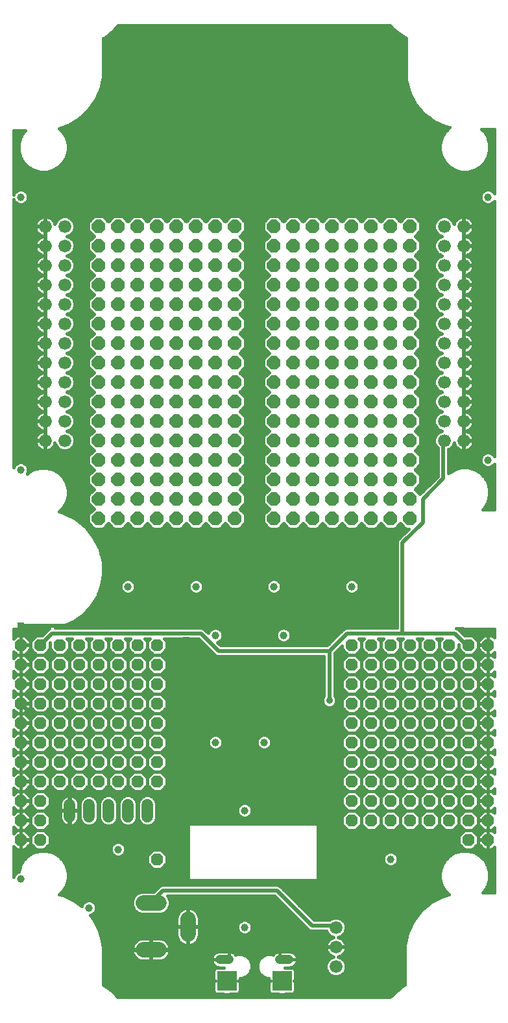
<source format=gbl>
G75*
%MOIN*%
%OFA0B0*%
%FSLAX25Y25*%
%IPPOS*%
%LPD*%
%AMOC8*
5,1,8,0,0,1.08239X$1,22.5*
%
%ADD10C,0.06600*%
%ADD11C,0.07874*%
%ADD12OC8,0.06300*%
%ADD13C,0.04756*%
%ADD14R,0.09843X0.09843*%
%ADD15OC8,0.07000*%
%ADD16C,0.06000*%
%ADD17C,0.01600*%
%ADD18C,0.02000*%
%ADD19R,0.03600X0.03600*%
%ADD20C,0.03600*%
%ADD21C,0.03962*%
D10*
X0044300Y0301800D03*
X0044300Y0311800D03*
X0044300Y0321800D03*
X0044300Y0331800D03*
X0044300Y0341800D03*
X0044300Y0351800D03*
X0044300Y0361800D03*
X0044300Y0371800D03*
X0044300Y0381800D03*
X0044300Y0391800D03*
X0044300Y0401800D03*
X0044300Y0411800D03*
X0054300Y0411800D03*
X0054300Y0401800D03*
X0054300Y0391800D03*
X0054300Y0381800D03*
X0054300Y0371800D03*
X0054300Y0361800D03*
X0054300Y0351800D03*
X0054300Y0341800D03*
X0054300Y0331800D03*
X0054300Y0321800D03*
X0054300Y0311800D03*
X0054300Y0301800D03*
X0193650Y0051721D03*
X0193650Y0041721D03*
X0193650Y0031721D03*
X0249300Y0301800D03*
X0249300Y0311800D03*
X0249300Y0321800D03*
X0249300Y0331800D03*
X0249300Y0341800D03*
X0249300Y0351800D03*
X0249300Y0361800D03*
X0249300Y0371800D03*
X0249300Y0381800D03*
X0249300Y0391800D03*
X0249300Y0401800D03*
X0249300Y0411800D03*
X0259300Y0411800D03*
X0259300Y0401800D03*
X0259300Y0391800D03*
X0259300Y0381800D03*
X0259300Y0371800D03*
X0259300Y0361800D03*
X0259300Y0351800D03*
X0259300Y0341800D03*
X0259300Y0331800D03*
X0259300Y0321800D03*
X0259300Y0311800D03*
X0259300Y0301800D03*
D11*
X0117627Y0056091D02*
X0117627Y0048217D01*
X0102666Y0040343D02*
X0094792Y0040343D01*
X0094792Y0064359D02*
X0102666Y0064359D01*
D12*
X0101800Y0086800D03*
X0101800Y0126800D03*
X0101800Y0136800D03*
X0101800Y0146800D03*
X0101800Y0156800D03*
X0101800Y0166800D03*
X0101800Y0176800D03*
X0101800Y0186800D03*
X0101800Y0196800D03*
X0091800Y0196800D03*
X0091800Y0186800D03*
X0091800Y0176800D03*
X0091800Y0166800D03*
X0091800Y0156800D03*
X0091800Y0146800D03*
X0091800Y0136800D03*
X0091800Y0126800D03*
X0081800Y0126800D03*
X0081800Y0136800D03*
X0081800Y0146800D03*
X0081800Y0156800D03*
X0081800Y0166800D03*
X0081800Y0176800D03*
X0081800Y0186800D03*
X0081800Y0196800D03*
X0071800Y0196800D03*
X0071800Y0186800D03*
X0071800Y0176800D03*
X0071800Y0166800D03*
X0071800Y0156800D03*
X0071800Y0146800D03*
X0071800Y0136800D03*
X0071800Y0126800D03*
X0061800Y0126800D03*
X0061800Y0136800D03*
X0061800Y0146800D03*
X0061800Y0156800D03*
X0061800Y0166800D03*
X0061800Y0176800D03*
X0061800Y0186800D03*
X0061800Y0196800D03*
X0051800Y0196800D03*
X0051800Y0186800D03*
X0051800Y0176800D03*
X0051800Y0166800D03*
X0051800Y0156800D03*
X0051800Y0146800D03*
X0051800Y0136800D03*
X0051800Y0126800D03*
X0041800Y0126800D03*
X0041800Y0116800D03*
X0041800Y0106800D03*
X0041800Y0096800D03*
X0031800Y0096800D03*
X0031800Y0106800D03*
X0031800Y0116800D03*
X0031800Y0126800D03*
X0031800Y0136800D03*
X0031800Y0146800D03*
X0031800Y0156800D03*
X0031800Y0166800D03*
X0031800Y0176800D03*
X0031800Y0186800D03*
X0031800Y0196800D03*
X0041800Y0196800D03*
X0041800Y0186800D03*
X0041800Y0176800D03*
X0041800Y0166800D03*
X0041800Y0156800D03*
X0041800Y0146800D03*
X0041800Y0136800D03*
X0201800Y0136800D03*
X0201800Y0126800D03*
X0201800Y0116800D03*
X0201800Y0106800D03*
X0211800Y0106800D03*
X0211800Y0116800D03*
X0211800Y0126800D03*
X0211800Y0136800D03*
X0211800Y0146800D03*
X0211800Y0156800D03*
X0211800Y0166800D03*
X0211800Y0176800D03*
X0211800Y0186800D03*
X0211800Y0196800D03*
X0221800Y0196800D03*
X0221800Y0186800D03*
X0221800Y0176800D03*
X0221800Y0166800D03*
X0221800Y0156800D03*
X0221800Y0146800D03*
X0221800Y0136800D03*
X0221800Y0126800D03*
X0221800Y0116800D03*
X0221800Y0106800D03*
X0231800Y0106800D03*
X0231800Y0116800D03*
X0231800Y0126800D03*
X0231800Y0136800D03*
X0231800Y0146800D03*
X0231800Y0156800D03*
X0231800Y0166800D03*
X0231800Y0176800D03*
X0231800Y0186800D03*
X0231800Y0196800D03*
X0241800Y0196800D03*
X0241800Y0186800D03*
X0241800Y0176800D03*
X0241800Y0166800D03*
X0241800Y0156800D03*
X0241800Y0146800D03*
X0241800Y0136800D03*
X0241800Y0126800D03*
X0241800Y0116800D03*
X0241800Y0106800D03*
X0251800Y0106800D03*
X0251800Y0116800D03*
X0251800Y0126800D03*
X0251800Y0136800D03*
X0251800Y0146800D03*
X0251800Y0156800D03*
X0251800Y0166800D03*
X0251800Y0176800D03*
X0251800Y0186800D03*
X0251800Y0196800D03*
X0261800Y0196800D03*
X0261800Y0186800D03*
X0261800Y0176800D03*
X0261800Y0166800D03*
X0261800Y0156800D03*
X0261800Y0146800D03*
X0261800Y0136800D03*
X0261800Y0126800D03*
X0261800Y0116800D03*
X0261800Y0106800D03*
X0261800Y0096800D03*
X0271800Y0096800D03*
X0271800Y0106800D03*
X0271800Y0116800D03*
X0271800Y0126800D03*
X0271800Y0136800D03*
X0271800Y0146800D03*
X0271800Y0156800D03*
X0271800Y0166800D03*
X0271800Y0176800D03*
X0271800Y0186800D03*
X0271800Y0196800D03*
X0201800Y0196800D03*
X0201800Y0186800D03*
X0201800Y0176800D03*
X0201800Y0166800D03*
X0201800Y0156800D03*
X0201800Y0146800D03*
D13*
X0169548Y0035343D02*
X0164792Y0035343D01*
X0138808Y0035343D02*
X0134052Y0035343D01*
D14*
X0137627Y0024320D03*
X0165973Y0024320D03*
D15*
X0161800Y0261800D03*
X0161800Y0271800D03*
X0161800Y0281800D03*
X0161800Y0291800D03*
X0161800Y0301800D03*
X0161800Y0311800D03*
X0161800Y0321800D03*
X0161800Y0331800D03*
X0161800Y0341800D03*
X0161800Y0351800D03*
X0161800Y0361800D03*
X0161800Y0371800D03*
X0161800Y0381800D03*
X0161800Y0391800D03*
X0161800Y0401800D03*
X0161800Y0411800D03*
X0171800Y0411800D03*
X0171800Y0401800D03*
X0171800Y0391800D03*
X0171800Y0381800D03*
X0171800Y0371800D03*
X0171800Y0361800D03*
X0171800Y0351800D03*
X0171800Y0341800D03*
X0171800Y0331800D03*
X0171800Y0321800D03*
X0171800Y0311800D03*
X0171800Y0301800D03*
X0171800Y0291800D03*
X0171800Y0281800D03*
X0171800Y0271800D03*
X0171800Y0261800D03*
X0181800Y0261800D03*
X0181800Y0271800D03*
X0181800Y0281800D03*
X0181800Y0291800D03*
X0181800Y0301800D03*
X0181800Y0311800D03*
X0181800Y0321800D03*
X0181800Y0331800D03*
X0181800Y0341800D03*
X0181800Y0351800D03*
X0181800Y0361800D03*
X0181800Y0371800D03*
X0181800Y0381800D03*
X0181800Y0391800D03*
X0181800Y0401800D03*
X0181800Y0411800D03*
X0191800Y0411800D03*
X0191800Y0401800D03*
X0191800Y0391800D03*
X0191800Y0381800D03*
X0191800Y0371800D03*
X0191800Y0361800D03*
X0191800Y0351800D03*
X0191800Y0341800D03*
X0191800Y0331800D03*
X0191800Y0321800D03*
X0191800Y0311800D03*
X0191800Y0301800D03*
X0191800Y0291800D03*
X0191800Y0281800D03*
X0191800Y0271800D03*
X0191800Y0261800D03*
X0201800Y0261800D03*
X0201800Y0271800D03*
X0201800Y0281800D03*
X0201800Y0291800D03*
X0201800Y0301800D03*
X0201800Y0311800D03*
X0201800Y0321800D03*
X0201800Y0331800D03*
X0201800Y0341800D03*
X0201800Y0351800D03*
X0201800Y0361800D03*
X0201800Y0371800D03*
X0201800Y0381800D03*
X0201800Y0391800D03*
X0201800Y0401800D03*
X0201800Y0411800D03*
X0211800Y0411800D03*
X0211800Y0401800D03*
X0211800Y0391800D03*
X0211800Y0381800D03*
X0211800Y0371800D03*
X0211800Y0361800D03*
X0211800Y0351800D03*
X0211800Y0341800D03*
X0211800Y0331800D03*
X0211800Y0321800D03*
X0211800Y0311800D03*
X0211800Y0301800D03*
X0211800Y0291800D03*
X0211800Y0281800D03*
X0211800Y0271800D03*
X0211800Y0261800D03*
X0221800Y0261800D03*
X0221800Y0271800D03*
X0221800Y0281800D03*
X0221800Y0291800D03*
X0221800Y0301800D03*
X0221800Y0311800D03*
X0221800Y0321800D03*
X0221800Y0331800D03*
X0221800Y0341800D03*
X0221800Y0351800D03*
X0221800Y0361800D03*
X0221800Y0371800D03*
X0221800Y0381800D03*
X0221800Y0391800D03*
X0221800Y0401800D03*
X0221800Y0411800D03*
X0231800Y0411800D03*
X0231800Y0401800D03*
X0231800Y0391800D03*
X0231800Y0381800D03*
X0231800Y0371800D03*
X0231800Y0361800D03*
X0231800Y0351800D03*
X0231800Y0341800D03*
X0231800Y0331800D03*
X0231800Y0321800D03*
X0231800Y0311800D03*
X0231800Y0301800D03*
X0231800Y0291800D03*
X0231800Y0281800D03*
X0231800Y0271800D03*
X0231800Y0261800D03*
X0141800Y0261800D03*
X0141800Y0271800D03*
X0141800Y0281800D03*
X0141800Y0291800D03*
X0141800Y0301800D03*
X0141800Y0311800D03*
X0141800Y0321800D03*
X0141800Y0331800D03*
X0141800Y0341800D03*
X0141800Y0351800D03*
X0141800Y0361800D03*
X0141800Y0371800D03*
X0141800Y0381800D03*
X0141800Y0391800D03*
X0141800Y0401800D03*
X0141800Y0411800D03*
X0131800Y0411800D03*
X0131800Y0401800D03*
X0131800Y0391800D03*
X0131800Y0381800D03*
X0131800Y0371800D03*
X0131800Y0361800D03*
X0131800Y0351800D03*
X0131800Y0341800D03*
X0131800Y0331800D03*
X0131800Y0321800D03*
X0131800Y0311800D03*
X0131800Y0301800D03*
X0131800Y0291800D03*
X0131800Y0281800D03*
X0131800Y0271800D03*
X0131800Y0261800D03*
X0121800Y0261800D03*
X0121800Y0271800D03*
X0121800Y0281800D03*
X0121800Y0291800D03*
X0121800Y0301800D03*
X0121800Y0311800D03*
X0121800Y0321800D03*
X0121800Y0331800D03*
X0121800Y0341800D03*
X0121800Y0351800D03*
X0121800Y0361800D03*
X0121800Y0371800D03*
X0121800Y0381800D03*
X0121800Y0391800D03*
X0121800Y0401800D03*
X0121800Y0411800D03*
X0111800Y0411800D03*
X0111800Y0401800D03*
X0111800Y0391800D03*
X0111800Y0381800D03*
X0111800Y0371800D03*
X0111800Y0361800D03*
X0111800Y0351800D03*
X0111800Y0341800D03*
X0111800Y0331800D03*
X0111800Y0321800D03*
X0111800Y0311800D03*
X0111800Y0301800D03*
X0111800Y0291800D03*
X0111800Y0281800D03*
X0111800Y0271800D03*
X0111800Y0261800D03*
X0101800Y0261800D03*
X0101800Y0271800D03*
X0101800Y0281800D03*
X0101800Y0291800D03*
X0101800Y0301800D03*
X0101800Y0311800D03*
X0101800Y0321800D03*
X0101800Y0331800D03*
X0101800Y0341800D03*
X0101800Y0351800D03*
X0101800Y0361800D03*
X0101800Y0371800D03*
X0101800Y0381800D03*
X0101800Y0391800D03*
X0101800Y0401800D03*
X0101800Y0411800D03*
X0091800Y0411800D03*
X0091800Y0401800D03*
X0091800Y0391800D03*
X0091800Y0381800D03*
X0091800Y0371800D03*
X0091800Y0361800D03*
X0091800Y0351800D03*
X0091800Y0341800D03*
X0091800Y0331800D03*
X0091800Y0321800D03*
X0091800Y0311800D03*
X0091800Y0301800D03*
X0091800Y0291800D03*
X0091800Y0281800D03*
X0091800Y0271800D03*
X0091800Y0261800D03*
X0081800Y0261800D03*
X0081800Y0271800D03*
X0081800Y0281800D03*
X0081800Y0291800D03*
X0081800Y0301800D03*
X0081800Y0311800D03*
X0081800Y0321800D03*
X0081800Y0331800D03*
X0081800Y0341800D03*
X0081800Y0351800D03*
X0081800Y0361800D03*
X0081800Y0371800D03*
X0081800Y0381800D03*
X0081800Y0391800D03*
X0081800Y0401800D03*
X0081800Y0411800D03*
X0071800Y0411800D03*
X0071800Y0401800D03*
X0071800Y0391800D03*
X0071800Y0381800D03*
X0071800Y0371800D03*
X0071800Y0361800D03*
X0071800Y0351800D03*
X0071800Y0341800D03*
X0071800Y0331800D03*
X0071800Y0321800D03*
X0071800Y0311800D03*
X0071800Y0301800D03*
X0071800Y0291800D03*
X0071800Y0281800D03*
X0071800Y0271800D03*
X0071800Y0261800D03*
D16*
X0066800Y0114800D02*
X0066800Y0108800D01*
X0056800Y0108800D02*
X0056800Y0114800D01*
X0076800Y0114800D02*
X0076800Y0108800D01*
X0086800Y0108800D02*
X0086800Y0114800D01*
X0096800Y0114800D02*
X0096800Y0108800D01*
D17*
X0028135Y0093464D02*
X0028135Y0077833D01*
X0028595Y0078942D01*
X0029658Y0080005D01*
X0030808Y0080482D01*
X0031565Y0083306D01*
X0033233Y0086196D01*
X0035593Y0088556D01*
X0038483Y0090224D01*
X0041706Y0091088D01*
X0045043Y0091088D01*
X0048267Y0090224D01*
X0051157Y0088556D01*
X0053517Y0086196D01*
X0055185Y0083306D01*
X0056049Y0080083D01*
X0056049Y0076746D01*
X0055185Y0073522D01*
X0053517Y0070632D01*
X0051559Y0068675D01*
X0053300Y0068289D01*
X0053300Y0068289D01*
X0059417Y0065428D01*
X0059417Y0065428D01*
X0063051Y0062629D01*
X0063595Y0063942D01*
X0064658Y0065005D01*
X0066048Y0065581D01*
X0067552Y0065581D01*
X0068942Y0065005D01*
X0070005Y0063942D01*
X0070581Y0062552D01*
X0070581Y0061048D01*
X0070005Y0059658D01*
X0068942Y0058595D01*
X0067552Y0058019D01*
X0067510Y0058019D01*
X0069092Y0056124D01*
X0069092Y0056124D01*
X0072188Y0050124D01*
X0072188Y0050124D01*
X0073907Y0043594D01*
X0073907Y0043594D01*
X0074022Y0040621D01*
X0074042Y0040091D01*
X0074080Y0039999D01*
X0074080Y0039101D01*
X0074115Y0038204D01*
X0074080Y0038110D01*
X0074080Y0022333D01*
X0077310Y0020085D01*
X0077310Y0020085D01*
X0078329Y0019235D01*
X0078375Y0019220D01*
X0079091Y0018600D01*
X0079818Y0017993D01*
X0079841Y0017950D01*
X0080247Y0017599D01*
X0080247Y0017599D01*
X0080545Y0017212D01*
X0080545Y0017212D01*
X0081151Y0016425D01*
X0081260Y0016304D01*
X0081526Y0016119D01*
X0081835Y0016022D01*
X0081997Y0016009D01*
X0221493Y0016009D01*
X0221549Y0016016D01*
X0221903Y0016309D01*
X0222343Y0016731D01*
X0222343Y0016731D01*
X0224351Y0018807D01*
X0224351Y0018807D01*
X0228935Y0022324D01*
X0228935Y0022324D01*
X0229244Y0022496D01*
X0229244Y0038874D01*
X0229174Y0042201D01*
X0229174Y0042201D01*
X0230529Y0048826D01*
X0230529Y0048826D01*
X0233314Y0054989D01*
X0233314Y0054989D01*
X0237392Y0060383D01*
X0237392Y0060383D01*
X0237392Y0060383D01*
X0242561Y0064743D01*
X0242561Y0064743D01*
X0248566Y0067853D01*
X0248566Y0067853D01*
X0251662Y0068660D01*
X0249690Y0070632D01*
X0248021Y0073522D01*
X0247157Y0076746D01*
X0247157Y0080083D01*
X0248021Y0083306D01*
X0249690Y0086196D01*
X0252049Y0088556D01*
X0254940Y0090224D01*
X0258163Y0091088D01*
X0261500Y0091088D01*
X0264723Y0090224D01*
X0267614Y0088556D01*
X0269973Y0086196D01*
X0271642Y0083306D01*
X0272505Y0080083D01*
X0272505Y0076746D01*
X0271642Y0073522D01*
X0269973Y0070632D01*
X0269051Y0069710D01*
X0275071Y0069710D01*
X0275071Y0093071D01*
X0273850Y0091850D01*
X0271900Y0091850D01*
X0271900Y0096700D01*
X0271700Y0096700D01*
X0271700Y0091850D01*
X0269750Y0091850D01*
X0266850Y0094750D01*
X0266850Y0096700D01*
X0271700Y0096700D01*
X0271700Y0096900D01*
X0271700Y0101750D01*
X0269750Y0101750D01*
X0266850Y0098850D01*
X0266850Y0096900D01*
X0271700Y0096900D01*
X0271900Y0096900D01*
X0271900Y0101750D01*
X0273850Y0101750D01*
X0275071Y0100529D01*
X0275071Y0103071D01*
X0273850Y0101850D01*
X0271900Y0101850D01*
X0271900Y0106700D01*
X0271700Y0106700D01*
X0271700Y0101850D01*
X0269750Y0101850D01*
X0266850Y0104750D01*
X0266850Y0106700D01*
X0271700Y0106700D01*
X0271700Y0106900D01*
X0271700Y0111750D01*
X0269750Y0111750D01*
X0266850Y0108850D01*
X0266850Y0106900D01*
X0271700Y0106900D01*
X0271900Y0106900D01*
X0271900Y0111750D01*
X0273850Y0111750D01*
X0275071Y0110529D01*
X0275071Y0113071D01*
X0273850Y0111850D01*
X0271900Y0111850D01*
X0271900Y0116700D01*
X0271700Y0116700D01*
X0271700Y0111850D01*
X0269750Y0111850D01*
X0266850Y0114750D01*
X0266850Y0116700D01*
X0271700Y0116700D01*
X0271700Y0116900D01*
X0271700Y0121750D01*
X0269750Y0121750D01*
X0266850Y0118850D01*
X0266850Y0116900D01*
X0271700Y0116900D01*
X0271900Y0116900D01*
X0271900Y0121750D01*
X0273850Y0121750D01*
X0275071Y0120529D01*
X0275071Y0123071D01*
X0273850Y0121850D01*
X0271900Y0121850D01*
X0271900Y0126700D01*
X0271700Y0126700D01*
X0271700Y0121850D01*
X0269750Y0121850D01*
X0266850Y0124750D01*
X0266850Y0126700D01*
X0271700Y0126700D01*
X0271700Y0126900D01*
X0271700Y0131750D01*
X0269750Y0131750D01*
X0266850Y0128850D01*
X0266850Y0126900D01*
X0271700Y0126900D01*
X0271900Y0126900D01*
X0271900Y0131750D01*
X0273850Y0131750D01*
X0275071Y0130529D01*
X0275071Y0133071D01*
X0273850Y0131850D01*
X0271900Y0131850D01*
X0271900Y0136700D01*
X0271700Y0136700D01*
X0271700Y0131850D01*
X0269750Y0131850D01*
X0266850Y0134750D01*
X0266850Y0136700D01*
X0271700Y0136700D01*
X0271700Y0136900D01*
X0271700Y0141750D01*
X0269750Y0141750D01*
X0266850Y0138850D01*
X0266850Y0136900D01*
X0271700Y0136900D01*
X0271900Y0136900D01*
X0271900Y0141750D01*
X0273850Y0141750D01*
X0275071Y0140529D01*
X0275071Y0143071D01*
X0273850Y0141850D01*
X0271900Y0141850D01*
X0271900Y0146700D01*
X0271700Y0146700D01*
X0271700Y0141850D01*
X0269750Y0141850D01*
X0266850Y0144750D01*
X0266850Y0146700D01*
X0271700Y0146700D01*
X0271700Y0146900D01*
X0271700Y0151750D01*
X0269750Y0151750D01*
X0266850Y0148850D01*
X0266850Y0146900D01*
X0271700Y0146900D01*
X0271900Y0146900D01*
X0271900Y0151750D01*
X0273850Y0151750D01*
X0275071Y0150529D01*
X0275071Y0153071D01*
X0273850Y0151850D01*
X0271900Y0151850D01*
X0271900Y0156700D01*
X0271700Y0156700D01*
X0271700Y0151850D01*
X0269750Y0151850D01*
X0266850Y0154750D01*
X0266850Y0156700D01*
X0271700Y0156700D01*
X0271700Y0156900D01*
X0271700Y0161750D01*
X0269750Y0161750D01*
X0266850Y0158850D01*
X0266850Y0156900D01*
X0271700Y0156900D01*
X0271900Y0156900D01*
X0271900Y0161750D01*
X0273850Y0161750D01*
X0275071Y0160529D01*
X0275071Y0163071D01*
X0273850Y0161850D01*
X0271900Y0161850D01*
X0271900Y0166700D01*
X0271700Y0166700D01*
X0271700Y0161850D01*
X0269750Y0161850D01*
X0266850Y0164750D01*
X0266850Y0166700D01*
X0271700Y0166700D01*
X0271700Y0166900D01*
X0271700Y0171750D01*
X0269750Y0171750D01*
X0266850Y0168850D01*
X0266850Y0166900D01*
X0271700Y0166900D01*
X0271900Y0166900D01*
X0271900Y0171750D01*
X0273850Y0171750D01*
X0275071Y0170529D01*
X0275071Y0173071D01*
X0273850Y0171850D01*
X0271900Y0171850D01*
X0271900Y0176700D01*
X0271700Y0176700D01*
X0271700Y0171850D01*
X0269750Y0171850D01*
X0266850Y0174750D01*
X0266850Y0176700D01*
X0271700Y0176700D01*
X0271700Y0176900D01*
X0271700Y0181750D01*
X0269750Y0181750D01*
X0266850Y0178850D01*
X0266850Y0176900D01*
X0271700Y0176900D01*
X0271900Y0176900D01*
X0271900Y0181750D01*
X0273850Y0181750D01*
X0275071Y0180529D01*
X0275071Y0183071D01*
X0273850Y0181850D01*
X0271900Y0181850D01*
X0271900Y0186700D01*
X0271700Y0186700D01*
X0271700Y0181850D01*
X0269750Y0181850D01*
X0266850Y0184750D01*
X0266850Y0186700D01*
X0271700Y0186700D01*
X0271700Y0186900D01*
X0271700Y0191750D01*
X0269750Y0191750D01*
X0266850Y0188850D01*
X0266850Y0186900D01*
X0271700Y0186900D01*
X0271900Y0186900D01*
X0271900Y0191750D01*
X0273850Y0191750D01*
X0275071Y0190529D01*
X0275071Y0193071D01*
X0273850Y0191850D01*
X0271900Y0191850D01*
X0271900Y0196700D01*
X0271700Y0196700D01*
X0271700Y0191850D01*
X0269750Y0191850D01*
X0266850Y0194750D01*
X0266850Y0196700D01*
X0271700Y0196700D01*
X0271700Y0196900D01*
X0271700Y0201750D01*
X0269750Y0201750D01*
X0266850Y0198850D01*
X0266850Y0196900D01*
X0271700Y0196900D01*
X0271900Y0196900D01*
X0271900Y0201750D01*
X0273850Y0201750D01*
X0275071Y0200529D01*
X0275071Y0205189D01*
X0260811Y0205189D01*
X0260761Y0205170D01*
X0259819Y0205189D01*
X0258877Y0205189D01*
X0258827Y0205209D01*
X0256773Y0205252D01*
X0256773Y0205252D01*
X0255572Y0205511D01*
X0256386Y0205174D01*
X0259810Y0201750D01*
X0263850Y0201750D01*
X0266750Y0198850D01*
X0266750Y0194750D01*
X0263850Y0191850D01*
X0259750Y0191850D01*
X0256850Y0194750D01*
X0256850Y0196790D01*
X0256750Y0196890D01*
X0256750Y0194750D01*
X0253850Y0191850D01*
X0249750Y0191850D01*
X0246850Y0194750D01*
X0246850Y0198850D01*
X0248000Y0200000D01*
X0245600Y0200000D01*
X0246750Y0198850D01*
X0246750Y0194750D01*
X0243850Y0191850D01*
X0239750Y0191850D01*
X0236850Y0194750D01*
X0236850Y0198850D01*
X0238000Y0200000D01*
X0235600Y0200000D01*
X0236750Y0198850D01*
X0236750Y0194750D01*
X0233850Y0191850D01*
X0229750Y0191850D01*
X0226850Y0194750D01*
X0226850Y0198850D01*
X0228000Y0200000D01*
X0225600Y0200000D01*
X0226750Y0198850D01*
X0226750Y0194750D01*
X0223850Y0191850D01*
X0219750Y0191850D01*
X0216850Y0194750D01*
X0216850Y0198850D01*
X0218000Y0200000D01*
X0215600Y0200000D01*
X0216750Y0198850D01*
X0216750Y0194750D01*
X0213850Y0191850D01*
X0209750Y0191850D01*
X0206850Y0194750D01*
X0206850Y0198850D01*
X0208000Y0200000D01*
X0205600Y0200000D01*
X0206750Y0198850D01*
X0206750Y0194750D01*
X0203850Y0191850D01*
X0199750Y0191850D01*
X0196850Y0194750D01*
X0196850Y0196390D01*
X0193100Y0192640D01*
X0193100Y0170591D01*
X0193352Y0170339D01*
X0193900Y0169016D01*
X0193900Y0167584D01*
X0193352Y0166261D01*
X0192339Y0165248D01*
X0191016Y0164700D01*
X0189584Y0164700D01*
X0188261Y0165248D01*
X0187248Y0166261D01*
X0186700Y0167584D01*
X0186700Y0169016D01*
X0187248Y0170339D01*
X0187500Y0170591D01*
X0187500Y0191000D01*
X0132743Y0191000D01*
X0131714Y0191426D01*
X0130926Y0192214D01*
X0123140Y0200000D01*
X0105600Y0200000D01*
X0106750Y0198850D01*
X0106750Y0194750D01*
X0103850Y0191850D01*
X0099750Y0191850D01*
X0096850Y0194750D01*
X0096850Y0198850D01*
X0098000Y0200000D01*
X0095600Y0200000D01*
X0096750Y0198850D01*
X0096750Y0194750D01*
X0093850Y0191850D01*
X0089750Y0191850D01*
X0086850Y0194750D01*
X0086850Y0198850D01*
X0088000Y0200000D01*
X0085600Y0200000D01*
X0086750Y0198850D01*
X0086750Y0194750D01*
X0083850Y0191850D01*
X0079750Y0191850D01*
X0076850Y0194750D01*
X0076850Y0198850D01*
X0078000Y0200000D01*
X0075600Y0200000D01*
X0076750Y0198850D01*
X0076750Y0194750D01*
X0073850Y0191850D01*
X0069750Y0191850D01*
X0066850Y0194750D01*
X0066850Y0198850D01*
X0068000Y0200000D01*
X0065600Y0200000D01*
X0066750Y0198850D01*
X0066750Y0194750D01*
X0063850Y0191850D01*
X0059750Y0191850D01*
X0056850Y0194750D01*
X0056850Y0198850D01*
X0058000Y0200000D01*
X0055600Y0200000D01*
X0056750Y0198850D01*
X0056750Y0194750D01*
X0053850Y0191850D01*
X0049750Y0191850D01*
X0046850Y0194750D01*
X0046850Y0197890D01*
X0046750Y0197790D01*
X0046750Y0194750D01*
X0043850Y0191850D01*
X0039750Y0191850D01*
X0036850Y0194750D01*
X0036850Y0198850D01*
X0039750Y0201750D01*
X0042790Y0201750D01*
X0045426Y0204386D01*
X0046214Y0205174D01*
X0046351Y0205230D01*
X0045866Y0205217D01*
X0044435Y0205177D01*
X0044369Y0205150D01*
X0043444Y0205150D01*
X0042520Y0205124D01*
X0042453Y0205150D01*
X0028135Y0205150D01*
X0028135Y0200136D01*
X0029750Y0201750D01*
X0031700Y0201750D01*
X0031700Y0196900D01*
X0031900Y0196900D01*
X0031900Y0201750D01*
X0033850Y0201750D01*
X0036750Y0198850D01*
X0036750Y0196900D01*
X0031900Y0196900D01*
X0031900Y0196700D01*
X0036750Y0196700D01*
X0036750Y0194750D01*
X0033850Y0191850D01*
X0031900Y0191850D01*
X0031900Y0196700D01*
X0031700Y0196700D01*
X0031700Y0191850D01*
X0029750Y0191850D01*
X0028135Y0193464D01*
X0028135Y0190136D01*
X0029750Y0191750D01*
X0031700Y0191750D01*
X0031700Y0186900D01*
X0031900Y0186900D01*
X0031900Y0191750D01*
X0033850Y0191750D01*
X0036750Y0188850D01*
X0036750Y0186900D01*
X0031900Y0186900D01*
X0031900Y0186700D01*
X0036750Y0186700D01*
X0036750Y0184750D01*
X0033850Y0181850D01*
X0031900Y0181850D01*
X0031900Y0186700D01*
X0031700Y0186700D01*
X0031700Y0181850D01*
X0029750Y0181850D01*
X0028135Y0183464D01*
X0028135Y0180136D01*
X0029750Y0181750D01*
X0031700Y0181750D01*
X0031700Y0176900D01*
X0031900Y0176900D01*
X0031900Y0181750D01*
X0033850Y0181750D01*
X0036750Y0178850D01*
X0036750Y0176900D01*
X0031900Y0176900D01*
X0031900Y0176700D01*
X0036750Y0176700D01*
X0036750Y0174750D01*
X0033850Y0171850D01*
X0031900Y0171850D01*
X0031900Y0176700D01*
X0031700Y0176700D01*
X0031700Y0171850D01*
X0029750Y0171850D01*
X0028135Y0173464D01*
X0028135Y0170136D01*
X0029750Y0171750D01*
X0031700Y0171750D01*
X0031700Y0166900D01*
X0031900Y0166900D01*
X0031900Y0171750D01*
X0033850Y0171750D01*
X0036750Y0168850D01*
X0036750Y0166900D01*
X0031900Y0166900D01*
X0031900Y0166700D01*
X0036750Y0166700D01*
X0036750Y0164750D01*
X0033850Y0161850D01*
X0031900Y0161850D01*
X0031900Y0166700D01*
X0031700Y0166700D01*
X0031700Y0161850D01*
X0029750Y0161850D01*
X0028135Y0163464D01*
X0028135Y0160136D01*
X0029750Y0161750D01*
X0031700Y0161750D01*
X0031700Y0156900D01*
X0031900Y0156900D01*
X0031900Y0161750D01*
X0033850Y0161750D01*
X0036750Y0158850D01*
X0036750Y0156900D01*
X0031900Y0156900D01*
X0031900Y0156700D01*
X0036750Y0156700D01*
X0036750Y0154750D01*
X0033850Y0151850D01*
X0031900Y0151850D01*
X0031900Y0156700D01*
X0031700Y0156700D01*
X0031700Y0151850D01*
X0029750Y0151850D01*
X0028135Y0153464D01*
X0028135Y0150136D01*
X0029750Y0151750D01*
X0031700Y0151750D01*
X0031700Y0146900D01*
X0031900Y0146900D01*
X0031900Y0151750D01*
X0033850Y0151750D01*
X0036750Y0148850D01*
X0036750Y0146900D01*
X0031900Y0146900D01*
X0031900Y0146700D01*
X0036750Y0146700D01*
X0036750Y0144750D01*
X0033850Y0141850D01*
X0031900Y0141850D01*
X0031900Y0146700D01*
X0031700Y0146700D01*
X0031700Y0141850D01*
X0029750Y0141850D01*
X0028135Y0143464D01*
X0028135Y0140136D01*
X0029750Y0141750D01*
X0031700Y0141750D01*
X0031700Y0136900D01*
X0031900Y0136900D01*
X0031900Y0141750D01*
X0033850Y0141750D01*
X0036750Y0138850D01*
X0036750Y0136900D01*
X0031900Y0136900D01*
X0031900Y0136700D01*
X0036750Y0136700D01*
X0036750Y0134750D01*
X0033850Y0131850D01*
X0031900Y0131850D01*
X0031900Y0136700D01*
X0031700Y0136700D01*
X0031700Y0131850D01*
X0029750Y0131850D01*
X0028135Y0133464D01*
X0028135Y0130136D01*
X0029750Y0131750D01*
X0031700Y0131750D01*
X0031700Y0126900D01*
X0031900Y0126900D01*
X0031900Y0131750D01*
X0033850Y0131750D01*
X0036750Y0128850D01*
X0036750Y0126900D01*
X0031900Y0126900D01*
X0031900Y0126700D01*
X0036750Y0126700D01*
X0036750Y0124750D01*
X0033850Y0121850D01*
X0031900Y0121850D01*
X0031900Y0126700D01*
X0031700Y0126700D01*
X0031700Y0121850D01*
X0029750Y0121850D01*
X0028135Y0123464D01*
X0028135Y0120136D01*
X0029750Y0121750D01*
X0031700Y0121750D01*
X0031700Y0116900D01*
X0031900Y0116900D01*
X0031900Y0121750D01*
X0033850Y0121750D01*
X0036750Y0118850D01*
X0036750Y0116900D01*
X0031900Y0116900D01*
X0031900Y0116700D01*
X0036750Y0116700D01*
X0036750Y0114750D01*
X0033850Y0111850D01*
X0031900Y0111850D01*
X0031900Y0116700D01*
X0031700Y0116700D01*
X0031700Y0111850D01*
X0029750Y0111850D01*
X0028135Y0113464D01*
X0028135Y0110136D01*
X0029750Y0111750D01*
X0031700Y0111750D01*
X0031700Y0106900D01*
X0031900Y0106900D01*
X0031900Y0111750D01*
X0033850Y0111750D01*
X0036750Y0108850D01*
X0036750Y0106900D01*
X0031900Y0106900D01*
X0031900Y0106700D01*
X0036750Y0106700D01*
X0036750Y0104750D01*
X0033850Y0101850D01*
X0031900Y0101850D01*
X0031900Y0106700D01*
X0031700Y0106700D01*
X0031700Y0101850D01*
X0029750Y0101850D01*
X0028135Y0103464D01*
X0028135Y0100136D01*
X0029750Y0101750D01*
X0031700Y0101750D01*
X0031700Y0096900D01*
X0031900Y0096900D01*
X0031900Y0101750D01*
X0033850Y0101750D01*
X0036750Y0098850D01*
X0036750Y0096900D01*
X0031900Y0096900D01*
X0031900Y0096700D01*
X0036750Y0096700D01*
X0036750Y0094750D01*
X0033850Y0091850D01*
X0031900Y0091850D01*
X0031900Y0096700D01*
X0031700Y0096700D01*
X0031700Y0091850D01*
X0029750Y0091850D01*
X0028135Y0093464D01*
X0028135Y0091930D02*
X0029670Y0091930D01*
X0031700Y0091930D02*
X0031900Y0091930D01*
X0031900Y0093529D02*
X0031700Y0093529D01*
X0031700Y0095127D02*
X0031900Y0095127D01*
X0031900Y0096726D02*
X0036850Y0096726D01*
X0036850Y0098324D02*
X0036750Y0098324D01*
X0036850Y0098850D02*
X0036850Y0094750D01*
X0039750Y0091850D01*
X0043850Y0091850D01*
X0046750Y0094750D01*
X0046750Y0098850D01*
X0043850Y0101750D01*
X0039750Y0101750D01*
X0036850Y0098850D01*
X0037922Y0099923D02*
X0035678Y0099923D01*
X0034079Y0101521D02*
X0039521Y0101521D01*
X0039750Y0101850D02*
X0043850Y0101850D01*
X0046750Y0104750D01*
X0046750Y0108850D01*
X0043850Y0111750D01*
X0039750Y0111750D01*
X0036850Y0108850D01*
X0036850Y0104750D01*
X0039750Y0101850D01*
X0038480Y0103120D02*
X0035120Y0103120D01*
X0036718Y0104718D02*
X0036882Y0104718D01*
X0036850Y0106317D02*
X0036750Y0106317D01*
X0036750Y0107915D02*
X0036850Y0107915D01*
X0037513Y0109514D02*
X0036087Y0109514D01*
X0034488Y0111112D02*
X0039112Y0111112D01*
X0039750Y0111850D02*
X0043850Y0111850D01*
X0046750Y0114750D01*
X0046750Y0118850D01*
X0043850Y0121750D01*
X0039750Y0121750D01*
X0036850Y0118850D01*
X0036850Y0114750D01*
X0039750Y0111850D01*
X0038889Y0112711D02*
X0034711Y0112711D01*
X0036310Y0114309D02*
X0037290Y0114309D01*
X0036850Y0115908D02*
X0036750Y0115908D01*
X0036750Y0117506D02*
X0036850Y0117506D01*
X0037104Y0119105D02*
X0036496Y0119105D01*
X0034897Y0120703D02*
X0038703Y0120703D01*
X0039750Y0121850D02*
X0043850Y0121850D01*
X0046750Y0124750D01*
X0046750Y0128850D01*
X0043850Y0131750D01*
X0039750Y0131750D01*
X0036850Y0128850D01*
X0036850Y0124750D01*
X0039750Y0121850D01*
X0039298Y0122302D02*
X0034302Y0122302D01*
X0035901Y0123900D02*
X0037699Y0123900D01*
X0036850Y0125499D02*
X0036750Y0125499D01*
X0036750Y0127097D02*
X0036850Y0127097D01*
X0036850Y0128696D02*
X0036750Y0128696D01*
X0035306Y0130294D02*
X0038294Y0130294D01*
X0039750Y0131850D02*
X0043850Y0131850D01*
X0046750Y0134750D01*
X0046750Y0138850D01*
X0043850Y0141750D01*
X0039750Y0141750D01*
X0036850Y0138850D01*
X0036850Y0134750D01*
X0039750Y0131850D01*
X0039707Y0131893D02*
X0033893Y0131893D01*
X0031900Y0131893D02*
X0031700Y0131893D01*
X0031700Y0133491D02*
X0031900Y0133491D01*
X0031900Y0135090D02*
X0031700Y0135090D01*
X0031700Y0136688D02*
X0031900Y0136688D01*
X0031900Y0138287D02*
X0031700Y0138287D01*
X0031700Y0139885D02*
X0031900Y0139885D01*
X0031900Y0141484D02*
X0031700Y0141484D01*
X0031700Y0143082D02*
X0031900Y0143082D01*
X0031900Y0144681D02*
X0031700Y0144681D01*
X0031700Y0146279D02*
X0031900Y0146279D01*
X0031900Y0147878D02*
X0031700Y0147878D01*
X0031700Y0149476D02*
X0031900Y0149476D01*
X0031900Y0151075D02*
X0031700Y0151075D01*
X0031700Y0152673D02*
X0031900Y0152673D01*
X0031900Y0154272D02*
X0031700Y0154272D01*
X0031700Y0155870D02*
X0031900Y0155870D01*
X0031900Y0157469D02*
X0031700Y0157469D01*
X0031700Y0159068D02*
X0031900Y0159068D01*
X0031900Y0160666D02*
X0031700Y0160666D01*
X0031700Y0162265D02*
X0031900Y0162265D01*
X0031900Y0163863D02*
X0031700Y0163863D01*
X0031700Y0165462D02*
X0031900Y0165462D01*
X0031900Y0167060D02*
X0031700Y0167060D01*
X0031700Y0168659D02*
X0031900Y0168659D01*
X0031900Y0170257D02*
X0031700Y0170257D01*
X0031700Y0171856D02*
X0031900Y0171856D01*
X0031900Y0173454D02*
X0031700Y0173454D01*
X0031700Y0175053D02*
X0031900Y0175053D01*
X0031900Y0176651D02*
X0031700Y0176651D01*
X0031700Y0178250D02*
X0031900Y0178250D01*
X0031900Y0179848D02*
X0031700Y0179848D01*
X0031700Y0181447D02*
X0031900Y0181447D01*
X0031900Y0183045D02*
X0031700Y0183045D01*
X0031700Y0184644D02*
X0031900Y0184644D01*
X0031900Y0186242D02*
X0031700Y0186242D01*
X0031700Y0187841D02*
X0031900Y0187841D01*
X0031900Y0189439D02*
X0031700Y0189439D01*
X0031700Y0191038D02*
X0031900Y0191038D01*
X0031900Y0192636D02*
X0031700Y0192636D01*
X0031700Y0194235D02*
X0031900Y0194235D01*
X0031900Y0195833D02*
X0031700Y0195833D01*
X0031700Y0197432D02*
X0031900Y0197432D01*
X0031900Y0199030D02*
X0031700Y0199030D01*
X0031700Y0200629D02*
X0031900Y0200629D01*
X0034972Y0200629D02*
X0038628Y0200629D01*
X0037030Y0199030D02*
X0036570Y0199030D01*
X0036750Y0197432D02*
X0036850Y0197432D01*
X0036850Y0195833D02*
X0036750Y0195833D01*
X0036235Y0194235D02*
X0037365Y0194235D01*
X0038963Y0192636D02*
X0034637Y0192636D01*
X0034563Y0191038D02*
X0039037Y0191038D01*
X0039750Y0191750D02*
X0036850Y0188850D01*
X0036850Y0184750D01*
X0039750Y0181850D01*
X0043850Y0181850D01*
X0046750Y0184750D01*
X0046750Y0188850D01*
X0043850Y0191750D01*
X0039750Y0191750D01*
X0037439Y0189439D02*
X0036161Y0189439D01*
X0036750Y0187841D02*
X0036850Y0187841D01*
X0036850Y0186242D02*
X0036750Y0186242D01*
X0036644Y0184644D02*
X0036956Y0184644D01*
X0038554Y0183045D02*
X0035046Y0183045D01*
X0034154Y0181447D02*
X0039446Y0181447D01*
X0039750Y0181750D02*
X0036850Y0178850D01*
X0036850Y0174750D01*
X0039750Y0171850D01*
X0043850Y0171850D01*
X0046750Y0174750D01*
X0046750Y0178850D01*
X0043850Y0181750D01*
X0039750Y0181750D01*
X0037848Y0179848D02*
X0035752Y0179848D01*
X0036750Y0178250D02*
X0036850Y0178250D01*
X0036850Y0176651D02*
X0036750Y0176651D01*
X0036750Y0175053D02*
X0036850Y0175053D01*
X0038146Y0173454D02*
X0035454Y0173454D01*
X0033856Y0171856D02*
X0039744Y0171856D01*
X0039750Y0171750D02*
X0036850Y0168850D01*
X0036850Y0164750D01*
X0039750Y0161850D01*
X0043850Y0161850D01*
X0046750Y0164750D01*
X0046750Y0168850D01*
X0043850Y0171750D01*
X0039750Y0171750D01*
X0038257Y0170257D02*
X0035343Y0170257D01*
X0036750Y0168659D02*
X0036850Y0168659D01*
X0036850Y0167060D02*
X0036750Y0167060D01*
X0036750Y0165462D02*
X0036850Y0165462D01*
X0037737Y0163863D02*
X0035863Y0163863D01*
X0034265Y0162265D02*
X0039335Y0162265D01*
X0039750Y0161750D02*
X0036850Y0158850D01*
X0036850Y0154750D01*
X0039750Y0151850D01*
X0043850Y0151850D01*
X0046750Y0154750D01*
X0046750Y0158850D01*
X0043850Y0161750D01*
X0039750Y0161750D01*
X0038666Y0160666D02*
X0034934Y0160666D01*
X0036533Y0159068D02*
X0037067Y0159068D01*
X0036850Y0157469D02*
X0036750Y0157469D01*
X0036750Y0155870D02*
X0036850Y0155870D01*
X0037328Y0154272D02*
X0036272Y0154272D01*
X0034674Y0152673D02*
X0038926Y0152673D01*
X0039750Y0151750D02*
X0036850Y0148850D01*
X0036850Y0144750D01*
X0039750Y0141850D01*
X0043850Y0141850D01*
X0046750Y0144750D01*
X0046750Y0148850D01*
X0043850Y0151750D01*
X0039750Y0151750D01*
X0039075Y0151075D02*
X0034525Y0151075D01*
X0036124Y0149476D02*
X0037476Y0149476D01*
X0036850Y0147878D02*
X0036750Y0147878D01*
X0036750Y0146279D02*
X0036850Y0146279D01*
X0036919Y0144681D02*
X0036681Y0144681D01*
X0035083Y0143082D02*
X0038517Y0143082D01*
X0039484Y0141484D02*
X0034116Y0141484D01*
X0035715Y0139885D02*
X0037885Y0139885D01*
X0036850Y0138287D02*
X0036750Y0138287D01*
X0036750Y0136688D02*
X0036850Y0136688D01*
X0036850Y0135090D02*
X0036750Y0135090D01*
X0035492Y0133491D02*
X0038108Y0133491D01*
X0043893Y0131893D02*
X0049707Y0131893D01*
X0049750Y0131850D02*
X0053850Y0131850D01*
X0056750Y0134750D01*
X0056750Y0138850D01*
X0053850Y0141750D01*
X0049750Y0141750D01*
X0046850Y0138850D01*
X0046850Y0134750D01*
X0049750Y0131850D01*
X0049750Y0131750D02*
X0046850Y0128850D01*
X0046850Y0124750D01*
X0049750Y0121850D01*
X0053850Y0121850D01*
X0056750Y0124750D01*
X0056750Y0128850D01*
X0053850Y0131750D01*
X0049750Y0131750D01*
X0048294Y0130294D02*
X0045306Y0130294D01*
X0046750Y0128696D02*
X0046850Y0128696D01*
X0046850Y0127097D02*
X0046750Y0127097D01*
X0046750Y0125499D02*
X0046850Y0125499D01*
X0047699Y0123900D02*
X0045901Y0123900D01*
X0044302Y0122302D02*
X0049298Y0122302D01*
X0046496Y0119105D02*
X0054676Y0119105D01*
X0054957Y0119248D02*
X0054284Y0118905D01*
X0053673Y0118461D01*
X0053139Y0117927D01*
X0052695Y0117316D01*
X0052352Y0116643D01*
X0052118Y0115924D01*
X0052000Y0115178D01*
X0052000Y0112000D01*
X0056600Y0112000D01*
X0056600Y0119600D01*
X0056422Y0119600D01*
X0055676Y0119482D01*
X0054957Y0119248D01*
X0056600Y0119105D02*
X0057000Y0119105D01*
X0057000Y0119600D02*
X0057000Y0112000D01*
X0061600Y0112000D01*
X0061600Y0115178D01*
X0061482Y0115924D01*
X0061248Y0116643D01*
X0060905Y0117316D01*
X0060461Y0117927D01*
X0059927Y0118461D01*
X0059316Y0118905D01*
X0058643Y0119248D01*
X0057924Y0119482D01*
X0057178Y0119600D01*
X0057000Y0119600D01*
X0058924Y0119105D02*
X0064650Y0119105D01*
X0064081Y0118869D02*
X0065845Y0119600D01*
X0067755Y0119600D01*
X0069519Y0118869D01*
X0070869Y0117519D01*
X0071600Y0115755D01*
X0071600Y0107845D01*
X0070869Y0106081D01*
X0069519Y0104731D01*
X0067755Y0104000D01*
X0065845Y0104000D01*
X0064081Y0104731D01*
X0062731Y0106081D01*
X0062000Y0107845D01*
X0062000Y0115755D01*
X0062731Y0117519D01*
X0064081Y0118869D01*
X0062725Y0117506D02*
X0060767Y0117506D01*
X0061484Y0115908D02*
X0062063Y0115908D01*
X0062000Y0114309D02*
X0061600Y0114309D01*
X0061600Y0112711D02*
X0062000Y0112711D01*
X0061600Y0111600D02*
X0057000Y0111600D01*
X0057000Y0112000D01*
X0056600Y0112000D01*
X0056600Y0111600D01*
X0057000Y0111600D01*
X0057000Y0104000D01*
X0057178Y0104000D01*
X0057924Y0104118D01*
X0058643Y0104352D01*
X0059316Y0104695D01*
X0059927Y0105139D01*
X0060461Y0105673D01*
X0060905Y0106284D01*
X0061248Y0106957D01*
X0061482Y0107676D01*
X0061600Y0108422D01*
X0061600Y0111600D01*
X0061600Y0111112D02*
X0062000Y0111112D01*
X0062000Y0109514D02*
X0061600Y0109514D01*
X0061520Y0107915D02*
X0062000Y0107915D01*
X0062633Y0106317D02*
X0060922Y0106317D01*
X0059348Y0104718D02*
X0064112Y0104718D01*
X0069488Y0104718D02*
X0074112Y0104718D01*
X0074081Y0104731D02*
X0075845Y0104000D01*
X0077755Y0104000D01*
X0079519Y0104731D01*
X0080869Y0106081D01*
X0081600Y0107845D01*
X0081600Y0115755D01*
X0080869Y0117519D01*
X0079519Y0118869D01*
X0077755Y0119600D01*
X0075845Y0119600D01*
X0074081Y0118869D01*
X0072731Y0117519D01*
X0072000Y0115755D01*
X0072000Y0107845D01*
X0072731Y0106081D01*
X0074081Y0104731D01*
X0072633Y0106317D02*
X0070967Y0106317D01*
X0071600Y0107915D02*
X0072000Y0107915D01*
X0072000Y0109514D02*
X0071600Y0109514D01*
X0071600Y0111112D02*
X0072000Y0111112D01*
X0072000Y0112711D02*
X0071600Y0112711D01*
X0071600Y0114309D02*
X0072000Y0114309D01*
X0072063Y0115908D02*
X0071537Y0115908D01*
X0070875Y0117506D02*
X0072725Y0117506D01*
X0074650Y0119105D02*
X0068950Y0119105D01*
X0069750Y0121850D02*
X0073850Y0121850D01*
X0076750Y0124750D01*
X0076750Y0128850D01*
X0073850Y0131750D01*
X0069750Y0131750D01*
X0066850Y0128850D01*
X0066850Y0124750D01*
X0069750Y0121850D01*
X0069298Y0122302D02*
X0064302Y0122302D01*
X0063850Y0121850D02*
X0066750Y0124750D01*
X0066750Y0128850D01*
X0063850Y0131750D01*
X0059750Y0131750D01*
X0056850Y0128850D01*
X0056850Y0124750D01*
X0059750Y0121850D01*
X0063850Y0121850D01*
X0065901Y0123900D02*
X0067699Y0123900D01*
X0066850Y0125499D02*
X0066750Y0125499D01*
X0066750Y0127097D02*
X0066850Y0127097D01*
X0066850Y0128696D02*
X0066750Y0128696D01*
X0065306Y0130294D02*
X0068294Y0130294D01*
X0069750Y0131850D02*
X0073850Y0131850D01*
X0076750Y0134750D01*
X0076750Y0138850D01*
X0073850Y0141750D01*
X0069750Y0141750D01*
X0066850Y0138850D01*
X0066850Y0134750D01*
X0069750Y0131850D01*
X0069707Y0131893D02*
X0063893Y0131893D01*
X0063850Y0131850D02*
X0066750Y0134750D01*
X0066750Y0138850D01*
X0063850Y0141750D01*
X0059750Y0141750D01*
X0056850Y0138850D01*
X0056850Y0134750D01*
X0059750Y0131850D01*
X0063850Y0131850D01*
X0065492Y0133491D02*
X0068108Y0133491D01*
X0066850Y0135090D02*
X0066750Y0135090D01*
X0066750Y0136688D02*
X0066850Y0136688D01*
X0066850Y0138287D02*
X0066750Y0138287D01*
X0065715Y0139885D02*
X0067885Y0139885D01*
X0069484Y0141484D02*
X0064116Y0141484D01*
X0063850Y0141850D02*
X0066750Y0144750D01*
X0066750Y0148850D01*
X0063850Y0151750D01*
X0059750Y0151750D01*
X0056850Y0148850D01*
X0056850Y0144750D01*
X0059750Y0141850D01*
X0063850Y0141850D01*
X0065083Y0143082D02*
X0068517Y0143082D01*
X0069750Y0141850D02*
X0073850Y0141850D01*
X0076750Y0144750D01*
X0076750Y0148850D01*
X0073850Y0151750D01*
X0069750Y0151750D01*
X0066850Y0148850D01*
X0066850Y0144750D01*
X0069750Y0141850D01*
X0066919Y0144681D02*
X0066681Y0144681D01*
X0066750Y0146279D02*
X0066850Y0146279D01*
X0066850Y0147878D02*
X0066750Y0147878D01*
X0066124Y0149476D02*
X0067476Y0149476D01*
X0069075Y0151075D02*
X0064525Y0151075D01*
X0063850Y0151850D02*
X0066750Y0154750D01*
X0066750Y0158850D01*
X0063850Y0161750D01*
X0059750Y0161750D01*
X0056850Y0158850D01*
X0056850Y0154750D01*
X0059750Y0151850D01*
X0063850Y0151850D01*
X0064674Y0152673D02*
X0068926Y0152673D01*
X0069750Y0151850D02*
X0073850Y0151850D01*
X0076750Y0154750D01*
X0076750Y0158850D01*
X0073850Y0161750D01*
X0069750Y0161750D01*
X0066850Y0158850D01*
X0066850Y0154750D01*
X0069750Y0151850D01*
X0067328Y0154272D02*
X0066272Y0154272D01*
X0066750Y0155870D02*
X0066850Y0155870D01*
X0066850Y0157469D02*
X0066750Y0157469D01*
X0066533Y0159068D02*
X0067067Y0159068D01*
X0068666Y0160666D02*
X0064934Y0160666D01*
X0063850Y0161850D02*
X0066750Y0164750D01*
X0066750Y0168850D01*
X0063850Y0171750D01*
X0059750Y0171750D01*
X0056850Y0168850D01*
X0056850Y0164750D01*
X0059750Y0161850D01*
X0063850Y0161850D01*
X0064265Y0162265D02*
X0069335Y0162265D01*
X0069750Y0161850D02*
X0073850Y0161850D01*
X0076750Y0164750D01*
X0076750Y0168850D01*
X0073850Y0171750D01*
X0069750Y0171750D01*
X0066850Y0168850D01*
X0066850Y0164750D01*
X0069750Y0161850D01*
X0067737Y0163863D02*
X0065863Y0163863D01*
X0066750Y0165462D02*
X0066850Y0165462D01*
X0066850Y0167060D02*
X0066750Y0167060D01*
X0066750Y0168659D02*
X0066850Y0168659D01*
X0068257Y0170257D02*
X0065343Y0170257D01*
X0063850Y0171850D02*
X0066750Y0174750D01*
X0066750Y0178850D01*
X0063850Y0181750D01*
X0059750Y0181750D01*
X0056850Y0178850D01*
X0056850Y0174750D01*
X0059750Y0171850D01*
X0063850Y0171850D01*
X0063856Y0171856D02*
X0069744Y0171856D01*
X0069750Y0171850D02*
X0073850Y0171850D01*
X0076750Y0174750D01*
X0076750Y0178850D01*
X0073850Y0181750D01*
X0069750Y0181750D01*
X0066850Y0178850D01*
X0066850Y0174750D01*
X0069750Y0171850D01*
X0068146Y0173454D02*
X0065454Y0173454D01*
X0066750Y0175053D02*
X0066850Y0175053D01*
X0066850Y0176651D02*
X0066750Y0176651D01*
X0066750Y0178250D02*
X0066850Y0178250D01*
X0067848Y0179848D02*
X0065752Y0179848D01*
X0064154Y0181447D02*
X0069446Y0181447D01*
X0069750Y0181850D02*
X0073850Y0181850D01*
X0076750Y0184750D01*
X0076750Y0188850D01*
X0073850Y0191750D01*
X0069750Y0191750D01*
X0066850Y0188850D01*
X0066850Y0184750D01*
X0069750Y0181850D01*
X0068554Y0183045D02*
X0065046Y0183045D01*
X0063850Y0181850D02*
X0066750Y0184750D01*
X0066750Y0188850D01*
X0063850Y0191750D01*
X0059750Y0191750D01*
X0056850Y0188850D01*
X0056850Y0184750D01*
X0059750Y0181850D01*
X0063850Y0181850D01*
X0066644Y0184644D02*
X0066956Y0184644D01*
X0066850Y0186242D02*
X0066750Y0186242D01*
X0066750Y0187841D02*
X0066850Y0187841D01*
X0067439Y0189439D02*
X0066161Y0189439D01*
X0064563Y0191038D02*
X0069037Y0191038D01*
X0068963Y0192636D02*
X0064637Y0192636D01*
X0066235Y0194235D02*
X0067365Y0194235D01*
X0066850Y0195833D02*
X0066750Y0195833D01*
X0066750Y0197432D02*
X0066850Y0197432D01*
X0067030Y0199030D02*
X0066570Y0199030D01*
X0058963Y0192636D02*
X0054637Y0192636D01*
X0053850Y0191750D02*
X0049750Y0191750D01*
X0046850Y0188850D01*
X0046850Y0184750D01*
X0049750Y0181850D01*
X0053850Y0181850D01*
X0056750Y0184750D01*
X0056750Y0188850D01*
X0053850Y0191750D01*
X0054563Y0191038D02*
X0059037Y0191038D01*
X0057439Y0189439D02*
X0056161Y0189439D01*
X0056750Y0187841D02*
X0056850Y0187841D01*
X0056850Y0186242D02*
X0056750Y0186242D01*
X0056644Y0184644D02*
X0056956Y0184644D01*
X0058554Y0183045D02*
X0055046Y0183045D01*
X0053850Y0181750D02*
X0049750Y0181750D01*
X0046850Y0178850D01*
X0046850Y0174750D01*
X0049750Y0171850D01*
X0053850Y0171850D01*
X0056750Y0174750D01*
X0056750Y0178850D01*
X0053850Y0181750D01*
X0054154Y0181447D02*
X0059446Y0181447D01*
X0057848Y0179848D02*
X0055752Y0179848D01*
X0056750Y0178250D02*
X0056850Y0178250D01*
X0056850Y0176651D02*
X0056750Y0176651D01*
X0056750Y0175053D02*
X0056850Y0175053D01*
X0058146Y0173454D02*
X0055454Y0173454D01*
X0053856Y0171856D02*
X0059744Y0171856D01*
X0058257Y0170257D02*
X0055343Y0170257D01*
X0056750Y0168850D02*
X0053850Y0171750D01*
X0049750Y0171750D01*
X0046850Y0168850D01*
X0046850Y0164750D01*
X0049750Y0161850D01*
X0053850Y0161850D01*
X0056750Y0164750D01*
X0056750Y0168850D01*
X0056750Y0168659D02*
X0056850Y0168659D01*
X0056850Y0167060D02*
X0056750Y0167060D01*
X0056750Y0165462D02*
X0056850Y0165462D01*
X0057737Y0163863D02*
X0055863Y0163863D01*
X0054265Y0162265D02*
X0059335Y0162265D01*
X0058666Y0160666D02*
X0054934Y0160666D01*
X0053850Y0161750D02*
X0049750Y0161750D01*
X0046850Y0158850D01*
X0046850Y0154750D01*
X0049750Y0151850D01*
X0053850Y0151850D01*
X0056750Y0154750D01*
X0056750Y0158850D01*
X0053850Y0161750D01*
X0056533Y0159068D02*
X0057067Y0159068D01*
X0056850Y0157469D02*
X0056750Y0157469D01*
X0056750Y0155870D02*
X0056850Y0155870D01*
X0057328Y0154272D02*
X0056272Y0154272D01*
X0054674Y0152673D02*
X0058926Y0152673D01*
X0059075Y0151075D02*
X0054525Y0151075D01*
X0053850Y0151750D02*
X0049750Y0151750D01*
X0046850Y0148850D01*
X0046850Y0144750D01*
X0049750Y0141850D01*
X0053850Y0141850D01*
X0056750Y0144750D01*
X0056750Y0148850D01*
X0053850Y0151750D01*
X0056124Y0149476D02*
X0057476Y0149476D01*
X0056850Y0147878D02*
X0056750Y0147878D01*
X0056750Y0146279D02*
X0056850Y0146279D01*
X0056919Y0144681D02*
X0056681Y0144681D01*
X0055083Y0143082D02*
X0058517Y0143082D01*
X0059484Y0141484D02*
X0054116Y0141484D01*
X0055715Y0139885D02*
X0057885Y0139885D01*
X0056850Y0138287D02*
X0056750Y0138287D01*
X0056750Y0136688D02*
X0056850Y0136688D01*
X0056850Y0135090D02*
X0056750Y0135090D01*
X0055492Y0133491D02*
X0058108Y0133491D01*
X0059707Y0131893D02*
X0053893Y0131893D01*
X0055306Y0130294D02*
X0058294Y0130294D01*
X0056850Y0128696D02*
X0056750Y0128696D01*
X0056750Y0127097D02*
X0056850Y0127097D01*
X0056850Y0125499D02*
X0056750Y0125499D01*
X0055901Y0123900D02*
X0057699Y0123900D01*
X0059298Y0122302D02*
X0054302Y0122302D01*
X0052833Y0117506D02*
X0046750Y0117506D01*
X0046750Y0115908D02*
X0052116Y0115908D01*
X0052000Y0114309D02*
X0046310Y0114309D01*
X0044711Y0112711D02*
X0052000Y0112711D01*
X0052000Y0111600D02*
X0052000Y0108422D01*
X0052118Y0107676D01*
X0052352Y0106957D01*
X0052695Y0106284D01*
X0053139Y0105673D01*
X0053673Y0105139D01*
X0054284Y0104695D01*
X0054957Y0104352D01*
X0055676Y0104118D01*
X0056422Y0104000D01*
X0056600Y0104000D01*
X0056600Y0111600D01*
X0052000Y0111600D01*
X0052000Y0111112D02*
X0044488Y0111112D01*
X0046087Y0109514D02*
X0052000Y0109514D01*
X0052080Y0107915D02*
X0046750Y0107915D01*
X0046750Y0106317D02*
X0052678Y0106317D01*
X0054252Y0104718D02*
X0046718Y0104718D01*
X0045120Y0103120D02*
X0117890Y0103120D01*
X0117890Y0104631D02*
X0118358Y0105100D01*
X0184021Y0105100D01*
X0184490Y0104631D01*
X0184490Y0076469D01*
X0184021Y0076000D01*
X0118358Y0076000D01*
X0117890Y0076469D01*
X0117890Y0104631D01*
X0117977Y0104718D02*
X0099488Y0104718D01*
X0099519Y0104731D02*
X0100869Y0106081D01*
X0101600Y0107845D01*
X0101600Y0115755D01*
X0100869Y0117519D01*
X0099519Y0118869D01*
X0097755Y0119600D01*
X0095845Y0119600D01*
X0094081Y0118869D01*
X0092731Y0117519D01*
X0092000Y0115755D01*
X0092000Y0107845D01*
X0092731Y0106081D01*
X0094081Y0104731D01*
X0095845Y0104000D01*
X0097755Y0104000D01*
X0099519Y0104731D01*
X0100967Y0106317D02*
X0196850Y0106317D01*
X0196850Y0104750D02*
X0199750Y0101850D01*
X0203850Y0101850D01*
X0206750Y0104750D01*
X0206750Y0108850D01*
X0203850Y0111750D01*
X0199750Y0111750D01*
X0196850Y0108850D01*
X0196850Y0104750D01*
X0196882Y0104718D02*
X0184403Y0104718D01*
X0184490Y0103120D02*
X0198480Y0103120D01*
X0196850Y0107915D02*
X0101600Y0107915D01*
X0101600Y0109514D02*
X0143739Y0109514D01*
X0143595Y0109658D02*
X0144658Y0108595D01*
X0146048Y0108019D01*
X0147552Y0108019D01*
X0148942Y0108595D01*
X0150005Y0109658D01*
X0150581Y0111048D01*
X0150581Y0112552D01*
X0150005Y0113942D01*
X0148942Y0115005D01*
X0147552Y0115581D01*
X0146048Y0115581D01*
X0144658Y0115005D01*
X0143595Y0113942D01*
X0143019Y0112552D01*
X0143019Y0111048D01*
X0143595Y0109658D01*
X0143019Y0111112D02*
X0101600Y0111112D01*
X0101600Y0112711D02*
X0143085Y0112711D01*
X0143962Y0114309D02*
X0101600Y0114309D01*
X0101537Y0115908D02*
X0196850Y0115908D01*
X0196850Y0114750D02*
X0199750Y0111850D01*
X0203850Y0111850D01*
X0206750Y0114750D01*
X0206750Y0118850D01*
X0203850Y0121750D01*
X0199750Y0121750D01*
X0196850Y0118850D01*
X0196850Y0114750D01*
X0197290Y0114309D02*
X0149638Y0114309D01*
X0150515Y0112711D02*
X0198889Y0112711D01*
X0199112Y0111112D02*
X0150581Y0111112D01*
X0149861Y0109514D02*
X0197513Y0109514D01*
X0196850Y0117506D02*
X0100875Y0117506D01*
X0098950Y0119105D02*
X0197104Y0119105D01*
X0198703Y0120703D02*
X0044897Y0120703D01*
X0045492Y0133491D02*
X0048108Y0133491D01*
X0046850Y0135090D02*
X0046750Y0135090D01*
X0046750Y0136688D02*
X0046850Y0136688D01*
X0046850Y0138287D02*
X0046750Y0138287D01*
X0045715Y0139885D02*
X0047885Y0139885D01*
X0049484Y0141484D02*
X0044116Y0141484D01*
X0045083Y0143082D02*
X0048517Y0143082D01*
X0046919Y0144681D02*
X0046681Y0144681D01*
X0046750Y0146279D02*
X0046850Y0146279D01*
X0046850Y0147878D02*
X0046750Y0147878D01*
X0046124Y0149476D02*
X0047476Y0149476D01*
X0049075Y0151075D02*
X0044525Y0151075D01*
X0044674Y0152673D02*
X0048926Y0152673D01*
X0047328Y0154272D02*
X0046272Y0154272D01*
X0046750Y0155870D02*
X0046850Y0155870D01*
X0046850Y0157469D02*
X0046750Y0157469D01*
X0046533Y0159068D02*
X0047067Y0159068D01*
X0048666Y0160666D02*
X0044934Y0160666D01*
X0044265Y0162265D02*
X0049335Y0162265D01*
X0047737Y0163863D02*
X0045863Y0163863D01*
X0046750Y0165462D02*
X0046850Y0165462D01*
X0046850Y0167060D02*
X0046750Y0167060D01*
X0046750Y0168659D02*
X0046850Y0168659D01*
X0048257Y0170257D02*
X0045343Y0170257D01*
X0043856Y0171856D02*
X0049744Y0171856D01*
X0048146Y0173454D02*
X0045454Y0173454D01*
X0046750Y0175053D02*
X0046850Y0175053D01*
X0046850Y0176651D02*
X0046750Y0176651D01*
X0046750Y0178250D02*
X0046850Y0178250D01*
X0047848Y0179848D02*
X0045752Y0179848D01*
X0044154Y0181447D02*
X0049446Y0181447D01*
X0048554Y0183045D02*
X0045046Y0183045D01*
X0046644Y0184644D02*
X0046956Y0184644D01*
X0046850Y0186242D02*
X0046750Y0186242D01*
X0046750Y0187841D02*
X0046850Y0187841D01*
X0047439Y0189439D02*
X0046161Y0189439D01*
X0044563Y0191038D02*
X0049037Y0191038D01*
X0048963Y0192636D02*
X0044637Y0192636D01*
X0046235Y0194235D02*
X0047365Y0194235D01*
X0046850Y0195833D02*
X0046750Y0195833D01*
X0046750Y0197432D02*
X0046850Y0197432D01*
X0043268Y0202227D02*
X0028135Y0202227D01*
X0028135Y0200629D02*
X0028628Y0200629D01*
X0028135Y0203826D02*
X0044866Y0203826D01*
X0049319Y0205600D02*
X0053650Y0206588D01*
X0053650Y0206588D01*
X0059047Y0209003D01*
X0063868Y0212425D01*
X0063868Y0212425D01*
X0067929Y0216722D01*
X0067929Y0216722D01*
X0071072Y0221730D01*
X0073177Y0227254D01*
X0073177Y0227254D01*
X0074164Y0233084D01*
X0074080Y0235969D01*
X0074078Y0236039D01*
X0074077Y0236087D01*
X0074049Y0237032D01*
X0073980Y0239452D01*
X0072321Y0246077D01*
X0069280Y0252191D01*
X0064996Y0257510D01*
X0059671Y0261785D01*
X0053552Y0264817D01*
X0051452Y0265339D01*
X0053517Y0267404D01*
X0055185Y0270294D01*
X0056049Y0273517D01*
X0056049Y0276854D01*
X0055185Y0280078D01*
X0053517Y0282968D01*
X0051157Y0285328D01*
X0048267Y0286996D01*
X0045043Y0287860D01*
X0041706Y0287860D01*
X0038483Y0286996D01*
X0035593Y0285328D01*
X0035063Y0284798D01*
X0035581Y0286048D01*
X0035581Y0287552D01*
X0035005Y0288942D01*
X0033942Y0290005D01*
X0032552Y0290581D01*
X0031048Y0290581D01*
X0029658Y0290005D01*
X0028595Y0288942D01*
X0028175Y0287928D01*
X0028175Y0425672D01*
X0028595Y0424658D01*
X0029658Y0423595D01*
X0031048Y0423019D01*
X0032552Y0423019D01*
X0033942Y0423595D01*
X0035005Y0424658D01*
X0035581Y0426048D01*
X0035581Y0427552D01*
X0035005Y0428942D01*
X0033942Y0430005D01*
X0032552Y0430581D01*
X0031048Y0430581D01*
X0029658Y0430005D01*
X0028595Y0428942D01*
X0028175Y0427928D01*
X0028175Y0461094D01*
X0034155Y0461094D01*
X0033233Y0460173D01*
X0031565Y0457283D01*
X0030701Y0454059D01*
X0030701Y0450722D01*
X0031565Y0447499D01*
X0033233Y0444609D01*
X0035593Y0442249D01*
X0038483Y0440580D01*
X0041706Y0439717D01*
X0045043Y0439717D01*
X0048267Y0440580D01*
X0051157Y0442249D01*
X0053517Y0444609D01*
X0055185Y0447499D01*
X0056049Y0450722D01*
X0056049Y0454059D01*
X0055185Y0457283D01*
X0053517Y0460173D01*
X0051549Y0462140D01*
X0056685Y0464035D01*
X0062008Y0467327D01*
X0066570Y0471610D01*
X0070190Y0476715D01*
X0072723Y0482438D01*
X0074067Y0488550D01*
X0074103Y0490727D01*
X0074120Y0490767D01*
X0074120Y0491720D01*
X0074135Y0492672D01*
X0074120Y0492712D01*
X0074120Y0508333D01*
X0075016Y0508840D01*
X0075016Y0508840D01*
X0079540Y0512487D01*
X0079540Y0512487D01*
X0080946Y0514063D01*
X0081474Y0514655D01*
X0081550Y0514729D01*
X0081728Y0514843D01*
X0081930Y0514905D01*
X0081936Y0514906D01*
X0081968Y0514908D01*
X0220327Y0514908D01*
X0220375Y0514888D01*
X0221369Y0514888D01*
X0221457Y0514882D01*
X0221627Y0514833D01*
X0221773Y0514741D01*
X0221834Y0514683D01*
X0221841Y0514677D01*
X0222375Y0514079D01*
X0222831Y0513515D01*
X0222831Y0513515D01*
X0222884Y0513450D01*
X0222884Y0513450D01*
X0222947Y0513394D01*
X0223692Y0512737D01*
X0225664Y0510999D01*
X0229638Y0508207D01*
X0229638Y0491003D01*
X0229697Y0490861D01*
X0229718Y0490328D01*
X0229721Y0490262D01*
X0229724Y0490177D01*
X0229760Y0489268D01*
X0229853Y0486959D01*
X0231555Y0480572D01*
X0234614Y0474712D01*
X0238881Y0469663D01*
X0244149Y0465670D01*
X0250163Y0462926D01*
X0252046Y0462529D01*
X0249729Y0460212D01*
X0248061Y0457322D01*
X0247197Y0454098D01*
X0247197Y0450761D01*
X0248061Y0447538D01*
X0249729Y0444648D01*
X0252089Y0442288D01*
X0254979Y0440620D01*
X0258202Y0439756D01*
X0261539Y0439756D01*
X0264763Y0440620D01*
X0267653Y0442288D01*
X0270013Y0444648D01*
X0271681Y0447538D01*
X0272545Y0450761D01*
X0272545Y0454098D01*
X0271681Y0457322D01*
X0270013Y0460212D01*
X0268618Y0461606D01*
X0275071Y0461606D01*
X0275071Y0428784D01*
X0275005Y0428942D01*
X0273942Y0430005D01*
X0272552Y0430581D01*
X0271048Y0430581D01*
X0269658Y0430005D01*
X0268595Y0428942D01*
X0268019Y0427552D01*
X0268019Y0426048D01*
X0268595Y0424658D01*
X0269658Y0423595D01*
X0271048Y0423019D01*
X0272552Y0423019D01*
X0273942Y0423595D01*
X0275005Y0424658D01*
X0275071Y0424816D01*
X0275071Y0293784D01*
X0275005Y0293942D01*
X0273942Y0295005D01*
X0272552Y0295581D01*
X0271048Y0295581D01*
X0269658Y0295005D01*
X0268595Y0293942D01*
X0268019Y0292552D01*
X0268019Y0291048D01*
X0268595Y0289658D01*
X0269658Y0288595D01*
X0271048Y0288019D01*
X0272552Y0288019D01*
X0273942Y0288595D01*
X0275005Y0289658D01*
X0275071Y0289816D01*
X0275071Y0266521D01*
X0269091Y0266521D01*
X0270013Y0267443D01*
X0271681Y0270333D01*
X0272545Y0273557D01*
X0272545Y0276894D01*
X0271681Y0280117D01*
X0270013Y0283007D01*
X0267653Y0285367D01*
X0264763Y0287035D01*
X0261539Y0287899D01*
X0258202Y0287899D01*
X0254979Y0287035D01*
X0252089Y0285367D01*
X0251600Y0284878D01*
X0251600Y0297232D01*
X0252189Y0297476D01*
X0253624Y0298911D01*
X0254326Y0300606D01*
X0254326Y0300606D01*
X0254574Y0299842D01*
X0254938Y0299127D01*
X0255410Y0298478D01*
X0255978Y0297910D01*
X0256627Y0297438D01*
X0257342Y0297074D01*
X0258106Y0296826D01*
X0258899Y0296700D01*
X0259116Y0296700D01*
X0259116Y0301616D01*
X0259484Y0301616D01*
X0259484Y0296700D01*
X0259701Y0296700D01*
X0260494Y0296826D01*
X0261258Y0297074D01*
X0261973Y0297438D01*
X0262622Y0297910D01*
X0263190Y0298478D01*
X0263662Y0299127D01*
X0264026Y0299842D01*
X0264274Y0300606D01*
X0264400Y0301399D01*
X0264400Y0301616D01*
X0259484Y0301616D01*
X0259484Y0301984D01*
X0259116Y0301984D01*
X0259116Y0311616D01*
X0259484Y0311616D01*
X0259484Y0306700D01*
X0259484Y0301984D01*
X0264400Y0301984D01*
X0264400Y0302201D01*
X0264274Y0302994D01*
X0264026Y0303758D01*
X0263662Y0304473D01*
X0263190Y0305122D01*
X0262622Y0305690D01*
X0261973Y0306162D01*
X0261258Y0306526D01*
X0260494Y0306774D01*
X0260333Y0306800D01*
X0260494Y0306826D01*
X0261258Y0307074D01*
X0261973Y0307438D01*
X0262622Y0307910D01*
X0263190Y0308478D01*
X0263662Y0309127D01*
X0264026Y0309842D01*
X0264274Y0310606D01*
X0264400Y0311399D01*
X0264400Y0311616D01*
X0259484Y0311616D01*
X0259484Y0311984D01*
X0264400Y0311984D01*
X0264400Y0312201D01*
X0264274Y0312994D01*
X0264026Y0313758D01*
X0263662Y0314473D01*
X0263190Y0315122D01*
X0262622Y0315690D01*
X0261973Y0316162D01*
X0261258Y0316526D01*
X0260494Y0316774D01*
X0260333Y0316800D01*
X0260494Y0316826D01*
X0261258Y0317074D01*
X0261973Y0317438D01*
X0262622Y0317910D01*
X0263190Y0318478D01*
X0263662Y0319127D01*
X0264026Y0319842D01*
X0264274Y0320606D01*
X0264400Y0321399D01*
X0264400Y0321616D01*
X0259484Y0321616D01*
X0259484Y0316700D01*
X0259484Y0311984D01*
X0259116Y0311984D01*
X0259116Y0321616D01*
X0259484Y0321616D01*
X0259484Y0321984D01*
X0259116Y0321984D01*
X0259116Y0331616D01*
X0259484Y0331616D01*
X0259484Y0326900D01*
X0259484Y0321984D01*
X0264400Y0321984D01*
X0264400Y0322201D01*
X0264274Y0322994D01*
X0264026Y0323758D01*
X0263662Y0324473D01*
X0263190Y0325122D01*
X0262622Y0325690D01*
X0261973Y0326162D01*
X0261258Y0326526D01*
X0260494Y0326774D01*
X0260333Y0326800D01*
X0260494Y0326826D01*
X0261258Y0327074D01*
X0261973Y0327438D01*
X0262622Y0327910D01*
X0263190Y0328478D01*
X0263662Y0329127D01*
X0264026Y0329842D01*
X0264274Y0330606D01*
X0264400Y0331399D01*
X0264400Y0331616D01*
X0259484Y0331616D01*
X0259484Y0331984D01*
X0264400Y0331984D01*
X0264400Y0332201D01*
X0264274Y0332994D01*
X0264026Y0333758D01*
X0263662Y0334473D01*
X0263190Y0335122D01*
X0262622Y0335690D01*
X0261973Y0336162D01*
X0261258Y0336526D01*
X0260494Y0336774D01*
X0260333Y0336800D01*
X0260494Y0336826D01*
X0261258Y0337074D01*
X0261973Y0337438D01*
X0262622Y0337910D01*
X0263190Y0338478D01*
X0263662Y0339127D01*
X0264026Y0339842D01*
X0264274Y0340606D01*
X0264400Y0341399D01*
X0264400Y0341616D01*
X0259484Y0341616D01*
X0259484Y0336700D01*
X0259484Y0331984D01*
X0259116Y0331984D01*
X0259116Y0341616D01*
X0259484Y0341616D01*
X0259484Y0341984D01*
X0259116Y0341984D01*
X0259116Y0351616D01*
X0259484Y0351616D01*
X0259484Y0346700D01*
X0259484Y0341984D01*
X0264400Y0341984D01*
X0264400Y0342201D01*
X0264274Y0342994D01*
X0264026Y0343758D01*
X0263662Y0344473D01*
X0263190Y0345122D01*
X0262622Y0345690D01*
X0261973Y0346162D01*
X0261258Y0346526D01*
X0260494Y0346774D01*
X0260333Y0346800D01*
X0260494Y0346826D01*
X0261258Y0347074D01*
X0261973Y0347438D01*
X0262622Y0347910D01*
X0263190Y0348478D01*
X0263662Y0349127D01*
X0264026Y0349842D01*
X0264274Y0350606D01*
X0264400Y0351399D01*
X0264400Y0351616D01*
X0259484Y0351616D01*
X0259484Y0351984D01*
X0264400Y0351984D01*
X0264400Y0352201D01*
X0264274Y0352994D01*
X0264026Y0353758D01*
X0263662Y0354473D01*
X0263190Y0355122D01*
X0262622Y0355690D01*
X0261973Y0356162D01*
X0261258Y0356526D01*
X0260494Y0356774D01*
X0260333Y0356800D01*
X0260494Y0356826D01*
X0261258Y0357074D01*
X0261973Y0357438D01*
X0262622Y0357910D01*
X0263190Y0358478D01*
X0263662Y0359127D01*
X0264026Y0359842D01*
X0264274Y0360606D01*
X0264400Y0361399D01*
X0264400Y0361616D01*
X0259484Y0361616D01*
X0259484Y0356700D01*
X0259484Y0351984D01*
X0259116Y0351984D01*
X0259116Y0361616D01*
X0259484Y0361616D01*
X0259484Y0361984D01*
X0259116Y0361984D01*
X0259116Y0371616D01*
X0259484Y0371616D01*
X0259484Y0366700D01*
X0259484Y0361984D01*
X0264400Y0361984D01*
X0264400Y0362201D01*
X0264274Y0362994D01*
X0264026Y0363758D01*
X0263662Y0364473D01*
X0263190Y0365122D01*
X0262622Y0365690D01*
X0261973Y0366162D01*
X0261258Y0366526D01*
X0260494Y0366774D01*
X0260333Y0366800D01*
X0260494Y0366826D01*
X0261258Y0367074D01*
X0261973Y0367438D01*
X0262622Y0367910D01*
X0263190Y0368478D01*
X0263662Y0369127D01*
X0264026Y0369842D01*
X0264274Y0370606D01*
X0264400Y0371399D01*
X0264400Y0371616D01*
X0259484Y0371616D01*
X0259484Y0371984D01*
X0264400Y0371984D01*
X0264400Y0372201D01*
X0264274Y0372994D01*
X0264026Y0373758D01*
X0263662Y0374473D01*
X0263190Y0375122D01*
X0262622Y0375690D01*
X0261973Y0376162D01*
X0261258Y0376526D01*
X0260494Y0376774D01*
X0260333Y0376800D01*
X0260494Y0376826D01*
X0261258Y0377074D01*
X0261973Y0377438D01*
X0262622Y0377910D01*
X0263190Y0378478D01*
X0263662Y0379127D01*
X0264026Y0379842D01*
X0264274Y0380606D01*
X0264400Y0381399D01*
X0264400Y0381616D01*
X0259484Y0381616D01*
X0259484Y0376700D01*
X0259484Y0371984D01*
X0259116Y0371984D01*
X0259116Y0381616D01*
X0259484Y0381616D01*
X0259484Y0381984D01*
X0259116Y0381984D01*
X0259116Y0391616D01*
X0259484Y0391616D01*
X0259484Y0386700D01*
X0259484Y0381984D01*
X0264400Y0381984D01*
X0264400Y0382201D01*
X0264274Y0382994D01*
X0264026Y0383758D01*
X0263662Y0384473D01*
X0263190Y0385122D01*
X0262622Y0385690D01*
X0261973Y0386162D01*
X0261258Y0386526D01*
X0260494Y0386774D01*
X0260333Y0386800D01*
X0260494Y0386826D01*
X0261258Y0387074D01*
X0261973Y0387438D01*
X0262622Y0387910D01*
X0263190Y0388478D01*
X0263662Y0389127D01*
X0264026Y0389842D01*
X0264274Y0390606D01*
X0264400Y0391399D01*
X0264400Y0391616D01*
X0259484Y0391616D01*
X0259484Y0391984D01*
X0264400Y0391984D01*
X0264400Y0392201D01*
X0264274Y0392994D01*
X0264026Y0393758D01*
X0263662Y0394473D01*
X0263190Y0395122D01*
X0262622Y0395690D01*
X0261973Y0396162D01*
X0261258Y0396526D01*
X0260494Y0396774D01*
X0260333Y0396800D01*
X0260494Y0396826D01*
X0261258Y0397074D01*
X0261973Y0397438D01*
X0262622Y0397910D01*
X0263190Y0398478D01*
X0263662Y0399127D01*
X0264026Y0399842D01*
X0264274Y0400606D01*
X0264400Y0401399D01*
X0264400Y0401616D01*
X0259484Y0401616D01*
X0259484Y0396900D01*
X0259484Y0391984D01*
X0259116Y0391984D01*
X0259116Y0401616D01*
X0259484Y0401616D01*
X0259484Y0401984D01*
X0259116Y0401984D01*
X0259116Y0411616D01*
X0259484Y0411616D01*
X0259484Y0406700D01*
X0259484Y0401984D01*
X0264400Y0401984D01*
X0264400Y0402201D01*
X0264274Y0402994D01*
X0264026Y0403758D01*
X0263662Y0404473D01*
X0263190Y0405122D01*
X0262622Y0405690D01*
X0261973Y0406162D01*
X0261258Y0406526D01*
X0260494Y0406774D01*
X0260333Y0406800D01*
X0260494Y0406826D01*
X0261258Y0407074D01*
X0261973Y0407438D01*
X0262622Y0407910D01*
X0263190Y0408478D01*
X0263662Y0409127D01*
X0264026Y0409842D01*
X0264274Y0410606D01*
X0264400Y0411399D01*
X0264400Y0411616D01*
X0259484Y0411616D01*
X0259484Y0411984D01*
X0259116Y0411984D01*
X0259116Y0416900D01*
X0258899Y0416900D01*
X0258106Y0416774D01*
X0257342Y0416526D01*
X0256627Y0416162D01*
X0255978Y0415690D01*
X0255410Y0415122D01*
X0254938Y0414473D01*
X0254574Y0413758D01*
X0254326Y0412994D01*
X0253624Y0414689D01*
X0252189Y0416124D01*
X0250314Y0416900D01*
X0248286Y0416900D01*
X0246411Y0416124D01*
X0244976Y0414689D01*
X0244200Y0412814D01*
X0244200Y0410786D01*
X0244976Y0408911D01*
X0246411Y0407476D01*
X0248044Y0406800D01*
X0246411Y0406124D01*
X0244976Y0404689D01*
X0244200Y0402814D01*
X0244200Y0400786D01*
X0244976Y0398911D01*
X0246411Y0397476D01*
X0248044Y0396800D01*
X0246411Y0396124D01*
X0244976Y0394689D01*
X0244200Y0392814D01*
X0244200Y0390786D01*
X0244976Y0388911D01*
X0246411Y0387476D01*
X0248044Y0386800D01*
X0246411Y0386124D01*
X0244976Y0384689D01*
X0244200Y0382814D01*
X0244200Y0380786D01*
X0244976Y0378911D01*
X0246411Y0377476D01*
X0248044Y0376800D01*
X0246411Y0376124D01*
X0244976Y0374689D01*
X0244200Y0372814D01*
X0244200Y0370786D01*
X0244976Y0368911D01*
X0246411Y0367476D01*
X0248044Y0366800D01*
X0246411Y0366124D01*
X0244976Y0364689D01*
X0244200Y0362814D01*
X0244200Y0360786D01*
X0244976Y0358911D01*
X0246411Y0357476D01*
X0248044Y0356800D01*
X0246411Y0356124D01*
X0244976Y0354689D01*
X0244200Y0352814D01*
X0244200Y0350786D01*
X0244976Y0348911D01*
X0246411Y0347476D01*
X0248044Y0346800D01*
X0246411Y0346124D01*
X0244976Y0344689D01*
X0244200Y0342814D01*
X0244200Y0340786D01*
X0244976Y0338911D01*
X0246411Y0337476D01*
X0248044Y0336800D01*
X0246411Y0336124D01*
X0244976Y0334689D01*
X0244200Y0332814D01*
X0244200Y0330786D01*
X0244976Y0328911D01*
X0246411Y0327476D01*
X0248044Y0326800D01*
X0246411Y0326124D01*
X0244976Y0324689D01*
X0244200Y0322814D01*
X0244200Y0320786D01*
X0244976Y0318911D01*
X0246411Y0317476D01*
X0248044Y0316800D01*
X0246411Y0316124D01*
X0244976Y0314689D01*
X0244200Y0312814D01*
X0244200Y0310786D01*
X0244976Y0308911D01*
X0246411Y0307476D01*
X0248044Y0306800D01*
X0246411Y0306124D01*
X0244976Y0304689D01*
X0244200Y0302814D01*
X0244200Y0300786D01*
X0244976Y0298911D01*
X0246000Y0297888D01*
X0246000Y0283460D01*
X0236818Y0274278D01*
X0234295Y0276800D01*
X0237100Y0279605D01*
X0237100Y0283995D01*
X0234295Y0286800D01*
X0237100Y0289605D01*
X0237100Y0293995D01*
X0234295Y0296800D01*
X0237100Y0299605D01*
X0237100Y0303995D01*
X0234295Y0306800D01*
X0237100Y0309605D01*
X0237100Y0313995D01*
X0234295Y0316800D01*
X0237100Y0319605D01*
X0237100Y0323995D01*
X0234295Y0326800D01*
X0237100Y0329605D01*
X0237100Y0333995D01*
X0234295Y0336800D01*
X0237100Y0339605D01*
X0237100Y0343995D01*
X0234295Y0346800D01*
X0237100Y0349605D01*
X0237100Y0353995D01*
X0234295Y0356800D01*
X0237100Y0359605D01*
X0237100Y0363995D01*
X0234295Y0366800D01*
X0237100Y0369605D01*
X0237100Y0373995D01*
X0234295Y0376800D01*
X0237100Y0379605D01*
X0237100Y0383995D01*
X0234295Y0386800D01*
X0237100Y0389605D01*
X0237100Y0393995D01*
X0234295Y0396800D01*
X0237100Y0399605D01*
X0237100Y0403995D01*
X0234295Y0406800D01*
X0237100Y0409605D01*
X0237100Y0413995D01*
X0233995Y0417100D01*
X0229605Y0417100D01*
X0226800Y0414295D01*
X0223995Y0417100D01*
X0219605Y0417100D01*
X0216800Y0414295D01*
X0213995Y0417100D01*
X0209605Y0417100D01*
X0206800Y0414295D01*
X0203995Y0417100D01*
X0199605Y0417100D01*
X0196800Y0414295D01*
X0193995Y0417100D01*
X0189605Y0417100D01*
X0186800Y0414295D01*
X0183995Y0417100D01*
X0179605Y0417100D01*
X0176800Y0414295D01*
X0173995Y0417100D01*
X0169605Y0417100D01*
X0166800Y0414295D01*
X0163995Y0417100D01*
X0159605Y0417100D01*
X0156500Y0413995D01*
X0156500Y0409605D01*
X0159305Y0406800D01*
X0156500Y0403995D01*
X0156500Y0399605D01*
X0159305Y0396800D01*
X0156500Y0393995D01*
X0156500Y0389605D01*
X0159305Y0386800D01*
X0156500Y0383995D01*
X0156500Y0379605D01*
X0159305Y0376800D01*
X0156500Y0373995D01*
X0156500Y0369605D01*
X0159305Y0366800D01*
X0156500Y0363995D01*
X0156500Y0359605D01*
X0159305Y0356800D01*
X0156500Y0353995D01*
X0156500Y0349605D01*
X0159305Y0346800D01*
X0156500Y0343995D01*
X0156500Y0339605D01*
X0159305Y0336800D01*
X0156500Y0333995D01*
X0156500Y0329605D01*
X0159305Y0326800D01*
X0156500Y0323995D01*
X0156500Y0319605D01*
X0159305Y0316800D01*
X0156500Y0313995D01*
X0156500Y0309605D01*
X0159305Y0306800D01*
X0156500Y0303995D01*
X0156500Y0299605D01*
X0159305Y0296800D01*
X0156500Y0293995D01*
X0156500Y0289605D01*
X0159305Y0286800D01*
X0156500Y0283995D01*
X0156500Y0279605D01*
X0159305Y0276800D01*
X0156500Y0273995D01*
X0156500Y0269605D01*
X0159305Y0266800D01*
X0156500Y0263995D01*
X0156500Y0259605D01*
X0159605Y0256500D01*
X0163995Y0256500D01*
X0166800Y0259305D01*
X0169605Y0256500D01*
X0173995Y0256500D01*
X0176800Y0259305D01*
X0179605Y0256500D01*
X0183995Y0256500D01*
X0186800Y0259305D01*
X0189605Y0256500D01*
X0193995Y0256500D01*
X0196800Y0259305D01*
X0199605Y0256500D01*
X0203995Y0256500D01*
X0206800Y0259305D01*
X0209605Y0256500D01*
X0213995Y0256500D01*
X0216800Y0259305D01*
X0219605Y0256500D01*
X0223995Y0256500D01*
X0226800Y0259305D01*
X0229605Y0256500D01*
X0231040Y0256500D01*
X0226214Y0251674D01*
X0225426Y0250886D01*
X0225000Y0249857D01*
X0225000Y0205600D01*
X0198743Y0205600D01*
X0197714Y0205174D01*
X0196926Y0204386D01*
X0189140Y0196600D01*
X0134460Y0196600D01*
X0132898Y0198162D01*
X0133942Y0198595D01*
X0135005Y0199658D01*
X0135581Y0201048D01*
X0135581Y0202552D01*
X0135005Y0203942D01*
X0133942Y0205005D01*
X0132552Y0205581D01*
X0131048Y0205581D01*
X0129658Y0205005D01*
X0128595Y0203942D01*
X0128162Y0202898D01*
X0125886Y0205174D01*
X0124857Y0205600D01*
X0049319Y0205600D01*
X0054622Y0207023D02*
X0225000Y0207023D01*
X0225000Y0208621D02*
X0058195Y0208621D01*
X0059047Y0209003D02*
X0059047Y0209003D01*
X0060762Y0210220D02*
X0225000Y0210220D01*
X0225000Y0211818D02*
X0063014Y0211818D01*
X0064806Y0213417D02*
X0225000Y0213417D01*
X0225000Y0215015D02*
X0066316Y0215015D01*
X0067827Y0216614D02*
X0225000Y0216614D01*
X0225000Y0218212D02*
X0068864Y0218212D01*
X0069868Y0219811D02*
X0225000Y0219811D01*
X0225000Y0221409D02*
X0070871Y0221409D01*
X0071072Y0221730D02*
X0071072Y0221730D01*
X0071559Y0223008D02*
X0225000Y0223008D01*
X0225000Y0224606D02*
X0204954Y0224606D01*
X0205005Y0224658D02*
X0205581Y0226048D01*
X0205581Y0227552D01*
X0205005Y0228942D01*
X0203942Y0230005D01*
X0202552Y0230581D01*
X0201048Y0230581D01*
X0199658Y0230005D01*
X0198595Y0228942D01*
X0198019Y0227552D01*
X0198019Y0226048D01*
X0198595Y0224658D01*
X0199658Y0223595D01*
X0201048Y0223019D01*
X0202552Y0223019D01*
X0203942Y0223595D01*
X0205005Y0224658D01*
X0205581Y0226205D02*
X0225000Y0226205D01*
X0225000Y0227803D02*
X0205477Y0227803D01*
X0204545Y0229402D02*
X0225000Y0229402D01*
X0225000Y0231001D02*
X0073811Y0231001D01*
X0074082Y0232599D02*
X0225000Y0232599D01*
X0225000Y0234198D02*
X0074131Y0234198D01*
X0074164Y0233084D02*
X0074164Y0233084D01*
X0074085Y0235796D02*
X0225000Y0235796D01*
X0225000Y0237395D02*
X0074039Y0237395D01*
X0073993Y0238993D02*
X0225000Y0238993D01*
X0225000Y0240592D02*
X0073694Y0240592D01*
X0073980Y0239452D02*
X0073980Y0239452D01*
X0073294Y0242190D02*
X0225000Y0242190D01*
X0225000Y0243789D02*
X0072894Y0243789D01*
X0072494Y0245387D02*
X0225000Y0245387D01*
X0225000Y0246986D02*
X0071869Y0246986D01*
X0072321Y0246077D02*
X0072321Y0246077D01*
X0071074Y0248584D02*
X0225000Y0248584D01*
X0225135Y0250183D02*
X0070279Y0250183D01*
X0069483Y0251781D02*
X0226321Y0251781D01*
X0227920Y0253380D02*
X0068322Y0253380D01*
X0069280Y0252191D02*
X0069280Y0252191D01*
X0067035Y0254978D02*
X0229518Y0254978D01*
X0229528Y0256577D02*
X0224072Y0256577D01*
X0225671Y0258175D02*
X0227929Y0258175D01*
X0219528Y0256577D02*
X0214072Y0256577D01*
X0215671Y0258175D02*
X0217929Y0258175D01*
X0209528Y0256577D02*
X0204072Y0256577D01*
X0205671Y0258175D02*
X0207929Y0258175D01*
X0199528Y0256577D02*
X0194072Y0256577D01*
X0195671Y0258175D02*
X0197929Y0258175D01*
X0189528Y0256577D02*
X0184072Y0256577D01*
X0185671Y0258175D02*
X0187929Y0258175D01*
X0179528Y0256577D02*
X0174072Y0256577D01*
X0175671Y0258175D02*
X0177929Y0258175D01*
X0169528Y0256577D02*
X0164072Y0256577D01*
X0165671Y0258175D02*
X0167929Y0258175D01*
X0159528Y0256577D02*
X0144072Y0256577D01*
X0143995Y0256500D02*
X0147100Y0259605D01*
X0147100Y0263995D01*
X0144295Y0266800D01*
X0147100Y0269605D01*
X0147100Y0273995D01*
X0144295Y0276800D01*
X0147100Y0279605D01*
X0147100Y0283995D01*
X0144295Y0286800D01*
X0147100Y0289605D01*
X0147100Y0293995D01*
X0144295Y0296800D01*
X0147100Y0299605D01*
X0147100Y0303995D01*
X0144295Y0306800D01*
X0147100Y0309605D01*
X0147100Y0313995D01*
X0144295Y0316800D01*
X0147100Y0319605D01*
X0147100Y0323995D01*
X0144295Y0326800D01*
X0147100Y0329605D01*
X0147100Y0333995D01*
X0144295Y0336800D01*
X0147100Y0339605D01*
X0147100Y0343995D01*
X0144295Y0346800D01*
X0147100Y0349605D01*
X0147100Y0353995D01*
X0144295Y0356800D01*
X0147100Y0359605D01*
X0147100Y0363995D01*
X0144295Y0366800D01*
X0147100Y0369605D01*
X0147100Y0373995D01*
X0144295Y0376800D01*
X0147100Y0379605D01*
X0147100Y0383995D01*
X0144295Y0386800D01*
X0147100Y0389605D01*
X0147100Y0393995D01*
X0144295Y0396800D01*
X0147100Y0399605D01*
X0147100Y0403995D01*
X0144295Y0406800D01*
X0147100Y0409605D01*
X0147100Y0413995D01*
X0143995Y0417100D01*
X0139605Y0417100D01*
X0136800Y0414295D01*
X0133995Y0417100D01*
X0129605Y0417100D01*
X0126800Y0414295D01*
X0123995Y0417100D01*
X0119605Y0417100D01*
X0116800Y0414295D01*
X0113995Y0417100D01*
X0109605Y0417100D01*
X0106800Y0414295D01*
X0103995Y0417100D01*
X0099605Y0417100D01*
X0096800Y0414295D01*
X0093995Y0417100D01*
X0089605Y0417100D01*
X0086800Y0414295D01*
X0083995Y0417100D01*
X0079605Y0417100D01*
X0076800Y0414295D01*
X0073995Y0417100D01*
X0069605Y0417100D01*
X0066500Y0413995D01*
X0066500Y0409605D01*
X0069305Y0406800D01*
X0066500Y0403995D01*
X0066500Y0399605D01*
X0069305Y0396800D01*
X0066500Y0393995D01*
X0066500Y0389605D01*
X0069305Y0386800D01*
X0066500Y0383995D01*
X0066500Y0379605D01*
X0069305Y0376800D01*
X0066500Y0373995D01*
X0066500Y0369605D01*
X0069305Y0366800D01*
X0066500Y0363995D01*
X0066500Y0359605D01*
X0069305Y0356800D01*
X0066500Y0353995D01*
X0066500Y0349605D01*
X0069305Y0346800D01*
X0066500Y0343995D01*
X0066500Y0339605D01*
X0069305Y0336800D01*
X0066500Y0333995D01*
X0066500Y0329605D01*
X0069305Y0326800D01*
X0066500Y0323995D01*
X0066500Y0319605D01*
X0069305Y0316800D01*
X0066500Y0313995D01*
X0066500Y0309605D01*
X0069305Y0306800D01*
X0066500Y0303995D01*
X0066500Y0299605D01*
X0069305Y0296800D01*
X0066500Y0293995D01*
X0066500Y0289605D01*
X0069305Y0286800D01*
X0066500Y0283995D01*
X0066500Y0279605D01*
X0069305Y0276800D01*
X0066500Y0273995D01*
X0066500Y0269605D01*
X0069305Y0266800D01*
X0066500Y0263995D01*
X0066500Y0259605D01*
X0069605Y0256500D01*
X0073995Y0256500D01*
X0076800Y0259305D01*
X0079605Y0256500D01*
X0083995Y0256500D01*
X0086800Y0259305D01*
X0089605Y0256500D01*
X0093995Y0256500D01*
X0096800Y0259305D01*
X0099605Y0256500D01*
X0103995Y0256500D01*
X0106800Y0259305D01*
X0109605Y0256500D01*
X0113995Y0256500D01*
X0116800Y0259305D01*
X0119605Y0256500D01*
X0123995Y0256500D01*
X0126800Y0259305D01*
X0129605Y0256500D01*
X0133995Y0256500D01*
X0136800Y0259305D01*
X0139605Y0256500D01*
X0143995Y0256500D01*
X0145671Y0258175D02*
X0157929Y0258175D01*
X0156500Y0259774D02*
X0147100Y0259774D01*
X0147100Y0261372D02*
X0156500Y0261372D01*
X0156500Y0262971D02*
X0147100Y0262971D01*
X0146526Y0264569D02*
X0157074Y0264569D01*
X0158672Y0266168D02*
X0144928Y0266168D01*
X0145262Y0267766D02*
X0158338Y0267766D01*
X0156740Y0269365D02*
X0146860Y0269365D01*
X0147100Y0270963D02*
X0156500Y0270963D01*
X0156500Y0272562D02*
X0147100Y0272562D01*
X0146935Y0274160D02*
X0156665Y0274160D01*
X0158264Y0275759D02*
X0145336Y0275759D01*
X0144853Y0277357D02*
X0158747Y0277357D01*
X0157149Y0278956D02*
X0146451Y0278956D01*
X0147100Y0280554D02*
X0156500Y0280554D01*
X0156500Y0282153D02*
X0147100Y0282153D01*
X0147100Y0283751D02*
X0156500Y0283751D01*
X0157855Y0285350D02*
X0145745Y0285350D01*
X0144444Y0286948D02*
X0159156Y0286948D01*
X0157558Y0288547D02*
X0146042Y0288547D01*
X0147100Y0290145D02*
X0156500Y0290145D01*
X0156500Y0291744D02*
X0147100Y0291744D01*
X0147100Y0293342D02*
X0156500Y0293342D01*
X0157446Y0294941D02*
X0146154Y0294941D01*
X0144556Y0296539D02*
X0159044Y0296539D01*
X0157967Y0298138D02*
X0145633Y0298138D01*
X0147100Y0299737D02*
X0156500Y0299737D01*
X0156500Y0301335D02*
X0147100Y0301335D01*
X0147100Y0302934D02*
X0156500Y0302934D01*
X0157037Y0304532D02*
X0146563Y0304532D01*
X0144965Y0306131D02*
X0158635Y0306131D01*
X0158376Y0307729D02*
X0145224Y0307729D01*
X0146823Y0309328D02*
X0156777Y0309328D01*
X0156500Y0310926D02*
X0147100Y0310926D01*
X0147100Y0312525D02*
X0156500Y0312525D01*
X0156628Y0314123D02*
X0146972Y0314123D01*
X0145374Y0315722D02*
X0158226Y0315722D01*
X0158785Y0317320D02*
X0144815Y0317320D01*
X0146414Y0318919D02*
X0157186Y0318919D01*
X0156500Y0320517D02*
X0147100Y0320517D01*
X0147100Y0322116D02*
X0156500Y0322116D01*
X0156500Y0323714D02*
X0147100Y0323714D01*
X0145783Y0325313D02*
X0157817Y0325313D01*
X0159193Y0326911D02*
X0144407Y0326911D01*
X0146005Y0328510D02*
X0157595Y0328510D01*
X0156500Y0330108D02*
X0147100Y0330108D01*
X0147100Y0331707D02*
X0156500Y0331707D01*
X0156500Y0333305D02*
X0147100Y0333305D01*
X0146192Y0334904D02*
X0157408Y0334904D01*
X0159007Y0336502D02*
X0144593Y0336502D01*
X0145596Y0338101D02*
X0158004Y0338101D01*
X0156500Y0339699D02*
X0147100Y0339699D01*
X0147100Y0341298D02*
X0156500Y0341298D01*
X0156500Y0342896D02*
X0147100Y0342896D01*
X0146600Y0344495D02*
X0157000Y0344495D01*
X0158598Y0346093D02*
X0145002Y0346093D01*
X0145187Y0347692D02*
X0158413Y0347692D01*
X0156814Y0349290D02*
X0146786Y0349290D01*
X0147100Y0350889D02*
X0156500Y0350889D01*
X0156500Y0352487D02*
X0147100Y0352487D01*
X0147009Y0354086D02*
X0156591Y0354086D01*
X0158189Y0355684D02*
X0145411Y0355684D01*
X0144778Y0357283D02*
X0158822Y0357283D01*
X0157223Y0358881D02*
X0146377Y0358881D01*
X0147100Y0360480D02*
X0156500Y0360480D01*
X0156500Y0362078D02*
X0147100Y0362078D01*
X0147100Y0363677D02*
X0156500Y0363677D01*
X0157780Y0365275D02*
X0145820Y0365275D01*
X0144369Y0366874D02*
X0159231Y0366874D01*
X0157632Y0368472D02*
X0145968Y0368472D01*
X0147100Y0370071D02*
X0156500Y0370071D01*
X0156500Y0371670D02*
X0147100Y0371670D01*
X0147100Y0373268D02*
X0156500Y0373268D01*
X0157371Y0374867D02*
X0146229Y0374867D01*
X0144630Y0376465D02*
X0158970Y0376465D01*
X0158041Y0378064D02*
X0145559Y0378064D01*
X0147100Y0379662D02*
X0156500Y0379662D01*
X0156500Y0381261D02*
X0147100Y0381261D01*
X0147100Y0382859D02*
X0156500Y0382859D01*
X0156962Y0384458D02*
X0146638Y0384458D01*
X0145039Y0386056D02*
X0158561Y0386056D01*
X0158450Y0387655D02*
X0145150Y0387655D01*
X0146748Y0389253D02*
X0156852Y0389253D01*
X0156500Y0390852D02*
X0147100Y0390852D01*
X0147100Y0392450D02*
X0156500Y0392450D01*
X0156553Y0394049D02*
X0147047Y0394049D01*
X0145448Y0395647D02*
X0158152Y0395647D01*
X0158859Y0397246D02*
X0144741Y0397246D01*
X0146340Y0398844D02*
X0157260Y0398844D01*
X0156500Y0400443D02*
X0147100Y0400443D01*
X0147100Y0402041D02*
X0156500Y0402041D01*
X0156500Y0403640D02*
X0147100Y0403640D01*
X0145857Y0405238D02*
X0157743Y0405238D01*
X0159268Y0406837D02*
X0144332Y0406837D01*
X0145931Y0408435D02*
X0157669Y0408435D01*
X0156500Y0410034D02*
X0147100Y0410034D01*
X0147100Y0411632D02*
X0156500Y0411632D01*
X0156500Y0413231D02*
X0147100Y0413231D01*
X0146266Y0414829D02*
X0157334Y0414829D01*
X0158933Y0416428D02*
X0144667Y0416428D01*
X0138933Y0416428D02*
X0134667Y0416428D01*
X0136266Y0414829D02*
X0137334Y0414829D01*
X0128933Y0416428D02*
X0124667Y0416428D01*
X0126266Y0414829D02*
X0127334Y0414829D01*
X0118933Y0416428D02*
X0114667Y0416428D01*
X0116266Y0414829D02*
X0117334Y0414829D01*
X0108933Y0416428D02*
X0104667Y0416428D01*
X0106266Y0414829D02*
X0107334Y0414829D01*
X0098933Y0416428D02*
X0094667Y0416428D01*
X0096266Y0414829D02*
X0097334Y0414829D01*
X0088933Y0416428D02*
X0084667Y0416428D01*
X0086266Y0414829D02*
X0087334Y0414829D01*
X0078933Y0416428D02*
X0074667Y0416428D01*
X0076266Y0414829D02*
X0077334Y0414829D01*
X0068933Y0416428D02*
X0056454Y0416428D01*
X0057189Y0416124D02*
X0055314Y0416900D01*
X0053286Y0416900D01*
X0051411Y0416124D01*
X0049976Y0414689D01*
X0049274Y0412994D01*
X0049274Y0412994D01*
X0049026Y0413758D01*
X0048662Y0414473D01*
X0048190Y0415122D01*
X0047622Y0415690D01*
X0046973Y0416162D01*
X0046258Y0416526D01*
X0045494Y0416774D01*
X0044701Y0416900D01*
X0044484Y0416900D01*
X0044484Y0411984D01*
X0044116Y0411984D01*
X0044116Y0411616D01*
X0039200Y0411616D01*
X0039200Y0411399D01*
X0039326Y0410606D01*
X0039574Y0409842D01*
X0039938Y0409127D01*
X0040410Y0408478D01*
X0040978Y0407910D01*
X0041627Y0407438D01*
X0042342Y0407074D01*
X0043106Y0406826D01*
X0043267Y0406800D01*
X0043106Y0406774D01*
X0042342Y0406526D01*
X0041627Y0406162D01*
X0040978Y0405690D01*
X0040410Y0405122D01*
X0039938Y0404473D01*
X0039574Y0403758D01*
X0039326Y0402994D01*
X0039200Y0402201D01*
X0039200Y0401984D01*
X0044116Y0401984D01*
X0044116Y0401616D01*
X0039200Y0401616D01*
X0039200Y0401399D01*
X0039326Y0400606D01*
X0039574Y0399842D01*
X0039938Y0399127D01*
X0040410Y0398478D01*
X0040978Y0397910D01*
X0041627Y0397438D01*
X0042342Y0397074D01*
X0043106Y0396826D01*
X0043267Y0396800D01*
X0043106Y0396774D01*
X0042342Y0396526D01*
X0041627Y0396162D01*
X0040978Y0395690D01*
X0040410Y0395122D01*
X0039938Y0394473D01*
X0039574Y0393758D01*
X0039326Y0392994D01*
X0039200Y0392201D01*
X0039200Y0391984D01*
X0044116Y0391984D01*
X0044116Y0391616D01*
X0039200Y0391616D01*
X0039200Y0391399D01*
X0039326Y0390606D01*
X0039574Y0389842D01*
X0039938Y0389127D01*
X0040410Y0388478D01*
X0040978Y0387910D01*
X0041627Y0387438D01*
X0042342Y0387074D01*
X0043106Y0386826D01*
X0043267Y0386800D01*
X0043106Y0386774D01*
X0042342Y0386526D01*
X0041627Y0386162D01*
X0040978Y0385690D01*
X0040410Y0385122D01*
X0039938Y0384473D01*
X0039574Y0383758D01*
X0039326Y0382994D01*
X0039200Y0382201D01*
X0039200Y0381984D01*
X0044116Y0381984D01*
X0044116Y0381616D01*
X0039200Y0381616D01*
X0039200Y0381399D01*
X0039326Y0380606D01*
X0039574Y0379842D01*
X0039938Y0379127D01*
X0040410Y0378478D01*
X0040978Y0377910D01*
X0041627Y0377438D01*
X0042342Y0377074D01*
X0043106Y0376826D01*
X0043267Y0376800D01*
X0043106Y0376774D01*
X0042342Y0376526D01*
X0041627Y0376162D01*
X0040978Y0375690D01*
X0040410Y0375122D01*
X0039938Y0374473D01*
X0039574Y0373758D01*
X0039326Y0372994D01*
X0039200Y0372201D01*
X0039200Y0371984D01*
X0044116Y0371984D01*
X0044116Y0371616D01*
X0039200Y0371616D01*
X0039200Y0371399D01*
X0039326Y0370606D01*
X0039574Y0369842D01*
X0039938Y0369127D01*
X0040410Y0368478D01*
X0040978Y0367910D01*
X0041627Y0367438D01*
X0042342Y0367074D01*
X0043106Y0366826D01*
X0043267Y0366800D01*
X0043106Y0366774D01*
X0042342Y0366526D01*
X0041627Y0366162D01*
X0040978Y0365690D01*
X0040410Y0365122D01*
X0039938Y0364473D01*
X0039574Y0363758D01*
X0039326Y0362994D01*
X0039200Y0362201D01*
X0039200Y0361984D01*
X0044116Y0361984D01*
X0044116Y0361616D01*
X0039200Y0361616D01*
X0039200Y0361399D01*
X0039326Y0360606D01*
X0039574Y0359842D01*
X0039938Y0359127D01*
X0040410Y0358478D01*
X0040978Y0357910D01*
X0041627Y0357438D01*
X0042342Y0357074D01*
X0043106Y0356826D01*
X0043267Y0356800D01*
X0043106Y0356774D01*
X0042342Y0356526D01*
X0041627Y0356162D01*
X0040978Y0355690D01*
X0040410Y0355122D01*
X0039938Y0354473D01*
X0039574Y0353758D01*
X0039326Y0352994D01*
X0039200Y0352201D01*
X0039200Y0351984D01*
X0044116Y0351984D01*
X0044116Y0351616D01*
X0039200Y0351616D01*
X0039200Y0351399D01*
X0039326Y0350606D01*
X0039574Y0349842D01*
X0039938Y0349127D01*
X0040410Y0348478D01*
X0040978Y0347910D01*
X0041627Y0347438D01*
X0042342Y0347074D01*
X0043106Y0346826D01*
X0043267Y0346800D01*
X0043106Y0346774D01*
X0042342Y0346526D01*
X0041627Y0346162D01*
X0040978Y0345690D01*
X0040410Y0345122D01*
X0039938Y0344473D01*
X0039574Y0343758D01*
X0039326Y0342994D01*
X0039200Y0342201D01*
X0039200Y0341984D01*
X0044116Y0341984D01*
X0044116Y0341616D01*
X0039200Y0341616D01*
X0039200Y0341399D01*
X0039326Y0340606D01*
X0039574Y0339842D01*
X0039938Y0339127D01*
X0040410Y0338478D01*
X0040978Y0337910D01*
X0041627Y0337438D01*
X0042342Y0337074D01*
X0043106Y0336826D01*
X0043267Y0336800D01*
X0043106Y0336774D01*
X0042342Y0336526D01*
X0041627Y0336162D01*
X0040978Y0335690D01*
X0040410Y0335122D01*
X0039938Y0334473D01*
X0039574Y0333758D01*
X0039326Y0332994D01*
X0039200Y0332201D01*
X0039200Y0331984D01*
X0044116Y0331984D01*
X0044116Y0331616D01*
X0039200Y0331616D01*
X0039200Y0331399D01*
X0039326Y0330606D01*
X0039574Y0329842D01*
X0039938Y0329127D01*
X0040410Y0328478D01*
X0040978Y0327910D01*
X0041627Y0327438D01*
X0042342Y0327074D01*
X0043106Y0326826D01*
X0043267Y0326800D01*
X0043106Y0326774D01*
X0042342Y0326526D01*
X0041627Y0326162D01*
X0040978Y0325690D01*
X0040410Y0325122D01*
X0039938Y0324473D01*
X0039574Y0323758D01*
X0039326Y0322994D01*
X0039200Y0322201D01*
X0039200Y0321984D01*
X0044116Y0321984D01*
X0044116Y0321616D01*
X0039200Y0321616D01*
X0039200Y0321399D01*
X0039326Y0320606D01*
X0039574Y0319842D01*
X0039938Y0319127D01*
X0040410Y0318478D01*
X0040978Y0317910D01*
X0041627Y0317438D01*
X0042342Y0317074D01*
X0043106Y0316826D01*
X0043267Y0316800D01*
X0043106Y0316774D01*
X0042342Y0316526D01*
X0041627Y0316162D01*
X0040978Y0315690D01*
X0040410Y0315122D01*
X0039938Y0314473D01*
X0039574Y0313758D01*
X0039326Y0312994D01*
X0039200Y0312201D01*
X0039200Y0311984D01*
X0044116Y0311984D01*
X0044116Y0311616D01*
X0039200Y0311616D01*
X0039200Y0311399D01*
X0039326Y0310606D01*
X0039574Y0309842D01*
X0039938Y0309127D01*
X0040410Y0308478D01*
X0040978Y0307910D01*
X0041627Y0307438D01*
X0042342Y0307074D01*
X0043106Y0306826D01*
X0043267Y0306800D01*
X0043106Y0306774D01*
X0042342Y0306526D01*
X0041627Y0306162D01*
X0040978Y0305690D01*
X0040410Y0305122D01*
X0039938Y0304473D01*
X0039574Y0303758D01*
X0039326Y0302994D01*
X0039200Y0302201D01*
X0039200Y0301984D01*
X0044116Y0301984D01*
X0044116Y0301616D01*
X0044484Y0301616D01*
X0044484Y0296700D01*
X0044701Y0296700D01*
X0045494Y0296826D01*
X0046258Y0297074D01*
X0046973Y0297438D01*
X0047622Y0297910D01*
X0048190Y0298478D01*
X0048662Y0299127D01*
X0049026Y0299842D01*
X0049274Y0300606D01*
X0049976Y0298911D01*
X0051411Y0297476D01*
X0053286Y0296700D01*
X0055314Y0296700D01*
X0057189Y0297476D01*
X0058624Y0298911D01*
X0059400Y0300786D01*
X0059400Y0302814D01*
X0058624Y0304689D01*
X0057189Y0306124D01*
X0055556Y0306800D01*
X0057189Y0307476D01*
X0058624Y0308911D01*
X0059400Y0310786D01*
X0059400Y0312814D01*
X0058624Y0314689D01*
X0057189Y0316124D01*
X0055556Y0316800D01*
X0057189Y0317476D01*
X0058624Y0318911D01*
X0059400Y0320786D01*
X0059400Y0322814D01*
X0058624Y0324689D01*
X0057189Y0326124D01*
X0055556Y0326800D01*
X0057189Y0327476D01*
X0058624Y0328911D01*
X0059400Y0330786D01*
X0059400Y0332814D01*
X0058624Y0334689D01*
X0057189Y0336124D01*
X0055556Y0336800D01*
X0057189Y0337476D01*
X0058624Y0338911D01*
X0059400Y0340786D01*
X0059400Y0342814D01*
X0058624Y0344689D01*
X0057189Y0346124D01*
X0055556Y0346800D01*
X0057189Y0347476D01*
X0058624Y0348911D01*
X0059400Y0350786D01*
X0059400Y0352814D01*
X0058624Y0354689D01*
X0057189Y0356124D01*
X0055556Y0356800D01*
X0057189Y0357476D01*
X0058624Y0358911D01*
X0059400Y0360786D01*
X0059400Y0362814D01*
X0058624Y0364689D01*
X0057189Y0366124D01*
X0055556Y0366800D01*
X0057189Y0367476D01*
X0058624Y0368911D01*
X0059400Y0370786D01*
X0059400Y0372814D01*
X0058624Y0374689D01*
X0057189Y0376124D01*
X0055556Y0376800D01*
X0057189Y0377476D01*
X0058624Y0378911D01*
X0059400Y0380786D01*
X0059400Y0382814D01*
X0058624Y0384689D01*
X0057189Y0386124D01*
X0055556Y0386800D01*
X0057189Y0387476D01*
X0058624Y0388911D01*
X0059400Y0390786D01*
X0059400Y0392814D01*
X0058624Y0394689D01*
X0057189Y0396124D01*
X0055556Y0396800D01*
X0057189Y0397476D01*
X0058624Y0398911D01*
X0059400Y0400786D01*
X0059400Y0402814D01*
X0058624Y0404689D01*
X0057189Y0406124D01*
X0055556Y0406800D01*
X0057189Y0407476D01*
X0058624Y0408911D01*
X0059400Y0410786D01*
X0059400Y0412814D01*
X0058624Y0414689D01*
X0057189Y0416124D01*
X0058483Y0414829D02*
X0067334Y0414829D01*
X0066500Y0413231D02*
X0059228Y0413231D01*
X0059400Y0411632D02*
X0066500Y0411632D01*
X0066500Y0410034D02*
X0059089Y0410034D01*
X0058148Y0408435D02*
X0067669Y0408435D01*
X0069268Y0406837D02*
X0055645Y0406837D01*
X0058074Y0405238D02*
X0067743Y0405238D01*
X0066500Y0403640D02*
X0059058Y0403640D01*
X0059400Y0402041D02*
X0066500Y0402041D01*
X0066500Y0400443D02*
X0059258Y0400443D01*
X0058557Y0398844D02*
X0067260Y0398844D01*
X0068859Y0397246D02*
X0056632Y0397246D01*
X0057665Y0395647D02*
X0068152Y0395647D01*
X0066553Y0394049D02*
X0058889Y0394049D01*
X0059400Y0392450D02*
X0066500Y0392450D01*
X0066500Y0390852D02*
X0059400Y0390852D01*
X0058765Y0389253D02*
X0066852Y0389253D01*
X0068450Y0387655D02*
X0057367Y0387655D01*
X0057256Y0386056D02*
X0068561Y0386056D01*
X0066962Y0384458D02*
X0058719Y0384458D01*
X0059382Y0382859D02*
X0066500Y0382859D01*
X0066500Y0381261D02*
X0059400Y0381261D01*
X0058935Y0379662D02*
X0066500Y0379662D01*
X0068041Y0378064D02*
X0057776Y0378064D01*
X0056364Y0376465D02*
X0068970Y0376465D01*
X0067371Y0374867D02*
X0058446Y0374867D01*
X0059212Y0373268D02*
X0066500Y0373268D01*
X0066500Y0371670D02*
X0059400Y0371670D01*
X0059104Y0370071D02*
X0066500Y0370071D01*
X0067632Y0368472D02*
X0058185Y0368472D01*
X0055734Y0366874D02*
X0069231Y0366874D01*
X0067780Y0365275D02*
X0058037Y0365275D01*
X0059043Y0363677D02*
X0066500Y0363677D01*
X0066500Y0362078D02*
X0059400Y0362078D01*
X0059273Y0360480D02*
X0066500Y0360480D01*
X0067223Y0358881D02*
X0058594Y0358881D01*
X0056722Y0357283D02*
X0068822Y0357283D01*
X0068189Y0355684D02*
X0057628Y0355684D01*
X0058873Y0354086D02*
X0066591Y0354086D01*
X0066500Y0352487D02*
X0059400Y0352487D01*
X0059400Y0350889D02*
X0066500Y0350889D01*
X0066814Y0349290D02*
X0058781Y0349290D01*
X0057404Y0347692D02*
X0068413Y0347692D01*
X0068598Y0346093D02*
X0057219Y0346093D01*
X0058704Y0344495D02*
X0066999Y0344495D01*
X0066500Y0342896D02*
X0059366Y0342896D01*
X0059400Y0341298D02*
X0066500Y0341298D01*
X0066500Y0339699D02*
X0058950Y0339699D01*
X0057813Y0338101D02*
X0068004Y0338101D01*
X0069007Y0336502D02*
X0056275Y0336502D01*
X0058409Y0334904D02*
X0067408Y0334904D01*
X0066500Y0333305D02*
X0059197Y0333305D01*
X0059400Y0331707D02*
X0066500Y0331707D01*
X0066500Y0330108D02*
X0059119Y0330108D01*
X0058222Y0328510D02*
X0067595Y0328510D01*
X0069193Y0326911D02*
X0055824Y0326911D01*
X0058000Y0325313D02*
X0067817Y0325313D01*
X0066500Y0323714D02*
X0059027Y0323714D01*
X0059400Y0322116D02*
X0066500Y0322116D01*
X0066500Y0320517D02*
X0059289Y0320517D01*
X0058627Y0318919D02*
X0067186Y0318919D01*
X0068785Y0317320D02*
X0056812Y0317320D01*
X0057591Y0315722D02*
X0068226Y0315722D01*
X0066628Y0314123D02*
X0058858Y0314123D01*
X0059400Y0312525D02*
X0066500Y0312525D01*
X0066500Y0310926D02*
X0059400Y0310926D01*
X0058796Y0309328D02*
X0066777Y0309328D01*
X0068376Y0307729D02*
X0057442Y0307729D01*
X0057172Y0306131D02*
X0068635Y0306131D01*
X0067037Y0304532D02*
X0058689Y0304532D01*
X0059351Y0302934D02*
X0066500Y0302934D01*
X0066500Y0301335D02*
X0059400Y0301335D01*
X0058965Y0299737D02*
X0066500Y0299737D01*
X0067967Y0298138D02*
X0057850Y0298138D01*
X0050750Y0298138D02*
X0047850Y0298138D01*
X0048972Y0299737D02*
X0049635Y0299737D01*
X0049274Y0300606D02*
X0049274Y0300606D01*
X0044484Y0301335D02*
X0044116Y0301335D01*
X0044116Y0301616D02*
X0044116Y0296700D01*
X0043899Y0296700D01*
X0043106Y0296826D01*
X0042342Y0297074D01*
X0041627Y0297438D01*
X0040978Y0297910D01*
X0040410Y0298478D01*
X0039938Y0299127D01*
X0039574Y0299842D01*
X0039326Y0300606D01*
X0039200Y0301399D01*
X0039200Y0301616D01*
X0044116Y0301616D01*
X0044116Y0301984D02*
X0044116Y0311616D01*
X0044484Y0311616D01*
X0044484Y0306700D01*
X0044484Y0301984D01*
X0044116Y0301984D01*
X0044116Y0302934D02*
X0044484Y0302934D01*
X0044484Y0304532D02*
X0044116Y0304532D01*
X0044116Y0306131D02*
X0044484Y0306131D01*
X0044484Y0307729D02*
X0044116Y0307729D01*
X0044116Y0309328D02*
X0044484Y0309328D01*
X0044484Y0310926D02*
X0044116Y0310926D01*
X0044116Y0311984D02*
X0044116Y0321616D01*
X0044484Y0321616D01*
X0044484Y0316700D01*
X0044484Y0311984D01*
X0044116Y0311984D01*
X0044116Y0312525D02*
X0044484Y0312525D01*
X0044484Y0314123D02*
X0044116Y0314123D01*
X0044116Y0315722D02*
X0044484Y0315722D01*
X0044484Y0317320D02*
X0044116Y0317320D01*
X0044116Y0318919D02*
X0044484Y0318919D01*
X0044484Y0320517D02*
X0044116Y0320517D01*
X0044116Y0321984D02*
X0044116Y0331616D01*
X0044484Y0331616D01*
X0044484Y0326700D01*
X0044484Y0321984D01*
X0044116Y0321984D01*
X0044116Y0322116D02*
X0044484Y0322116D01*
X0044484Y0323714D02*
X0044116Y0323714D01*
X0044116Y0325313D02*
X0044484Y0325313D01*
X0044484Y0326911D02*
X0044116Y0326911D01*
X0042842Y0326911D02*
X0028175Y0326911D01*
X0028175Y0325313D02*
X0040600Y0325313D01*
X0039560Y0323714D02*
X0028175Y0323714D01*
X0028175Y0322116D02*
X0039200Y0322116D01*
X0039354Y0320517D02*
X0028175Y0320517D01*
X0028175Y0318919D02*
X0040089Y0318919D01*
X0041859Y0317320D02*
X0028175Y0317320D01*
X0028175Y0315722D02*
X0041021Y0315722D01*
X0039760Y0314123D02*
X0028175Y0314123D01*
X0028175Y0312525D02*
X0039251Y0312525D01*
X0039275Y0310926D02*
X0028175Y0310926D01*
X0028175Y0309328D02*
X0039836Y0309328D01*
X0041227Y0307729D02*
X0028175Y0307729D01*
X0028175Y0306131D02*
X0041584Y0306131D01*
X0039981Y0304532D02*
X0028175Y0304532D01*
X0028175Y0302934D02*
X0039316Y0302934D01*
X0039210Y0301335D02*
X0028175Y0301335D01*
X0028175Y0299737D02*
X0039628Y0299737D01*
X0040750Y0298138D02*
X0028175Y0298138D01*
X0028175Y0296539D02*
X0069044Y0296539D01*
X0067446Y0294941D02*
X0028175Y0294941D01*
X0028175Y0293342D02*
X0066500Y0293342D01*
X0066500Y0291744D02*
X0028175Y0291744D01*
X0028175Y0290145D02*
X0029996Y0290145D01*
X0028431Y0288547D02*
X0028175Y0288547D01*
X0033604Y0290145D02*
X0066500Y0290145D01*
X0067558Y0288547D02*
X0035169Y0288547D01*
X0035581Y0286948D02*
X0038400Y0286948D01*
X0035631Y0285350D02*
X0035292Y0285350D01*
X0044116Y0298138D02*
X0044484Y0298138D01*
X0044484Y0299737D02*
X0044116Y0299737D01*
X0048349Y0286948D02*
X0069156Y0286948D01*
X0067855Y0285350D02*
X0051118Y0285350D01*
X0052733Y0283751D02*
X0066500Y0283751D01*
X0066500Y0282153D02*
X0053987Y0282153D01*
X0054910Y0280554D02*
X0066500Y0280554D01*
X0067149Y0278956D02*
X0055486Y0278956D01*
X0055914Y0277357D02*
X0068747Y0277357D01*
X0068264Y0275759D02*
X0056049Y0275759D01*
X0056049Y0274160D02*
X0066665Y0274160D01*
X0066500Y0272562D02*
X0055793Y0272562D01*
X0055364Y0270963D02*
X0066500Y0270963D01*
X0066740Y0269365D02*
X0054649Y0269365D01*
X0053726Y0267766D02*
X0068338Y0267766D01*
X0068672Y0266168D02*
X0052281Y0266168D01*
X0053552Y0264817D02*
X0053552Y0264817D01*
X0054052Y0264569D02*
X0067074Y0264569D01*
X0066500Y0262971D02*
X0057278Y0262971D01*
X0059671Y0261785D02*
X0059671Y0261785D01*
X0060185Y0261372D02*
X0066500Y0261372D01*
X0066500Y0259774D02*
X0062176Y0259774D01*
X0064167Y0258175D02*
X0067929Y0258175D01*
X0069528Y0256577D02*
X0065748Y0256577D01*
X0064996Y0257510D02*
X0064996Y0257510D01*
X0064996Y0257510D01*
X0074072Y0256577D02*
X0079528Y0256577D01*
X0077929Y0258175D02*
X0075671Y0258175D01*
X0084072Y0256577D02*
X0089528Y0256577D01*
X0087929Y0258175D02*
X0085671Y0258175D01*
X0094072Y0256577D02*
X0099528Y0256577D01*
X0097929Y0258175D02*
X0095671Y0258175D01*
X0104072Y0256577D02*
X0109528Y0256577D01*
X0107929Y0258175D02*
X0105671Y0258175D01*
X0114072Y0256577D02*
X0119528Y0256577D01*
X0117929Y0258175D02*
X0115671Y0258175D01*
X0124072Y0256577D02*
X0129528Y0256577D01*
X0127929Y0258175D02*
X0125671Y0258175D01*
X0134072Y0256577D02*
X0139528Y0256577D01*
X0137929Y0258175D02*
X0135671Y0258175D01*
X0123942Y0230005D02*
X0122552Y0230581D01*
X0121048Y0230581D01*
X0119658Y0230005D01*
X0118595Y0228942D01*
X0118019Y0227552D01*
X0118019Y0226048D01*
X0118595Y0224658D01*
X0119658Y0223595D01*
X0121048Y0223019D01*
X0122552Y0223019D01*
X0123942Y0223595D01*
X0125005Y0224658D01*
X0125581Y0226048D01*
X0125581Y0227552D01*
X0125005Y0228942D01*
X0123942Y0230005D01*
X0124545Y0229402D02*
X0159055Y0229402D01*
X0158595Y0228942D02*
X0158019Y0227552D01*
X0158019Y0226048D01*
X0158595Y0224658D01*
X0159658Y0223595D01*
X0161048Y0223019D01*
X0162552Y0223019D01*
X0163942Y0223595D01*
X0165005Y0224658D01*
X0165581Y0226048D01*
X0165581Y0227552D01*
X0165005Y0228942D01*
X0163942Y0230005D01*
X0162552Y0230581D01*
X0161048Y0230581D01*
X0159658Y0230005D01*
X0158595Y0228942D01*
X0158123Y0227803D02*
X0125477Y0227803D01*
X0125581Y0226205D02*
X0158019Y0226205D01*
X0158646Y0224606D02*
X0124954Y0224606D01*
X0118646Y0224606D02*
X0089954Y0224606D01*
X0090005Y0224658D02*
X0090581Y0226048D01*
X0090581Y0227552D01*
X0090005Y0228942D01*
X0088942Y0230005D01*
X0087552Y0230581D01*
X0086048Y0230581D01*
X0084658Y0230005D01*
X0083595Y0228942D01*
X0083019Y0227552D01*
X0083019Y0226048D01*
X0083595Y0224658D01*
X0084658Y0223595D01*
X0086048Y0223019D01*
X0087552Y0223019D01*
X0088942Y0223595D01*
X0090005Y0224658D01*
X0090581Y0226205D02*
X0118019Y0226205D01*
X0118123Y0227803D02*
X0090477Y0227803D01*
X0089545Y0229402D02*
X0119055Y0229402D01*
X0125281Y0205424D02*
X0130669Y0205424D01*
X0132931Y0205424D02*
X0165669Y0205424D01*
X0166048Y0205581D02*
X0164658Y0205005D01*
X0163595Y0203942D01*
X0163019Y0202552D01*
X0163019Y0201048D01*
X0163595Y0199658D01*
X0164658Y0198595D01*
X0166048Y0198019D01*
X0167552Y0198019D01*
X0168942Y0198595D01*
X0170005Y0199658D01*
X0170581Y0201048D01*
X0170581Y0202552D01*
X0170005Y0203942D01*
X0168942Y0205005D01*
X0167552Y0205581D01*
X0166048Y0205581D01*
X0167931Y0205424D02*
X0198319Y0205424D01*
X0196366Y0203826D02*
X0170054Y0203826D01*
X0170581Y0202227D02*
X0194768Y0202227D01*
X0193169Y0200629D02*
X0170407Y0200629D01*
X0169378Y0199030D02*
X0191570Y0199030D01*
X0189972Y0197432D02*
X0133628Y0197432D01*
X0134378Y0199030D02*
X0164222Y0199030D01*
X0163192Y0200629D02*
X0135407Y0200629D01*
X0135581Y0202227D02*
X0163019Y0202227D01*
X0163546Y0203826D02*
X0135054Y0203826D01*
X0128546Y0203826D02*
X0127234Y0203826D01*
X0124110Y0199030D02*
X0106570Y0199030D01*
X0106750Y0197432D02*
X0125708Y0197432D01*
X0127307Y0195833D02*
X0106750Y0195833D01*
X0106235Y0194235D02*
X0128905Y0194235D01*
X0130504Y0192636D02*
X0104637Y0192636D01*
X0103850Y0191750D02*
X0099750Y0191750D01*
X0096850Y0188850D01*
X0096850Y0184750D01*
X0099750Y0181850D01*
X0103850Y0181850D01*
X0106750Y0184750D01*
X0106750Y0188850D01*
X0103850Y0191750D01*
X0104563Y0191038D02*
X0132652Y0191038D01*
X0132552Y0150581D02*
X0131048Y0150581D01*
X0129658Y0150005D01*
X0128595Y0148942D01*
X0128019Y0147552D01*
X0128019Y0146048D01*
X0128595Y0144658D01*
X0129658Y0143595D01*
X0131048Y0143019D01*
X0132552Y0143019D01*
X0133942Y0143595D01*
X0135005Y0144658D01*
X0135581Y0146048D01*
X0135581Y0147552D01*
X0135005Y0148942D01*
X0133942Y0150005D01*
X0132552Y0150581D01*
X0134471Y0149476D02*
X0154129Y0149476D01*
X0154658Y0150005D02*
X0153595Y0148942D01*
X0153019Y0147552D01*
X0153019Y0146048D01*
X0153595Y0144658D01*
X0154658Y0143595D01*
X0156048Y0143019D01*
X0157552Y0143019D01*
X0158942Y0143595D01*
X0160005Y0144658D01*
X0160581Y0146048D01*
X0160581Y0147552D01*
X0160005Y0148942D01*
X0158942Y0150005D01*
X0157552Y0150581D01*
X0156048Y0150581D01*
X0154658Y0150005D01*
X0153154Y0147878D02*
X0135446Y0147878D01*
X0135581Y0146279D02*
X0153019Y0146279D01*
X0153585Y0144681D02*
X0135015Y0144681D01*
X0132705Y0143082D02*
X0155895Y0143082D01*
X0157705Y0143082D02*
X0198517Y0143082D01*
X0199750Y0141850D02*
X0196850Y0144750D01*
X0196850Y0148850D01*
X0199750Y0151750D01*
X0203850Y0151750D01*
X0206750Y0148850D01*
X0206750Y0144750D01*
X0203850Y0141850D01*
X0199750Y0141850D01*
X0199750Y0141750D02*
X0196850Y0138850D01*
X0196850Y0134750D01*
X0199750Y0131850D01*
X0203850Y0131850D01*
X0206750Y0134750D01*
X0206750Y0138850D01*
X0203850Y0141750D01*
X0199750Y0141750D01*
X0199484Y0141484D02*
X0104116Y0141484D01*
X0103850Y0141750D02*
X0099750Y0141750D01*
X0096850Y0138850D01*
X0096850Y0134750D01*
X0099750Y0131850D01*
X0103850Y0131850D01*
X0106750Y0134750D01*
X0106750Y0138850D01*
X0103850Y0141750D01*
X0103850Y0141850D02*
X0106750Y0144750D01*
X0106750Y0148850D01*
X0103850Y0151750D01*
X0099750Y0151750D01*
X0096850Y0148850D01*
X0096850Y0144750D01*
X0099750Y0141850D01*
X0103850Y0141850D01*
X0105083Y0143082D02*
X0130895Y0143082D01*
X0128585Y0144681D02*
X0106681Y0144681D01*
X0106750Y0146279D02*
X0128019Y0146279D01*
X0128154Y0147878D02*
X0106750Y0147878D01*
X0106124Y0149476D02*
X0129129Y0149476D01*
X0106750Y0154750D02*
X0103850Y0151850D01*
X0099750Y0151850D01*
X0096850Y0154750D01*
X0096850Y0158850D01*
X0099750Y0161750D01*
X0103850Y0161750D01*
X0106750Y0158850D01*
X0106750Y0154750D01*
X0106272Y0154272D02*
X0197328Y0154272D01*
X0196850Y0154750D02*
X0199750Y0151850D01*
X0203850Y0151850D01*
X0206750Y0154750D01*
X0206750Y0158850D01*
X0203850Y0161750D01*
X0199750Y0161750D01*
X0196850Y0158850D01*
X0196850Y0154750D01*
X0196850Y0155870D02*
X0106750Y0155870D01*
X0106750Y0157469D02*
X0196850Y0157469D01*
X0197067Y0159068D02*
X0106533Y0159068D01*
X0104934Y0160666D02*
X0198666Y0160666D01*
X0199750Y0161850D02*
X0196850Y0164750D01*
X0196850Y0168850D01*
X0199750Y0171750D01*
X0203850Y0171750D01*
X0206750Y0168850D01*
X0206750Y0164750D01*
X0203850Y0161850D01*
X0199750Y0161850D01*
X0199335Y0162265D02*
X0104265Y0162265D01*
X0103850Y0161850D02*
X0106750Y0164750D01*
X0106750Y0168850D01*
X0103850Y0171750D01*
X0099750Y0171750D01*
X0096850Y0168850D01*
X0096850Y0164750D01*
X0099750Y0161850D01*
X0103850Y0161850D01*
X0105863Y0163863D02*
X0197737Y0163863D01*
X0196850Y0165462D02*
X0192553Y0165462D01*
X0193683Y0167060D02*
X0196850Y0167060D01*
X0196850Y0168659D02*
X0193900Y0168659D01*
X0193386Y0170257D02*
X0198257Y0170257D01*
X0199750Y0171850D02*
X0196850Y0174750D01*
X0196850Y0178850D01*
X0199750Y0181750D01*
X0203850Y0181750D01*
X0206750Y0178850D01*
X0206750Y0174750D01*
X0203850Y0171850D01*
X0199750Y0171850D01*
X0199744Y0171856D02*
X0193100Y0171856D01*
X0193100Y0173454D02*
X0198146Y0173454D01*
X0196850Y0175053D02*
X0193100Y0175053D01*
X0193100Y0176651D02*
X0196850Y0176651D01*
X0196850Y0178250D02*
X0193100Y0178250D01*
X0193100Y0179848D02*
X0197848Y0179848D01*
X0199446Y0181447D02*
X0193100Y0181447D01*
X0193100Y0183045D02*
X0198554Y0183045D01*
X0199750Y0181850D02*
X0196850Y0184750D01*
X0196850Y0188850D01*
X0199750Y0191750D01*
X0203850Y0191750D01*
X0206750Y0188850D01*
X0206750Y0184750D01*
X0203850Y0181850D01*
X0199750Y0181850D01*
X0196956Y0184644D02*
X0193100Y0184644D01*
X0193100Y0186242D02*
X0196850Y0186242D01*
X0196850Y0187841D02*
X0193100Y0187841D01*
X0193100Y0189439D02*
X0197439Y0189439D01*
X0199037Y0191038D02*
X0193100Y0191038D01*
X0193100Y0192636D02*
X0198963Y0192636D01*
X0197365Y0194235D02*
X0194695Y0194235D01*
X0196293Y0195833D02*
X0196850Y0195833D01*
X0204637Y0192636D02*
X0208963Y0192636D01*
X0209750Y0191750D02*
X0206850Y0188850D01*
X0206850Y0184750D01*
X0209750Y0181850D01*
X0213850Y0181850D01*
X0216750Y0184750D01*
X0216750Y0188850D01*
X0213850Y0191750D01*
X0209750Y0191750D01*
X0209037Y0191038D02*
X0204563Y0191038D01*
X0206161Y0189439D02*
X0207439Y0189439D01*
X0206850Y0187841D02*
X0206750Y0187841D01*
X0206750Y0186242D02*
X0206850Y0186242D01*
X0206956Y0184644D02*
X0206644Y0184644D01*
X0205046Y0183045D02*
X0208554Y0183045D01*
X0209750Y0181750D02*
X0206850Y0178850D01*
X0206850Y0174750D01*
X0209750Y0171850D01*
X0213850Y0171850D01*
X0216750Y0174750D01*
X0216750Y0178850D01*
X0213850Y0181750D01*
X0209750Y0181750D01*
X0209446Y0181447D02*
X0204154Y0181447D01*
X0205752Y0179848D02*
X0207848Y0179848D01*
X0206850Y0178250D02*
X0206750Y0178250D01*
X0206750Y0176651D02*
X0206850Y0176651D01*
X0206850Y0175053D02*
X0206750Y0175053D01*
X0205454Y0173454D02*
X0208146Y0173454D01*
X0209744Y0171856D02*
X0203856Y0171856D01*
X0205343Y0170257D02*
X0208257Y0170257D01*
X0206850Y0168850D02*
X0206850Y0164750D01*
X0209750Y0161850D01*
X0213850Y0161850D01*
X0216750Y0164750D01*
X0216750Y0168850D01*
X0213850Y0171750D01*
X0209750Y0171750D01*
X0206850Y0168850D01*
X0206850Y0168659D02*
X0206750Y0168659D01*
X0206750Y0167060D02*
X0206850Y0167060D01*
X0206850Y0165462D02*
X0206750Y0165462D01*
X0205863Y0163863D02*
X0207737Y0163863D01*
X0209335Y0162265D02*
X0204265Y0162265D01*
X0204934Y0160666D02*
X0208666Y0160666D01*
X0209750Y0161750D02*
X0206850Y0158850D01*
X0206850Y0154750D01*
X0209750Y0151850D01*
X0213850Y0151850D01*
X0216750Y0154750D01*
X0216750Y0158850D01*
X0213850Y0161750D01*
X0209750Y0161750D01*
X0207067Y0159068D02*
X0206533Y0159068D01*
X0206750Y0157469D02*
X0206850Y0157469D01*
X0206850Y0155870D02*
X0206750Y0155870D01*
X0206272Y0154272D02*
X0207328Y0154272D01*
X0208926Y0152673D02*
X0204674Y0152673D01*
X0204525Y0151075D02*
X0209075Y0151075D01*
X0209750Y0151750D02*
X0206850Y0148850D01*
X0206850Y0144750D01*
X0209750Y0141850D01*
X0213850Y0141850D01*
X0216750Y0144750D01*
X0216750Y0148850D01*
X0213850Y0151750D01*
X0209750Y0151750D01*
X0207476Y0149476D02*
X0206124Y0149476D01*
X0206750Y0147878D02*
X0206850Y0147878D01*
X0206850Y0146279D02*
X0206750Y0146279D01*
X0206681Y0144681D02*
X0206919Y0144681D01*
X0208517Y0143082D02*
X0205083Y0143082D01*
X0204116Y0141484D02*
X0209484Y0141484D01*
X0209750Y0141750D02*
X0206850Y0138850D01*
X0206850Y0134750D01*
X0209750Y0131850D01*
X0213850Y0131850D01*
X0216750Y0134750D01*
X0216750Y0138850D01*
X0213850Y0141750D01*
X0209750Y0141750D01*
X0207885Y0139885D02*
X0205715Y0139885D01*
X0206750Y0138287D02*
X0206850Y0138287D01*
X0206850Y0136688D02*
X0206750Y0136688D01*
X0206750Y0135090D02*
X0206850Y0135090D01*
X0208108Y0133491D02*
X0205492Y0133491D01*
X0203893Y0131893D02*
X0209707Y0131893D01*
X0209750Y0131750D02*
X0206850Y0128850D01*
X0206850Y0124750D01*
X0209750Y0121850D01*
X0213850Y0121850D01*
X0216750Y0124750D01*
X0216750Y0128850D01*
X0213850Y0131750D01*
X0209750Y0131750D01*
X0208294Y0130294D02*
X0205306Y0130294D01*
X0206750Y0128850D02*
X0203850Y0131750D01*
X0199750Y0131750D01*
X0196850Y0128850D01*
X0196850Y0124750D01*
X0199750Y0121850D01*
X0203850Y0121850D01*
X0206750Y0124750D01*
X0206750Y0128850D01*
X0206750Y0128696D02*
X0206850Y0128696D01*
X0206850Y0127097D02*
X0206750Y0127097D01*
X0206750Y0125499D02*
X0206850Y0125499D01*
X0207699Y0123900D02*
X0205901Y0123900D01*
X0204302Y0122302D02*
X0209298Y0122302D01*
X0209750Y0121750D02*
X0206850Y0118850D01*
X0206850Y0114750D01*
X0209750Y0111850D01*
X0213850Y0111850D01*
X0216750Y0114750D01*
X0216750Y0118850D01*
X0213850Y0121750D01*
X0209750Y0121750D01*
X0208703Y0120703D02*
X0204897Y0120703D01*
X0206496Y0119105D02*
X0207104Y0119105D01*
X0206850Y0117506D02*
X0206750Y0117506D01*
X0206750Y0115908D02*
X0206850Y0115908D01*
X0207290Y0114309D02*
X0206310Y0114309D01*
X0204711Y0112711D02*
X0208889Y0112711D01*
X0209750Y0111750D02*
X0206850Y0108850D01*
X0206850Y0104750D01*
X0209750Y0101850D01*
X0213850Y0101850D01*
X0216750Y0104750D01*
X0216750Y0108850D01*
X0213850Y0111750D01*
X0209750Y0111750D01*
X0209112Y0111112D02*
X0204488Y0111112D01*
X0206087Y0109514D02*
X0207513Y0109514D01*
X0206850Y0107915D02*
X0206750Y0107915D01*
X0206750Y0106317D02*
X0206850Y0106317D01*
X0206882Y0104718D02*
X0206718Y0104718D01*
X0205120Y0103120D02*
X0208480Y0103120D01*
X0215120Y0103120D02*
X0218480Y0103120D01*
X0219750Y0101850D02*
X0223850Y0101850D01*
X0226750Y0104750D01*
X0226750Y0108850D01*
X0223850Y0111750D01*
X0219750Y0111750D01*
X0216850Y0108850D01*
X0216850Y0104750D01*
X0219750Y0101850D01*
X0216882Y0104718D02*
X0216718Y0104718D01*
X0216750Y0106317D02*
X0216850Y0106317D01*
X0216850Y0107915D02*
X0216750Y0107915D01*
X0216087Y0109514D02*
X0217513Y0109514D01*
X0219112Y0111112D02*
X0214488Y0111112D01*
X0214711Y0112711D02*
X0218889Y0112711D01*
X0219750Y0111850D02*
X0223850Y0111850D01*
X0226750Y0114750D01*
X0226750Y0118850D01*
X0223850Y0121750D01*
X0219750Y0121750D01*
X0216850Y0118850D01*
X0216850Y0114750D01*
X0219750Y0111850D01*
X0217290Y0114309D02*
X0216310Y0114309D01*
X0216750Y0115908D02*
X0216850Y0115908D01*
X0216850Y0117506D02*
X0216750Y0117506D01*
X0216496Y0119105D02*
X0217104Y0119105D01*
X0218703Y0120703D02*
X0214897Y0120703D01*
X0214302Y0122302D02*
X0219298Y0122302D01*
X0219750Y0121850D02*
X0223850Y0121850D01*
X0226750Y0124750D01*
X0226750Y0128850D01*
X0223850Y0131750D01*
X0219750Y0131750D01*
X0216850Y0128850D01*
X0216850Y0124750D01*
X0219750Y0121850D01*
X0217699Y0123900D02*
X0215901Y0123900D01*
X0216750Y0125499D02*
X0216850Y0125499D01*
X0216850Y0127097D02*
X0216750Y0127097D01*
X0216750Y0128696D02*
X0216850Y0128696D01*
X0218294Y0130294D02*
X0215306Y0130294D01*
X0213893Y0131893D02*
X0219707Y0131893D01*
X0219750Y0131850D02*
X0223850Y0131850D01*
X0226750Y0134750D01*
X0226750Y0138850D01*
X0223850Y0141750D01*
X0219750Y0141750D01*
X0216850Y0138850D01*
X0216850Y0134750D01*
X0219750Y0131850D01*
X0218108Y0133491D02*
X0215492Y0133491D01*
X0216750Y0135090D02*
X0216850Y0135090D01*
X0216850Y0136688D02*
X0216750Y0136688D01*
X0216750Y0138287D02*
X0216850Y0138287D01*
X0217885Y0139885D02*
X0215715Y0139885D01*
X0214116Y0141484D02*
X0219484Y0141484D01*
X0219750Y0141850D02*
X0223850Y0141850D01*
X0226750Y0144750D01*
X0226750Y0148850D01*
X0223850Y0151750D01*
X0219750Y0151750D01*
X0216850Y0148850D01*
X0216850Y0144750D01*
X0219750Y0141850D01*
X0218517Y0143082D02*
X0215083Y0143082D01*
X0216681Y0144681D02*
X0216919Y0144681D01*
X0216850Y0146279D02*
X0216750Y0146279D01*
X0216750Y0147878D02*
X0216850Y0147878D01*
X0217476Y0149476D02*
X0216124Y0149476D01*
X0214525Y0151075D02*
X0219075Y0151075D01*
X0219750Y0151850D02*
X0223850Y0151850D01*
X0226750Y0154750D01*
X0226750Y0158850D01*
X0223850Y0161750D01*
X0219750Y0161750D01*
X0216850Y0158850D01*
X0216850Y0154750D01*
X0219750Y0151850D01*
X0218926Y0152673D02*
X0214674Y0152673D01*
X0216272Y0154272D02*
X0217328Y0154272D01*
X0216850Y0155870D02*
X0216750Y0155870D01*
X0216750Y0157469D02*
X0216850Y0157469D01*
X0217067Y0159068D02*
X0216533Y0159068D01*
X0214934Y0160666D02*
X0218666Y0160666D01*
X0219750Y0161850D02*
X0216850Y0164750D01*
X0216850Y0168850D01*
X0219750Y0171750D01*
X0223850Y0171750D01*
X0226750Y0168850D01*
X0226750Y0164750D01*
X0223850Y0161850D01*
X0219750Y0161850D01*
X0219335Y0162265D02*
X0214265Y0162265D01*
X0215863Y0163863D02*
X0217737Y0163863D01*
X0216850Y0165462D02*
X0216750Y0165462D01*
X0216750Y0167060D02*
X0216850Y0167060D01*
X0216850Y0168659D02*
X0216750Y0168659D01*
X0215343Y0170257D02*
X0218257Y0170257D01*
X0219750Y0171850D02*
X0223850Y0171850D01*
X0226750Y0174750D01*
X0226750Y0178850D01*
X0223850Y0181750D01*
X0219750Y0181750D01*
X0216850Y0178850D01*
X0216850Y0174750D01*
X0219750Y0171850D01*
X0219744Y0171856D02*
X0213856Y0171856D01*
X0215454Y0173454D02*
X0218146Y0173454D01*
X0216850Y0175053D02*
X0216750Y0175053D01*
X0216750Y0176651D02*
X0216850Y0176651D01*
X0216850Y0178250D02*
X0216750Y0178250D01*
X0215752Y0179848D02*
X0217848Y0179848D01*
X0219446Y0181447D02*
X0214154Y0181447D01*
X0215046Y0183045D02*
X0218554Y0183045D01*
X0219750Y0181850D02*
X0223850Y0181850D01*
X0226750Y0184750D01*
X0226750Y0188850D01*
X0223850Y0191750D01*
X0219750Y0191750D01*
X0216850Y0188850D01*
X0216850Y0184750D01*
X0219750Y0181850D01*
X0216956Y0184644D02*
X0216644Y0184644D01*
X0216750Y0186242D02*
X0216850Y0186242D01*
X0216850Y0187841D02*
X0216750Y0187841D01*
X0216161Y0189439D02*
X0217439Y0189439D01*
X0219037Y0191038D02*
X0214563Y0191038D01*
X0214637Y0192636D02*
X0218963Y0192636D01*
X0217365Y0194235D02*
X0216235Y0194235D01*
X0216750Y0195833D02*
X0216850Y0195833D01*
X0216850Y0197432D02*
X0216750Y0197432D01*
X0216570Y0199030D02*
X0217030Y0199030D01*
X0224637Y0192636D02*
X0228963Y0192636D01*
X0229750Y0191750D02*
X0226850Y0188850D01*
X0226850Y0184750D01*
X0229750Y0181850D01*
X0233850Y0181850D01*
X0236750Y0184750D01*
X0236750Y0188850D01*
X0233850Y0191750D01*
X0229750Y0191750D01*
X0229037Y0191038D02*
X0224563Y0191038D01*
X0226161Y0189439D02*
X0227439Y0189439D01*
X0226850Y0187841D02*
X0226750Y0187841D01*
X0226750Y0186242D02*
X0226850Y0186242D01*
X0226956Y0184644D02*
X0226644Y0184644D01*
X0225046Y0183045D02*
X0228554Y0183045D01*
X0229750Y0181750D02*
X0226850Y0178850D01*
X0226850Y0174750D01*
X0229750Y0171850D01*
X0233850Y0171850D01*
X0236750Y0174750D01*
X0236750Y0178850D01*
X0233850Y0181750D01*
X0229750Y0181750D01*
X0229446Y0181447D02*
X0224154Y0181447D01*
X0225752Y0179848D02*
X0227848Y0179848D01*
X0226850Y0178250D02*
X0226750Y0178250D01*
X0226750Y0176651D02*
X0226850Y0176651D01*
X0226850Y0175053D02*
X0226750Y0175053D01*
X0225454Y0173454D02*
X0228146Y0173454D01*
X0229744Y0171856D02*
X0223856Y0171856D01*
X0225343Y0170257D02*
X0228257Y0170257D01*
X0226850Y0168850D02*
X0226850Y0164750D01*
X0229750Y0161850D01*
X0233850Y0161850D01*
X0236750Y0164750D01*
X0236750Y0168850D01*
X0233850Y0171750D01*
X0229750Y0171750D01*
X0226850Y0168850D01*
X0226850Y0168659D02*
X0226750Y0168659D01*
X0226750Y0167060D02*
X0226850Y0167060D01*
X0226850Y0165462D02*
X0226750Y0165462D01*
X0225863Y0163863D02*
X0227737Y0163863D01*
X0229335Y0162265D02*
X0224265Y0162265D01*
X0224934Y0160666D02*
X0228666Y0160666D01*
X0229750Y0161750D02*
X0226850Y0158850D01*
X0226850Y0154750D01*
X0229750Y0151850D01*
X0233850Y0151850D01*
X0236750Y0154750D01*
X0236750Y0158850D01*
X0233850Y0161750D01*
X0229750Y0161750D01*
X0227067Y0159068D02*
X0226533Y0159068D01*
X0226750Y0157469D02*
X0226850Y0157469D01*
X0226850Y0155870D02*
X0226750Y0155870D01*
X0226272Y0154272D02*
X0227328Y0154272D01*
X0228926Y0152673D02*
X0224674Y0152673D01*
X0224525Y0151075D02*
X0229075Y0151075D01*
X0229750Y0151750D02*
X0226850Y0148850D01*
X0226850Y0144750D01*
X0229750Y0141850D01*
X0233850Y0141850D01*
X0236750Y0144750D01*
X0236750Y0148850D01*
X0233850Y0151750D01*
X0229750Y0151750D01*
X0227476Y0149476D02*
X0226124Y0149476D01*
X0226750Y0147878D02*
X0226850Y0147878D01*
X0226850Y0146279D02*
X0226750Y0146279D01*
X0226681Y0144681D02*
X0226919Y0144681D01*
X0228517Y0143082D02*
X0225083Y0143082D01*
X0224116Y0141484D02*
X0229484Y0141484D01*
X0229750Y0141750D02*
X0226850Y0138850D01*
X0226850Y0134750D01*
X0229750Y0131850D01*
X0233850Y0131850D01*
X0236750Y0134750D01*
X0236750Y0138850D01*
X0233850Y0141750D01*
X0229750Y0141750D01*
X0227885Y0139885D02*
X0225715Y0139885D01*
X0226750Y0138287D02*
X0226850Y0138287D01*
X0226850Y0136688D02*
X0226750Y0136688D01*
X0226750Y0135090D02*
X0226850Y0135090D01*
X0228108Y0133491D02*
X0225492Y0133491D01*
X0223893Y0131893D02*
X0229707Y0131893D01*
X0229750Y0131750D02*
X0226850Y0128850D01*
X0226850Y0124750D01*
X0229750Y0121850D01*
X0233850Y0121850D01*
X0236750Y0124750D01*
X0236750Y0128850D01*
X0233850Y0131750D01*
X0229750Y0131750D01*
X0228294Y0130294D02*
X0225306Y0130294D01*
X0226750Y0128696D02*
X0226850Y0128696D01*
X0226850Y0127097D02*
X0226750Y0127097D01*
X0226750Y0125499D02*
X0226850Y0125499D01*
X0227699Y0123900D02*
X0225901Y0123900D01*
X0224302Y0122302D02*
X0229298Y0122302D01*
X0229750Y0121750D02*
X0226850Y0118850D01*
X0226850Y0114750D01*
X0229750Y0111850D01*
X0233850Y0111850D01*
X0236750Y0114750D01*
X0236750Y0118850D01*
X0233850Y0121750D01*
X0229750Y0121750D01*
X0228703Y0120703D02*
X0224897Y0120703D01*
X0226496Y0119105D02*
X0227104Y0119105D01*
X0226850Y0117506D02*
X0226750Y0117506D01*
X0226750Y0115908D02*
X0226850Y0115908D01*
X0227290Y0114309D02*
X0226310Y0114309D01*
X0224711Y0112711D02*
X0228889Y0112711D01*
X0229750Y0111750D02*
X0226850Y0108850D01*
X0226850Y0104750D01*
X0229750Y0101850D01*
X0233850Y0101850D01*
X0236750Y0104750D01*
X0236750Y0108850D01*
X0233850Y0111750D01*
X0229750Y0111750D01*
X0229112Y0111112D02*
X0224488Y0111112D01*
X0226087Y0109514D02*
X0227513Y0109514D01*
X0226850Y0107915D02*
X0226750Y0107915D01*
X0226750Y0106317D02*
X0226850Y0106317D01*
X0226882Y0104718D02*
X0226718Y0104718D01*
X0225120Y0103120D02*
X0228480Y0103120D01*
X0234488Y0111112D02*
X0239112Y0111112D01*
X0239750Y0111750D02*
X0236850Y0108850D01*
X0236850Y0104750D01*
X0239750Y0101850D01*
X0243850Y0101850D01*
X0246750Y0104750D01*
X0246750Y0108850D01*
X0243850Y0111750D01*
X0239750Y0111750D01*
X0239750Y0111850D02*
X0243850Y0111850D01*
X0246750Y0114750D01*
X0246750Y0118850D01*
X0243850Y0121750D01*
X0239750Y0121750D01*
X0236850Y0118850D01*
X0236850Y0114750D01*
X0239750Y0111850D01*
X0238889Y0112711D02*
X0234711Y0112711D01*
X0236310Y0114309D02*
X0237290Y0114309D01*
X0236850Y0115908D02*
X0236750Y0115908D01*
X0236750Y0117506D02*
X0236850Y0117506D01*
X0237104Y0119105D02*
X0236496Y0119105D01*
X0234897Y0120703D02*
X0238703Y0120703D01*
X0239750Y0121850D02*
X0243850Y0121850D01*
X0246750Y0124750D01*
X0246750Y0128850D01*
X0243850Y0131750D01*
X0239750Y0131750D01*
X0236850Y0128850D01*
X0236850Y0124750D01*
X0239750Y0121850D01*
X0239298Y0122302D02*
X0234302Y0122302D01*
X0235901Y0123900D02*
X0237699Y0123900D01*
X0236850Y0125499D02*
X0236750Y0125499D01*
X0236750Y0127097D02*
X0236850Y0127097D01*
X0236850Y0128696D02*
X0236750Y0128696D01*
X0235306Y0130294D02*
X0238294Y0130294D01*
X0239750Y0131850D02*
X0243850Y0131850D01*
X0246750Y0134750D01*
X0246750Y0138850D01*
X0243850Y0141750D01*
X0239750Y0141750D01*
X0236850Y0138850D01*
X0236850Y0134750D01*
X0239750Y0131850D01*
X0239707Y0131893D02*
X0233893Y0131893D01*
X0235492Y0133491D02*
X0238108Y0133491D01*
X0236850Y0135090D02*
X0236750Y0135090D01*
X0236750Y0136688D02*
X0236850Y0136688D01*
X0236850Y0138287D02*
X0236750Y0138287D01*
X0235715Y0139885D02*
X0237885Y0139885D01*
X0239484Y0141484D02*
X0234116Y0141484D01*
X0235083Y0143082D02*
X0238517Y0143082D01*
X0239750Y0141850D02*
X0243850Y0141850D01*
X0246750Y0144750D01*
X0246750Y0148850D01*
X0243850Y0151750D01*
X0239750Y0151750D01*
X0236850Y0148850D01*
X0236850Y0144750D01*
X0239750Y0141850D01*
X0236919Y0144681D02*
X0236681Y0144681D01*
X0236750Y0146279D02*
X0236850Y0146279D01*
X0236850Y0147878D02*
X0236750Y0147878D01*
X0236124Y0149476D02*
X0237476Y0149476D01*
X0239075Y0151075D02*
X0234525Y0151075D01*
X0234674Y0152673D02*
X0238926Y0152673D01*
X0239750Y0151850D02*
X0243850Y0151850D01*
X0246750Y0154750D01*
X0246750Y0158850D01*
X0243850Y0161750D01*
X0239750Y0161750D01*
X0236850Y0158850D01*
X0236850Y0154750D01*
X0239750Y0151850D01*
X0237328Y0154272D02*
X0236272Y0154272D01*
X0236750Y0155870D02*
X0236850Y0155870D01*
X0236850Y0157469D02*
X0236750Y0157469D01*
X0236533Y0159068D02*
X0237067Y0159068D01*
X0238666Y0160666D02*
X0234934Y0160666D01*
X0234265Y0162265D02*
X0239335Y0162265D01*
X0239750Y0161850D02*
X0243850Y0161850D01*
X0246750Y0164750D01*
X0246750Y0168850D01*
X0243850Y0171750D01*
X0239750Y0171750D01*
X0236850Y0168850D01*
X0236850Y0164750D01*
X0239750Y0161850D01*
X0237737Y0163863D02*
X0235863Y0163863D01*
X0236750Y0165462D02*
X0236850Y0165462D01*
X0236850Y0167060D02*
X0236750Y0167060D01*
X0236750Y0168659D02*
X0236850Y0168659D01*
X0238257Y0170257D02*
X0235343Y0170257D01*
X0233856Y0171856D02*
X0239744Y0171856D01*
X0239750Y0171850D02*
X0243850Y0171850D01*
X0246750Y0174750D01*
X0246750Y0178850D01*
X0243850Y0181750D01*
X0239750Y0181750D01*
X0236850Y0178850D01*
X0236850Y0174750D01*
X0239750Y0171850D01*
X0238146Y0173454D02*
X0235454Y0173454D01*
X0236750Y0175053D02*
X0236850Y0175053D01*
X0236850Y0176651D02*
X0236750Y0176651D01*
X0236750Y0178250D02*
X0236850Y0178250D01*
X0237848Y0179848D02*
X0235752Y0179848D01*
X0234154Y0181447D02*
X0239446Y0181447D01*
X0239750Y0181850D02*
X0243850Y0181850D01*
X0246750Y0184750D01*
X0246750Y0188850D01*
X0243850Y0191750D01*
X0239750Y0191750D01*
X0236850Y0188850D01*
X0236850Y0184750D01*
X0239750Y0181850D01*
X0238554Y0183045D02*
X0235046Y0183045D01*
X0236644Y0184644D02*
X0236956Y0184644D01*
X0236850Y0186242D02*
X0236750Y0186242D01*
X0236750Y0187841D02*
X0236850Y0187841D01*
X0237439Y0189439D02*
X0236161Y0189439D01*
X0234563Y0191038D02*
X0239037Y0191038D01*
X0238963Y0192636D02*
X0234637Y0192636D01*
X0236235Y0194235D02*
X0237365Y0194235D01*
X0236850Y0195833D02*
X0236750Y0195833D01*
X0236750Y0197432D02*
X0236850Y0197432D01*
X0237030Y0199030D02*
X0236570Y0199030D01*
X0227030Y0199030D02*
X0226570Y0199030D01*
X0226750Y0197432D02*
X0226850Y0197432D01*
X0226850Y0195833D02*
X0226750Y0195833D01*
X0226235Y0194235D02*
X0227365Y0194235D01*
X0244637Y0192636D02*
X0248963Y0192636D01*
X0249750Y0191750D02*
X0246850Y0188850D01*
X0246850Y0184750D01*
X0249750Y0181850D01*
X0253850Y0181850D01*
X0256750Y0184750D01*
X0256750Y0188850D01*
X0253850Y0191750D01*
X0249750Y0191750D01*
X0249037Y0191038D02*
X0244563Y0191038D01*
X0246161Y0189439D02*
X0247439Y0189439D01*
X0246850Y0187841D02*
X0246750Y0187841D01*
X0246750Y0186242D02*
X0246850Y0186242D01*
X0246956Y0184644D02*
X0246644Y0184644D01*
X0245046Y0183045D02*
X0248554Y0183045D01*
X0249750Y0181750D02*
X0246850Y0178850D01*
X0246850Y0174750D01*
X0249750Y0171850D01*
X0253850Y0171850D01*
X0256750Y0174750D01*
X0256750Y0178850D01*
X0253850Y0181750D01*
X0249750Y0181750D01*
X0249446Y0181447D02*
X0244154Y0181447D01*
X0245752Y0179848D02*
X0247848Y0179848D01*
X0246850Y0178250D02*
X0246750Y0178250D01*
X0246750Y0176651D02*
X0246850Y0176651D01*
X0246850Y0175053D02*
X0246750Y0175053D01*
X0245454Y0173454D02*
X0248146Y0173454D01*
X0249744Y0171856D02*
X0243856Y0171856D01*
X0245343Y0170257D02*
X0248257Y0170257D01*
X0246850Y0168850D02*
X0246850Y0164750D01*
X0249750Y0161850D01*
X0253850Y0161850D01*
X0256750Y0164750D01*
X0256750Y0168850D01*
X0253850Y0171750D01*
X0249750Y0171750D01*
X0246850Y0168850D01*
X0246850Y0168659D02*
X0246750Y0168659D01*
X0246750Y0167060D02*
X0246850Y0167060D01*
X0246850Y0165462D02*
X0246750Y0165462D01*
X0245863Y0163863D02*
X0247737Y0163863D01*
X0249335Y0162265D02*
X0244265Y0162265D01*
X0244934Y0160666D02*
X0248666Y0160666D01*
X0249750Y0161750D02*
X0246850Y0158850D01*
X0246850Y0154750D01*
X0249750Y0151850D01*
X0253850Y0151850D01*
X0256750Y0154750D01*
X0256750Y0158850D01*
X0253850Y0161750D01*
X0249750Y0161750D01*
X0247067Y0159068D02*
X0246533Y0159068D01*
X0246750Y0157469D02*
X0246850Y0157469D01*
X0246850Y0155870D02*
X0246750Y0155870D01*
X0246272Y0154272D02*
X0247328Y0154272D01*
X0248926Y0152673D02*
X0244674Y0152673D01*
X0244525Y0151075D02*
X0249075Y0151075D01*
X0249750Y0151750D02*
X0246850Y0148850D01*
X0246850Y0144750D01*
X0249750Y0141850D01*
X0253850Y0141850D01*
X0256750Y0144750D01*
X0256750Y0148850D01*
X0253850Y0151750D01*
X0249750Y0151750D01*
X0247476Y0149476D02*
X0246124Y0149476D01*
X0246750Y0147878D02*
X0246850Y0147878D01*
X0246850Y0146279D02*
X0246750Y0146279D01*
X0246681Y0144681D02*
X0246919Y0144681D01*
X0248517Y0143082D02*
X0245083Y0143082D01*
X0244116Y0141484D02*
X0249484Y0141484D01*
X0249750Y0141750D02*
X0246850Y0138850D01*
X0246850Y0134750D01*
X0249750Y0131850D01*
X0253850Y0131850D01*
X0256750Y0134750D01*
X0256750Y0138850D01*
X0253850Y0141750D01*
X0249750Y0141750D01*
X0247885Y0139885D02*
X0245715Y0139885D01*
X0246750Y0138287D02*
X0246850Y0138287D01*
X0246850Y0136688D02*
X0246750Y0136688D01*
X0246750Y0135090D02*
X0246850Y0135090D01*
X0248108Y0133491D02*
X0245492Y0133491D01*
X0243893Y0131893D02*
X0249707Y0131893D01*
X0249750Y0131750D02*
X0246850Y0128850D01*
X0246850Y0124750D01*
X0249750Y0121850D01*
X0253850Y0121850D01*
X0256750Y0124750D01*
X0256750Y0128850D01*
X0253850Y0131750D01*
X0249750Y0131750D01*
X0248294Y0130294D02*
X0245306Y0130294D01*
X0246750Y0128696D02*
X0246850Y0128696D01*
X0246850Y0127097D02*
X0246750Y0127097D01*
X0246750Y0125499D02*
X0246850Y0125499D01*
X0247699Y0123900D02*
X0245901Y0123900D01*
X0244302Y0122302D02*
X0249298Y0122302D01*
X0249750Y0121750D02*
X0246850Y0118850D01*
X0246850Y0114750D01*
X0249750Y0111850D01*
X0253850Y0111850D01*
X0256750Y0114750D01*
X0256750Y0118850D01*
X0253850Y0121750D01*
X0249750Y0121750D01*
X0248703Y0120703D02*
X0244897Y0120703D01*
X0246496Y0119105D02*
X0247104Y0119105D01*
X0246850Y0117506D02*
X0246750Y0117506D01*
X0246750Y0115908D02*
X0246850Y0115908D01*
X0247290Y0114309D02*
X0246310Y0114309D01*
X0244711Y0112711D02*
X0248889Y0112711D01*
X0249750Y0111750D02*
X0246850Y0108850D01*
X0246850Y0104750D01*
X0249750Y0101850D01*
X0253850Y0101850D01*
X0256750Y0104750D01*
X0256750Y0108850D01*
X0253850Y0111750D01*
X0249750Y0111750D01*
X0249112Y0111112D02*
X0244488Y0111112D01*
X0246087Y0109514D02*
X0247513Y0109514D01*
X0246850Y0107915D02*
X0246750Y0107915D01*
X0246750Y0106317D02*
X0246850Y0106317D01*
X0246882Y0104718D02*
X0246718Y0104718D01*
X0245120Y0103120D02*
X0248480Y0103120D01*
X0255120Y0103120D02*
X0258480Y0103120D01*
X0259750Y0101850D02*
X0263850Y0101850D01*
X0266750Y0104750D01*
X0266750Y0108850D01*
X0263850Y0111750D01*
X0259750Y0111750D01*
X0256850Y0108850D01*
X0256850Y0104750D01*
X0259750Y0101850D01*
X0259750Y0101750D02*
X0256850Y0098850D01*
X0256850Y0094750D01*
X0259750Y0091850D01*
X0263850Y0091850D01*
X0266750Y0094750D01*
X0266750Y0098850D01*
X0263850Y0101750D01*
X0259750Y0101750D01*
X0259521Y0101521D02*
X0184490Y0101521D01*
X0184490Y0099923D02*
X0257922Y0099923D01*
X0256850Y0098324D02*
X0184490Y0098324D01*
X0184490Y0096726D02*
X0256850Y0096726D01*
X0256850Y0095127D02*
X0184490Y0095127D01*
X0184490Y0093529D02*
X0258071Y0093529D01*
X0259670Y0091930D02*
X0184490Y0091930D01*
X0184490Y0090332D02*
X0220445Y0090332D01*
X0221048Y0090581D02*
X0219658Y0090005D01*
X0218595Y0088942D01*
X0218019Y0087552D01*
X0218019Y0086048D01*
X0218595Y0084658D01*
X0219658Y0083595D01*
X0221048Y0083019D01*
X0222552Y0083019D01*
X0223942Y0083595D01*
X0225005Y0084658D01*
X0225581Y0086048D01*
X0225581Y0087552D01*
X0225005Y0088942D01*
X0223942Y0090005D01*
X0222552Y0090581D01*
X0221048Y0090581D01*
X0223155Y0090332D02*
X0255339Y0090332D01*
X0252356Y0088733D02*
X0225092Y0088733D01*
X0225581Y0087134D02*
X0250628Y0087134D01*
X0249309Y0085536D02*
X0225369Y0085536D01*
X0224285Y0083937D02*
X0248386Y0083937D01*
X0247762Y0082339D02*
X0184490Y0082339D01*
X0184490Y0083937D02*
X0219315Y0083937D01*
X0218231Y0085536D02*
X0184490Y0085536D01*
X0184490Y0087134D02*
X0218019Y0087134D01*
X0218508Y0088733D02*
X0184490Y0088733D01*
X0184490Y0080740D02*
X0247334Y0080740D01*
X0247157Y0079142D02*
X0184490Y0079142D01*
X0184490Y0077543D02*
X0247157Y0077543D01*
X0247372Y0075945D02*
X0055834Y0075945D01*
X0056049Y0077543D02*
X0117890Y0077543D01*
X0117890Y0079142D02*
X0056049Y0079142D01*
X0055873Y0080740D02*
X0117890Y0080740D01*
X0117890Y0082339D02*
X0104339Y0082339D01*
X0103850Y0081850D02*
X0106750Y0084750D01*
X0106750Y0088850D01*
X0103850Y0091750D01*
X0099750Y0091750D01*
X0096850Y0088850D01*
X0096850Y0084750D01*
X0099750Y0081850D01*
X0103850Y0081850D01*
X0105938Y0083937D02*
X0117890Y0083937D01*
X0117890Y0085536D02*
X0106750Y0085536D01*
X0106750Y0087134D02*
X0117890Y0087134D01*
X0117890Y0088733D02*
X0106750Y0088733D01*
X0105269Y0090332D02*
X0117890Y0090332D01*
X0117890Y0091930D02*
X0085581Y0091930D01*
X0085581Y0092552D02*
X0085005Y0093942D01*
X0083942Y0095005D01*
X0082552Y0095581D01*
X0081048Y0095581D01*
X0079658Y0095005D01*
X0078595Y0093942D01*
X0078019Y0092552D01*
X0078019Y0091048D01*
X0078595Y0089658D01*
X0079658Y0088595D01*
X0081048Y0088019D01*
X0082552Y0088019D01*
X0083942Y0088595D01*
X0085005Y0089658D01*
X0085581Y0091048D01*
X0085581Y0092552D01*
X0085177Y0093529D02*
X0117890Y0093529D01*
X0117890Y0095127D02*
X0083648Y0095127D01*
X0079952Y0095127D02*
X0046750Y0095127D01*
X0046750Y0096726D02*
X0117890Y0096726D01*
X0117890Y0098324D02*
X0046750Y0098324D01*
X0045678Y0099923D02*
X0117890Y0099923D01*
X0117890Y0101521D02*
X0044079Y0101521D01*
X0045529Y0093529D02*
X0078423Y0093529D01*
X0078019Y0091930D02*
X0043930Y0091930D01*
X0039670Y0091930D02*
X0033930Y0091930D01*
X0035529Y0093529D02*
X0038071Y0093529D01*
X0036850Y0095127D02*
X0036750Y0095127D01*
X0038882Y0090332D02*
X0028135Y0090332D01*
X0028135Y0088733D02*
X0035900Y0088733D01*
X0034171Y0087134D02*
X0028135Y0087134D01*
X0028135Y0085536D02*
X0032852Y0085536D01*
X0031929Y0083937D02*
X0028135Y0083937D01*
X0028135Y0082339D02*
X0031305Y0082339D01*
X0030877Y0080740D02*
X0028135Y0080740D01*
X0028135Y0079142D02*
X0028795Y0079142D01*
X0031700Y0098324D02*
X0031900Y0098324D01*
X0031900Y0099923D02*
X0031700Y0099923D01*
X0031700Y0101521D02*
X0031900Y0101521D01*
X0031900Y0103120D02*
X0031700Y0103120D01*
X0031700Y0104718D02*
X0031900Y0104718D01*
X0031900Y0106317D02*
X0031700Y0106317D01*
X0031700Y0107915D02*
X0031900Y0107915D01*
X0031900Y0109514D02*
X0031700Y0109514D01*
X0031700Y0111112D02*
X0031900Y0111112D01*
X0031900Y0112711D02*
X0031700Y0112711D01*
X0031700Y0114309D02*
X0031900Y0114309D01*
X0031900Y0115908D02*
X0031700Y0115908D01*
X0031700Y0117506D02*
X0031900Y0117506D01*
X0031900Y0119105D02*
X0031700Y0119105D01*
X0031700Y0120703D02*
X0031900Y0120703D01*
X0031900Y0122302D02*
X0031700Y0122302D01*
X0031700Y0123900D02*
X0031900Y0123900D01*
X0031900Y0125499D02*
X0031700Y0125499D01*
X0031700Y0127097D02*
X0031900Y0127097D01*
X0031900Y0128696D02*
X0031700Y0128696D01*
X0031700Y0130294D02*
X0031900Y0130294D01*
X0029707Y0131893D02*
X0028135Y0131893D01*
X0028135Y0130294D02*
X0028294Y0130294D01*
X0028135Y0122302D02*
X0029298Y0122302D01*
X0028703Y0120703D02*
X0028135Y0120703D01*
X0028135Y0112711D02*
X0028889Y0112711D01*
X0029112Y0111112D02*
X0028135Y0111112D01*
X0028135Y0103120D02*
X0028480Y0103120D01*
X0028135Y0101521D02*
X0029521Y0101521D01*
X0047867Y0090332D02*
X0078316Y0090332D01*
X0079520Y0088733D02*
X0050850Y0088733D01*
X0052578Y0087134D02*
X0096850Y0087134D01*
X0096850Y0085536D02*
X0053898Y0085536D01*
X0054821Y0083937D02*
X0097662Y0083937D01*
X0099261Y0082339D02*
X0055444Y0082339D01*
X0055406Y0074346D02*
X0247800Y0074346D01*
X0248468Y0072748D02*
X0165312Y0072748D01*
X0165674Y0072386D02*
X0164886Y0073174D01*
X0163857Y0073600D01*
X0104243Y0073600D01*
X0103214Y0073174D01*
X0100136Y0070096D01*
X0093651Y0070096D01*
X0091542Y0069223D01*
X0089929Y0067609D01*
X0089055Y0065500D01*
X0089055Y0063218D01*
X0089929Y0061109D01*
X0091542Y0059495D01*
X0093651Y0058622D01*
X0103807Y0058622D01*
X0105916Y0059495D01*
X0107530Y0061109D01*
X0108403Y0063218D01*
X0108403Y0065500D01*
X0107530Y0067609D01*
X0107139Y0068000D01*
X0162140Y0068000D01*
X0179714Y0050426D01*
X0180743Y0050000D01*
X0188843Y0050000D01*
X0189327Y0048832D01*
X0190761Y0047398D01*
X0192456Y0046696D01*
X0191693Y0046448D01*
X0190977Y0046083D01*
X0190328Y0045611D01*
X0189760Y0045044D01*
X0189288Y0044394D01*
X0188924Y0043679D01*
X0188676Y0042916D01*
X0188550Y0042123D01*
X0188550Y0041906D01*
X0193466Y0041906D01*
X0193466Y0041537D01*
X0188550Y0041537D01*
X0188550Y0041320D01*
X0188676Y0040527D01*
X0188924Y0039764D01*
X0189288Y0039048D01*
X0189760Y0038399D01*
X0190328Y0037831D01*
X0190977Y0037359D01*
X0191693Y0036995D01*
X0192456Y0036747D01*
X0192456Y0036747D01*
X0190761Y0036045D01*
X0189327Y0034610D01*
X0188550Y0032736D01*
X0188550Y0030707D01*
X0189327Y0028832D01*
X0190761Y0027398D01*
X0192636Y0026621D01*
X0194665Y0026621D01*
X0196539Y0027398D01*
X0197974Y0028832D01*
X0198750Y0030707D01*
X0198750Y0032736D01*
X0197974Y0034610D01*
X0196539Y0036045D01*
X0194845Y0036747D01*
X0194845Y0036747D01*
X0195608Y0036995D01*
X0196323Y0037359D01*
X0196973Y0037831D01*
X0197540Y0038399D01*
X0198012Y0039048D01*
X0198377Y0039764D01*
X0198625Y0040527D01*
X0198750Y0041320D01*
X0198750Y0041537D01*
X0193835Y0041537D01*
X0193835Y0041906D01*
X0198750Y0041906D01*
X0198750Y0042123D01*
X0198625Y0042916D01*
X0198377Y0043679D01*
X0198012Y0044394D01*
X0197540Y0045044D01*
X0196973Y0045611D01*
X0196323Y0046083D01*
X0195608Y0046448D01*
X0194845Y0046696D01*
X0194845Y0046696D01*
X0196539Y0047398D01*
X0197974Y0048832D01*
X0198750Y0050707D01*
X0198750Y0052736D01*
X0197974Y0054610D01*
X0196539Y0056045D01*
X0194665Y0056821D01*
X0192636Y0056821D01*
X0190761Y0056045D01*
X0190317Y0055600D01*
X0182460Y0055600D01*
X0165674Y0072386D01*
X0166910Y0071149D02*
X0249391Y0071149D01*
X0250771Y0069551D02*
X0168509Y0069551D01*
X0170107Y0067952D02*
X0248947Y0067952D01*
X0245671Y0066354D02*
X0171706Y0066354D01*
X0173304Y0064755D02*
X0242585Y0064755D01*
X0240680Y0063157D02*
X0174903Y0063157D01*
X0176501Y0061558D02*
X0238785Y0061558D01*
X0237072Y0059960D02*
X0178100Y0059960D01*
X0179698Y0058361D02*
X0235863Y0058361D01*
X0234655Y0056763D02*
X0194806Y0056763D01*
X0192495Y0056763D02*
X0181297Y0056763D01*
X0176574Y0053566D02*
X0150161Y0053566D01*
X0150005Y0053942D02*
X0150581Y0052552D01*
X0150581Y0051048D01*
X0150005Y0049658D01*
X0148942Y0048595D01*
X0147552Y0048019D01*
X0146048Y0048019D01*
X0144658Y0048595D01*
X0143595Y0049658D01*
X0143019Y0051048D01*
X0143019Y0052552D01*
X0143595Y0053942D01*
X0144658Y0055005D01*
X0146048Y0055581D01*
X0147552Y0055581D01*
X0148942Y0055005D01*
X0150005Y0053942D01*
X0148558Y0055164D02*
X0174976Y0055164D01*
X0173377Y0056763D02*
X0123329Y0056763D01*
X0123364Y0056543D02*
X0123223Y0057435D01*
X0122943Y0058294D01*
X0122533Y0059098D01*
X0122003Y0059829D01*
X0121364Y0060467D01*
X0120634Y0060998D01*
X0119829Y0061408D01*
X0118970Y0061687D01*
X0118078Y0061828D01*
X0117811Y0061828D01*
X0117811Y0052339D01*
X0117442Y0052339D01*
X0117442Y0051970D01*
X0111890Y0051970D01*
X0111890Y0047766D01*
X0112031Y0046874D01*
X0112310Y0046015D01*
X0112720Y0045210D01*
X0113251Y0044480D01*
X0113889Y0043841D01*
X0114620Y0043311D01*
X0115425Y0042901D01*
X0116283Y0042622D01*
X0117175Y0042480D01*
X0117442Y0042480D01*
X0117442Y0051970D01*
X0117811Y0051970D01*
X0117811Y0042480D01*
X0118078Y0042480D01*
X0118970Y0042622D01*
X0119829Y0042901D01*
X0120634Y0043311D01*
X0121364Y0043841D01*
X0122003Y0044480D01*
X0122533Y0045210D01*
X0122943Y0046015D01*
X0123223Y0046874D01*
X0123364Y0047766D01*
X0123364Y0051970D01*
X0117811Y0051970D01*
X0117811Y0052339D01*
X0123364Y0052339D01*
X0123364Y0056543D01*
X0123364Y0055164D02*
X0145042Y0055164D01*
X0143439Y0053566D02*
X0123364Y0053566D01*
X0123364Y0051967D02*
X0143019Y0051967D01*
X0143300Y0050369D02*
X0123364Y0050369D01*
X0123364Y0048770D02*
X0144482Y0048770D01*
X0149118Y0048770D02*
X0189389Y0048770D01*
X0191307Y0047172D02*
X0123270Y0047172D01*
X0122718Y0045573D02*
X0190290Y0045573D01*
X0189075Y0043975D02*
X0121497Y0043975D01*
X0117811Y0043975D02*
X0117442Y0043975D01*
X0117442Y0045573D02*
X0117811Y0045573D01*
X0117811Y0047172D02*
X0117442Y0047172D01*
X0117442Y0048770D02*
X0117811Y0048770D01*
X0117811Y0050369D02*
X0117442Y0050369D01*
X0117442Y0051967D02*
X0117811Y0051967D01*
X0117442Y0052339D02*
X0111890Y0052339D01*
X0111890Y0056543D01*
X0112031Y0057435D01*
X0112310Y0058294D01*
X0112720Y0059098D01*
X0113251Y0059829D01*
X0113889Y0060467D01*
X0114620Y0060998D01*
X0115425Y0061408D01*
X0116283Y0061687D01*
X0117175Y0061828D01*
X0117442Y0061828D01*
X0117442Y0052339D01*
X0117442Y0053566D02*
X0117811Y0053566D01*
X0117811Y0055164D02*
X0117442Y0055164D01*
X0117442Y0056763D02*
X0117811Y0056763D01*
X0117811Y0058361D02*
X0117442Y0058361D01*
X0117442Y0059960D02*
X0117811Y0059960D01*
X0117811Y0061558D02*
X0117442Y0061558D01*
X0115887Y0061558D02*
X0107716Y0061558D01*
X0108378Y0063157D02*
X0166983Y0063157D01*
X0165385Y0064755D02*
X0108403Y0064755D01*
X0108050Y0066354D02*
X0163786Y0066354D01*
X0162188Y0067952D02*
X0107186Y0067952D01*
X0102788Y0072748D02*
X0054738Y0072748D01*
X0053815Y0071149D02*
X0101190Y0071149D01*
X0106380Y0059960D02*
X0113382Y0059960D01*
X0112345Y0058361D02*
X0068379Y0058361D01*
X0068559Y0056763D02*
X0111925Y0056763D01*
X0111890Y0055164D02*
X0069587Y0055164D01*
X0070412Y0053566D02*
X0111890Y0053566D01*
X0111890Y0051967D02*
X0071237Y0051967D01*
X0072062Y0050369D02*
X0111890Y0050369D01*
X0111890Y0048770D02*
X0072545Y0048770D01*
X0072966Y0047172D02*
X0111984Y0047172D01*
X0112535Y0045573D02*
X0105039Y0045573D01*
X0104868Y0045660D02*
X0104010Y0045939D01*
X0103118Y0046080D01*
X0098913Y0046080D01*
X0098913Y0040528D01*
X0098545Y0040528D01*
X0098545Y0046080D01*
X0094341Y0046080D01*
X0093449Y0045939D01*
X0092590Y0045660D01*
X0091785Y0045250D01*
X0091055Y0044719D01*
X0090416Y0044081D01*
X0089885Y0043350D01*
X0089475Y0042546D01*
X0089196Y0041687D01*
X0089055Y0040795D01*
X0089055Y0040528D01*
X0098545Y0040528D01*
X0098545Y0040159D01*
X0098913Y0040159D01*
X0098913Y0034606D01*
X0103118Y0034606D01*
X0104010Y0034748D01*
X0104868Y0035027D01*
X0105673Y0035437D01*
X0106404Y0035967D01*
X0107042Y0036606D01*
X0107573Y0037336D01*
X0107983Y0038141D01*
X0108262Y0039000D01*
X0108403Y0039892D01*
X0108403Y0040159D01*
X0098913Y0040159D01*
X0098913Y0040528D01*
X0108403Y0040528D01*
X0108403Y0040795D01*
X0108262Y0041687D01*
X0107983Y0042546D01*
X0107573Y0043350D01*
X0107042Y0044081D01*
X0106404Y0044719D01*
X0105673Y0045250D01*
X0104868Y0045660D01*
X0107119Y0043975D02*
X0113756Y0043975D01*
X0108038Y0042376D02*
X0188591Y0042376D01*
X0188636Y0040778D02*
X0108403Y0040778D01*
X0108290Y0039179D02*
X0132378Y0039179D01*
X0132448Y0039215D02*
X0131862Y0038917D01*
X0131330Y0038530D01*
X0130865Y0038065D01*
X0130479Y0037533D01*
X0130180Y0036947D01*
X0129977Y0036322D01*
X0129874Y0035672D01*
X0129874Y0035343D01*
X0129874Y0035014D01*
X0129977Y0034365D01*
X0130180Y0033740D01*
X0130479Y0033154D01*
X0130865Y0032622D01*
X0131330Y0032157D01*
X0131862Y0031770D01*
X0132448Y0031471D01*
X0133074Y0031268D01*
X0133723Y0031165D01*
X0136216Y0031165D01*
X0136189Y0031151D01*
X0135835Y0031041D01*
X0132469Y0031041D01*
X0132011Y0030918D01*
X0131600Y0030681D01*
X0131265Y0030346D01*
X0131028Y0029936D01*
X0130906Y0029478D01*
X0130906Y0024320D01*
X0131646Y0024320D01*
X0131646Y0024320D01*
X0130906Y0024320D01*
X0130906Y0019161D01*
X0131028Y0018704D01*
X0131265Y0018293D01*
X0131600Y0017958D01*
X0132011Y0017721D01*
X0132469Y0017598D01*
X0135835Y0017598D01*
X0136189Y0017488D01*
X0136241Y0017460D01*
X0136292Y0017456D01*
X0136895Y0017268D01*
X0136895Y0017268D01*
X0137627Y0017335D01*
X0138358Y0017268D01*
X0138358Y0017268D01*
X0138961Y0017456D01*
X0139012Y0017460D01*
X0139065Y0017488D01*
X0139419Y0017598D01*
X0142785Y0017598D01*
X0143243Y0017721D01*
X0143653Y0017958D01*
X0143988Y0018293D01*
X0144225Y0018704D01*
X0144348Y0019161D01*
X0144348Y0024320D01*
X0144348Y0025622D01*
X0145352Y0025622D01*
X0147622Y0026563D01*
X0149360Y0028300D01*
X0150301Y0030571D01*
X0150301Y0033029D01*
X0149360Y0035300D01*
X0147622Y0037037D01*
X0145352Y0037978D01*
X0142894Y0037978D01*
X0142251Y0037712D01*
X0141995Y0038065D01*
X0141530Y0038530D01*
X0140998Y0038917D01*
X0140412Y0039215D01*
X0139786Y0039418D01*
X0139137Y0039521D01*
X0138808Y0039521D01*
X0138808Y0035343D01*
X0129874Y0035343D01*
X0138808Y0035343D01*
X0138808Y0035343D01*
X0138808Y0035343D01*
X0138808Y0039521D01*
X0133723Y0039521D01*
X0133074Y0039418D01*
X0132448Y0039215D01*
X0130513Y0037581D02*
X0107697Y0037581D01*
X0106418Y0035982D02*
X0129923Y0035982D01*
X0129974Y0034384D02*
X0074080Y0034384D01*
X0074080Y0035982D02*
X0091040Y0035982D01*
X0091055Y0035967D02*
X0091785Y0035437D01*
X0092590Y0035027D01*
X0093449Y0034748D01*
X0094341Y0034606D01*
X0098545Y0034606D01*
X0098545Y0040159D01*
X0089055Y0040159D01*
X0089055Y0039892D01*
X0089196Y0039000D01*
X0089475Y0038141D01*
X0089885Y0037336D01*
X0090416Y0036606D01*
X0091055Y0035967D01*
X0089761Y0037581D02*
X0074080Y0037581D01*
X0074080Y0039179D02*
X0089168Y0039179D01*
X0089055Y0040778D02*
X0074016Y0040778D01*
X0073954Y0042376D02*
X0089420Y0042376D01*
X0090339Y0043975D02*
X0073807Y0043975D01*
X0073386Y0045573D02*
X0092420Y0045573D01*
X0098545Y0045573D02*
X0098913Y0045573D01*
X0098913Y0043975D02*
X0098545Y0043975D01*
X0098545Y0042376D02*
X0098913Y0042376D01*
X0098913Y0040778D02*
X0098545Y0040778D01*
X0098545Y0039179D02*
X0098913Y0039179D01*
X0098913Y0037581D02*
X0098545Y0037581D01*
X0098545Y0035982D02*
X0098913Y0035982D01*
X0091078Y0059960D02*
X0070130Y0059960D01*
X0070581Y0061558D02*
X0089743Y0061558D01*
X0089080Y0063157D02*
X0070331Y0063157D01*
X0069192Y0064755D02*
X0089055Y0064755D01*
X0089409Y0066354D02*
X0057438Y0066354D01*
X0060291Y0064755D02*
X0064408Y0064755D01*
X0063269Y0063157D02*
X0062366Y0063157D01*
X0054019Y0067952D02*
X0090272Y0067952D01*
X0092335Y0069551D02*
X0052435Y0069551D01*
X0056600Y0104718D02*
X0057000Y0104718D01*
X0057000Y0106317D02*
X0056600Y0106317D01*
X0056600Y0107915D02*
X0057000Y0107915D01*
X0057000Y0109514D02*
X0056600Y0109514D01*
X0056600Y0111112D02*
X0057000Y0111112D01*
X0057000Y0112711D02*
X0056600Y0112711D01*
X0056600Y0114309D02*
X0057000Y0114309D01*
X0057000Y0115908D02*
X0056600Y0115908D01*
X0056600Y0117506D02*
X0057000Y0117506D01*
X0074302Y0122302D02*
X0079298Y0122302D01*
X0079750Y0121850D02*
X0083850Y0121850D01*
X0086750Y0124750D01*
X0086750Y0128850D01*
X0083850Y0131750D01*
X0079750Y0131750D01*
X0076850Y0128850D01*
X0076850Y0124750D01*
X0079750Y0121850D01*
X0078950Y0119105D02*
X0084650Y0119105D01*
X0084081Y0118869D02*
X0082731Y0117519D01*
X0082000Y0115755D01*
X0082000Y0107845D01*
X0082731Y0106081D01*
X0084081Y0104731D01*
X0085845Y0104000D01*
X0087755Y0104000D01*
X0089519Y0104731D01*
X0090869Y0106081D01*
X0091600Y0107845D01*
X0091600Y0115755D01*
X0090869Y0117519D01*
X0089519Y0118869D01*
X0087755Y0119600D01*
X0085845Y0119600D01*
X0084081Y0118869D01*
X0082725Y0117506D02*
X0080875Y0117506D01*
X0081537Y0115908D02*
X0082063Y0115908D01*
X0082000Y0114309D02*
X0081600Y0114309D01*
X0081600Y0112711D02*
X0082000Y0112711D01*
X0082000Y0111112D02*
X0081600Y0111112D01*
X0081600Y0109514D02*
X0082000Y0109514D01*
X0082000Y0107915D02*
X0081600Y0107915D01*
X0080967Y0106317D02*
X0082633Y0106317D01*
X0084112Y0104718D02*
X0079488Y0104718D01*
X0089488Y0104718D02*
X0094112Y0104718D01*
X0092633Y0106317D02*
X0090967Y0106317D01*
X0091600Y0107915D02*
X0092000Y0107915D01*
X0092000Y0109514D02*
X0091600Y0109514D01*
X0091600Y0111112D02*
X0092000Y0111112D01*
X0092000Y0112711D02*
X0091600Y0112711D01*
X0091600Y0114309D02*
X0092000Y0114309D01*
X0092063Y0115908D02*
X0091537Y0115908D01*
X0090875Y0117506D02*
X0092725Y0117506D01*
X0094650Y0119105D02*
X0088950Y0119105D01*
X0089750Y0121850D02*
X0093850Y0121850D01*
X0096750Y0124750D01*
X0096750Y0128850D01*
X0093850Y0131750D01*
X0089750Y0131750D01*
X0086850Y0128850D01*
X0086850Y0124750D01*
X0089750Y0121850D01*
X0089298Y0122302D02*
X0084302Y0122302D01*
X0085901Y0123900D02*
X0087699Y0123900D01*
X0086850Y0125499D02*
X0086750Y0125499D01*
X0086750Y0127097D02*
X0086850Y0127097D01*
X0086850Y0128696D02*
X0086750Y0128696D01*
X0085306Y0130294D02*
X0088294Y0130294D01*
X0089750Y0131850D02*
X0093850Y0131850D01*
X0096750Y0134750D01*
X0096750Y0138850D01*
X0093850Y0141750D01*
X0089750Y0141750D01*
X0086850Y0138850D01*
X0086850Y0134750D01*
X0089750Y0131850D01*
X0089707Y0131893D02*
X0083893Y0131893D01*
X0083850Y0131850D02*
X0086750Y0134750D01*
X0086750Y0138850D01*
X0083850Y0141750D01*
X0079750Y0141750D01*
X0076850Y0138850D01*
X0076850Y0134750D01*
X0079750Y0131850D01*
X0083850Y0131850D01*
X0085492Y0133491D02*
X0088108Y0133491D01*
X0086850Y0135090D02*
X0086750Y0135090D01*
X0086750Y0136688D02*
X0086850Y0136688D01*
X0086850Y0138287D02*
X0086750Y0138287D01*
X0085715Y0139885D02*
X0087885Y0139885D01*
X0089484Y0141484D02*
X0084116Y0141484D01*
X0083850Y0141850D02*
X0086750Y0144750D01*
X0086750Y0148850D01*
X0083850Y0151750D01*
X0079750Y0151750D01*
X0076850Y0148850D01*
X0076850Y0144750D01*
X0079750Y0141850D01*
X0083850Y0141850D01*
X0085083Y0143082D02*
X0088517Y0143082D01*
X0089750Y0141850D02*
X0093850Y0141850D01*
X0096750Y0144750D01*
X0096750Y0148850D01*
X0093850Y0151750D01*
X0089750Y0151750D01*
X0086850Y0148850D01*
X0086850Y0144750D01*
X0089750Y0141850D01*
X0086919Y0144681D02*
X0086681Y0144681D01*
X0086750Y0146279D02*
X0086850Y0146279D01*
X0086850Y0147878D02*
X0086750Y0147878D01*
X0086124Y0149476D02*
X0087476Y0149476D01*
X0089075Y0151075D02*
X0084525Y0151075D01*
X0083850Y0151850D02*
X0086750Y0154750D01*
X0086750Y0158850D01*
X0083850Y0161750D01*
X0079750Y0161750D01*
X0076850Y0158850D01*
X0076850Y0154750D01*
X0079750Y0151850D01*
X0083850Y0151850D01*
X0084674Y0152673D02*
X0088926Y0152673D01*
X0089750Y0151850D02*
X0093850Y0151850D01*
X0096750Y0154750D01*
X0096750Y0158850D01*
X0093850Y0161750D01*
X0089750Y0161750D01*
X0086850Y0158850D01*
X0086850Y0154750D01*
X0089750Y0151850D01*
X0087328Y0154272D02*
X0086272Y0154272D01*
X0086750Y0155870D02*
X0086850Y0155870D01*
X0086850Y0157469D02*
X0086750Y0157469D01*
X0086533Y0159068D02*
X0087067Y0159068D01*
X0088666Y0160666D02*
X0084934Y0160666D01*
X0083850Y0161850D02*
X0079750Y0161850D01*
X0076850Y0164750D01*
X0076850Y0168850D01*
X0079750Y0171750D01*
X0083850Y0171750D01*
X0086750Y0168850D01*
X0086750Y0164750D01*
X0083850Y0161850D01*
X0084265Y0162265D02*
X0089335Y0162265D01*
X0089750Y0161850D02*
X0093850Y0161850D01*
X0096750Y0164750D01*
X0096750Y0168850D01*
X0093850Y0171750D01*
X0089750Y0171750D01*
X0086850Y0168850D01*
X0086850Y0164750D01*
X0089750Y0161850D01*
X0087737Y0163863D02*
X0085863Y0163863D01*
X0086750Y0165462D02*
X0086850Y0165462D01*
X0086850Y0167060D02*
X0086750Y0167060D01*
X0086750Y0168659D02*
X0086850Y0168659D01*
X0088257Y0170257D02*
X0085343Y0170257D01*
X0083850Y0171850D02*
X0086750Y0174750D01*
X0086750Y0178850D01*
X0083850Y0181750D01*
X0079750Y0181750D01*
X0076850Y0178850D01*
X0076850Y0174750D01*
X0079750Y0171850D01*
X0083850Y0171850D01*
X0083856Y0171856D02*
X0089744Y0171856D01*
X0089750Y0171850D02*
X0093850Y0171850D01*
X0096750Y0174750D01*
X0096750Y0178850D01*
X0093850Y0181750D01*
X0089750Y0181750D01*
X0086850Y0178850D01*
X0086850Y0174750D01*
X0089750Y0171850D01*
X0088146Y0173454D02*
X0085454Y0173454D01*
X0086750Y0175053D02*
X0086850Y0175053D01*
X0086850Y0176651D02*
X0086750Y0176651D01*
X0086750Y0178250D02*
X0086850Y0178250D01*
X0087848Y0179848D02*
X0085752Y0179848D01*
X0084154Y0181447D02*
X0089446Y0181447D01*
X0089750Y0181850D02*
X0093850Y0181850D01*
X0096750Y0184750D01*
X0096750Y0188850D01*
X0093850Y0191750D01*
X0089750Y0191750D01*
X0086850Y0188850D01*
X0086850Y0184750D01*
X0089750Y0181850D01*
X0088554Y0183045D02*
X0085046Y0183045D01*
X0083850Y0181850D02*
X0086750Y0184750D01*
X0086750Y0188850D01*
X0083850Y0191750D01*
X0079750Y0191750D01*
X0076850Y0188850D01*
X0076850Y0184750D01*
X0079750Y0181850D01*
X0083850Y0181850D01*
X0086644Y0184644D02*
X0086956Y0184644D01*
X0086850Y0186242D02*
X0086750Y0186242D01*
X0086750Y0187841D02*
X0086850Y0187841D01*
X0087439Y0189439D02*
X0086161Y0189439D01*
X0084563Y0191038D02*
X0089037Y0191038D01*
X0088963Y0192636D02*
X0084637Y0192636D01*
X0086235Y0194235D02*
X0087365Y0194235D01*
X0086850Y0195833D02*
X0086750Y0195833D01*
X0086750Y0197432D02*
X0086850Y0197432D01*
X0087030Y0199030D02*
X0086570Y0199030D01*
X0077030Y0199030D02*
X0076570Y0199030D01*
X0076750Y0197432D02*
X0076850Y0197432D01*
X0076850Y0195833D02*
X0076750Y0195833D01*
X0076235Y0194235D02*
X0077365Y0194235D01*
X0078963Y0192636D02*
X0074637Y0192636D01*
X0074563Y0191038D02*
X0079037Y0191038D01*
X0077439Y0189439D02*
X0076161Y0189439D01*
X0076750Y0187841D02*
X0076850Y0187841D01*
X0076850Y0186242D02*
X0076750Y0186242D01*
X0076644Y0184644D02*
X0076956Y0184644D01*
X0078554Y0183045D02*
X0075046Y0183045D01*
X0074154Y0181447D02*
X0079446Y0181447D01*
X0077848Y0179848D02*
X0075752Y0179848D01*
X0076750Y0178250D02*
X0076850Y0178250D01*
X0076850Y0176651D02*
X0076750Y0176651D01*
X0076750Y0175053D02*
X0076850Y0175053D01*
X0078146Y0173454D02*
X0075454Y0173454D01*
X0073856Y0171856D02*
X0079744Y0171856D01*
X0078257Y0170257D02*
X0075343Y0170257D01*
X0076750Y0168659D02*
X0076850Y0168659D01*
X0076850Y0167060D02*
X0076750Y0167060D01*
X0076750Y0165462D02*
X0076850Y0165462D01*
X0077737Y0163863D02*
X0075863Y0163863D01*
X0074265Y0162265D02*
X0079335Y0162265D01*
X0078666Y0160666D02*
X0074934Y0160666D01*
X0076533Y0159068D02*
X0077067Y0159068D01*
X0076850Y0157469D02*
X0076750Y0157469D01*
X0076750Y0155870D02*
X0076850Y0155870D01*
X0077328Y0154272D02*
X0076272Y0154272D01*
X0074674Y0152673D02*
X0078926Y0152673D01*
X0079075Y0151075D02*
X0074525Y0151075D01*
X0076124Y0149476D02*
X0077476Y0149476D01*
X0076850Y0147878D02*
X0076750Y0147878D01*
X0076750Y0146279D02*
X0076850Y0146279D01*
X0076919Y0144681D02*
X0076681Y0144681D01*
X0075083Y0143082D02*
X0078517Y0143082D01*
X0079484Y0141484D02*
X0074116Y0141484D01*
X0075715Y0139885D02*
X0077885Y0139885D01*
X0076850Y0138287D02*
X0076750Y0138287D01*
X0076750Y0136688D02*
X0076850Y0136688D01*
X0076850Y0135090D02*
X0076750Y0135090D01*
X0075492Y0133491D02*
X0078108Y0133491D01*
X0079707Y0131893D02*
X0073893Y0131893D01*
X0075306Y0130294D02*
X0078294Y0130294D01*
X0076850Y0128696D02*
X0076750Y0128696D01*
X0076750Y0127097D02*
X0076850Y0127097D01*
X0076850Y0125499D02*
X0076750Y0125499D01*
X0075901Y0123900D02*
X0077699Y0123900D01*
X0093893Y0131893D02*
X0099707Y0131893D01*
X0099750Y0131750D02*
X0096850Y0128850D01*
X0096850Y0124750D01*
X0099750Y0121850D01*
X0103850Y0121850D01*
X0106750Y0124750D01*
X0106750Y0128850D01*
X0103850Y0131750D01*
X0099750Y0131750D01*
X0098294Y0130294D02*
X0095306Y0130294D01*
X0096750Y0128696D02*
X0096850Y0128696D01*
X0096850Y0127097D02*
X0096750Y0127097D01*
X0096750Y0125499D02*
X0096850Y0125499D01*
X0097699Y0123900D02*
X0095901Y0123900D01*
X0094302Y0122302D02*
X0099298Y0122302D01*
X0104302Y0122302D02*
X0199298Y0122302D01*
X0197699Y0123900D02*
X0105901Y0123900D01*
X0106750Y0125499D02*
X0196850Y0125499D01*
X0196850Y0127097D02*
X0106750Y0127097D01*
X0106750Y0128696D02*
X0196850Y0128696D01*
X0198294Y0130294D02*
X0105306Y0130294D01*
X0103893Y0131893D02*
X0199707Y0131893D01*
X0198108Y0133491D02*
X0105492Y0133491D01*
X0106750Y0135090D02*
X0196850Y0135090D01*
X0196850Y0136688D02*
X0106750Y0136688D01*
X0106750Y0138287D02*
X0196850Y0138287D01*
X0197885Y0139885D02*
X0105715Y0139885D01*
X0099484Y0141484D02*
X0094116Y0141484D01*
X0095083Y0143082D02*
X0098517Y0143082D01*
X0096919Y0144681D02*
X0096681Y0144681D01*
X0096750Y0146279D02*
X0096850Y0146279D01*
X0096850Y0147878D02*
X0096750Y0147878D01*
X0096124Y0149476D02*
X0097476Y0149476D01*
X0099075Y0151075D02*
X0094525Y0151075D01*
X0094674Y0152673D02*
X0098926Y0152673D01*
X0097328Y0154272D02*
X0096272Y0154272D01*
X0096750Y0155870D02*
X0096850Y0155870D01*
X0096850Y0157469D02*
X0096750Y0157469D01*
X0096533Y0159068D02*
X0097067Y0159068D01*
X0098666Y0160666D02*
X0094934Y0160666D01*
X0094265Y0162265D02*
X0099335Y0162265D01*
X0097737Y0163863D02*
X0095863Y0163863D01*
X0096750Y0165462D02*
X0096850Y0165462D01*
X0096850Y0167060D02*
X0096750Y0167060D01*
X0096750Y0168659D02*
X0096850Y0168659D01*
X0098257Y0170257D02*
X0095343Y0170257D01*
X0093856Y0171856D02*
X0099744Y0171856D01*
X0099750Y0171850D02*
X0103850Y0171850D01*
X0106750Y0174750D01*
X0106750Y0178850D01*
X0103850Y0181750D01*
X0099750Y0181750D01*
X0096850Y0178850D01*
X0096850Y0174750D01*
X0099750Y0171850D01*
X0098146Y0173454D02*
X0095454Y0173454D01*
X0096750Y0175053D02*
X0096850Y0175053D01*
X0096850Y0176651D02*
X0096750Y0176651D01*
X0096750Y0178250D02*
X0096850Y0178250D01*
X0097848Y0179848D02*
X0095752Y0179848D01*
X0094154Y0181447D02*
X0099446Y0181447D01*
X0098554Y0183045D02*
X0095046Y0183045D01*
X0096644Y0184644D02*
X0096956Y0184644D01*
X0096850Y0186242D02*
X0096750Y0186242D01*
X0096750Y0187841D02*
X0096850Y0187841D01*
X0097439Y0189439D02*
X0096161Y0189439D01*
X0094563Y0191038D02*
X0099037Y0191038D01*
X0098963Y0192636D02*
X0094637Y0192636D01*
X0096235Y0194235D02*
X0097365Y0194235D01*
X0096850Y0195833D02*
X0096750Y0195833D01*
X0096750Y0197432D02*
X0096850Y0197432D01*
X0097030Y0199030D02*
X0096570Y0199030D01*
X0105046Y0183045D02*
X0187500Y0183045D01*
X0187500Y0181447D02*
X0104154Y0181447D01*
X0105752Y0179848D02*
X0187500Y0179848D01*
X0187500Y0178250D02*
X0106750Y0178250D01*
X0106750Y0176651D02*
X0187500Y0176651D01*
X0187500Y0175053D02*
X0106750Y0175053D01*
X0105454Y0173454D02*
X0187500Y0173454D01*
X0187500Y0171856D02*
X0103856Y0171856D01*
X0105343Y0170257D02*
X0187214Y0170257D01*
X0186700Y0168659D02*
X0106750Y0168659D01*
X0106750Y0167060D02*
X0186917Y0167060D01*
X0188047Y0165462D02*
X0106750Y0165462D01*
X0104674Y0152673D02*
X0198926Y0152673D01*
X0199075Y0151075D02*
X0104525Y0151075D01*
X0097885Y0139885D02*
X0095715Y0139885D01*
X0096750Y0138287D02*
X0096850Y0138287D01*
X0096850Y0136688D02*
X0096750Y0136688D01*
X0096750Y0135090D02*
X0096850Y0135090D01*
X0098108Y0133491D02*
X0095492Y0133491D01*
X0098331Y0090332D02*
X0085284Y0090332D01*
X0084080Y0088733D02*
X0096850Y0088733D01*
X0119366Y0061558D02*
X0168582Y0061558D01*
X0170180Y0059960D02*
X0121872Y0059960D01*
X0122909Y0058361D02*
X0171779Y0058361D01*
X0178173Y0051967D02*
X0150581Y0051967D01*
X0150300Y0050369D02*
X0179853Y0050369D01*
X0171738Y0038917D02*
X0171152Y0039215D01*
X0170526Y0039418D01*
X0169877Y0039521D01*
X0164792Y0039521D01*
X0164463Y0039521D01*
X0163814Y0039418D01*
X0163188Y0039215D01*
X0162602Y0038917D01*
X0162070Y0038530D01*
X0161605Y0038065D01*
X0161349Y0037712D01*
X0160706Y0037978D01*
X0158248Y0037978D01*
X0155978Y0037037D01*
X0154240Y0035300D01*
X0153299Y0033029D01*
X0153299Y0030571D01*
X0154240Y0028300D01*
X0155978Y0026563D01*
X0158248Y0025622D01*
X0159252Y0025622D01*
X0159252Y0024320D01*
X0159992Y0024320D01*
X0159992Y0024320D01*
X0159252Y0024320D01*
X0159252Y0019161D01*
X0159375Y0018704D01*
X0159612Y0018293D01*
X0159947Y0017958D01*
X0160357Y0017721D01*
X0160815Y0017598D01*
X0164181Y0017598D01*
X0164535Y0017488D01*
X0164588Y0017460D01*
X0164639Y0017456D01*
X0165242Y0017268D01*
X0165973Y0017335D01*
X0166705Y0017268D01*
X0167308Y0017456D01*
X0167359Y0017460D01*
X0167411Y0017488D01*
X0167765Y0017598D01*
X0171131Y0017598D01*
X0171589Y0017721D01*
X0172000Y0017958D01*
X0172335Y0018293D01*
X0172572Y0018704D01*
X0172694Y0019161D01*
X0172694Y0024320D01*
X0172694Y0029478D01*
X0172572Y0029936D01*
X0172335Y0030346D01*
X0172000Y0030681D01*
X0171589Y0030918D01*
X0171131Y0031041D01*
X0167765Y0031041D01*
X0167411Y0031151D01*
X0167384Y0031165D01*
X0169877Y0031165D01*
X0170526Y0031268D01*
X0171152Y0031471D01*
X0171738Y0031770D01*
X0172270Y0032157D01*
X0172735Y0032622D01*
X0173121Y0033154D01*
X0173420Y0033740D01*
X0173623Y0034365D01*
X0173726Y0035014D01*
X0173726Y0035343D01*
X0164792Y0035343D01*
X0164792Y0035343D01*
X0164792Y0039521D01*
X0164792Y0035343D01*
X0164792Y0035343D01*
X0173726Y0035343D01*
X0173726Y0035672D01*
X0173623Y0036322D01*
X0173420Y0036947D01*
X0173121Y0037533D01*
X0172735Y0038065D01*
X0172270Y0038530D01*
X0171738Y0038917D01*
X0171222Y0039179D02*
X0189222Y0039179D01*
X0190673Y0037581D02*
X0173087Y0037581D01*
X0173677Y0035982D02*
X0190699Y0035982D01*
X0189233Y0034384D02*
X0173626Y0034384D01*
X0172854Y0032785D02*
X0188571Y0032785D01*
X0188550Y0031187D02*
X0170011Y0031187D01*
X0172665Y0029588D02*
X0189014Y0029588D01*
X0190170Y0027990D02*
X0172694Y0027990D01*
X0172694Y0026391D02*
X0229244Y0026391D01*
X0229244Y0024793D02*
X0172694Y0024793D01*
X0172694Y0024320D02*
X0171954Y0024320D01*
X0171954Y0024320D01*
X0172694Y0024320D01*
X0172694Y0023194D02*
X0229244Y0023194D01*
X0227985Y0021596D02*
X0172694Y0021596D01*
X0172694Y0019997D02*
X0225902Y0019997D01*
X0223956Y0018399D02*
X0172396Y0018399D01*
X0165242Y0017268D02*
X0165242Y0017268D01*
X0159551Y0018399D02*
X0144049Y0018399D01*
X0144348Y0019997D02*
X0159252Y0019997D01*
X0159252Y0021596D02*
X0144348Y0021596D01*
X0144348Y0023194D02*
X0159252Y0023194D01*
X0159252Y0024793D02*
X0144348Y0024793D01*
X0144348Y0024320D02*
X0143608Y0024320D01*
X0143608Y0024320D01*
X0144348Y0024320D01*
X0147208Y0026391D02*
X0156392Y0026391D01*
X0154551Y0027990D02*
X0149049Y0027990D01*
X0149894Y0029588D02*
X0153706Y0029588D01*
X0153299Y0031187D02*
X0150301Y0031187D01*
X0150301Y0032785D02*
X0153299Y0032785D01*
X0153860Y0034384D02*
X0149740Y0034384D01*
X0148678Y0035982D02*
X0154922Y0035982D01*
X0157289Y0037581D02*
X0146311Y0037581D01*
X0140482Y0039179D02*
X0163118Y0039179D01*
X0164792Y0039179D02*
X0164792Y0039179D01*
X0164792Y0037581D02*
X0164792Y0037581D01*
X0164792Y0035982D02*
X0164792Y0035982D01*
X0138808Y0035982D02*
X0138808Y0035982D01*
X0138808Y0037581D02*
X0138808Y0037581D01*
X0138808Y0039179D02*
X0138808Y0039179D01*
X0133589Y0031187D02*
X0074080Y0031187D01*
X0074080Y0032785D02*
X0130746Y0032785D01*
X0130935Y0029588D02*
X0074080Y0029588D01*
X0074080Y0027990D02*
X0130906Y0027990D01*
X0130906Y0026391D02*
X0074080Y0026391D01*
X0074080Y0024793D02*
X0130906Y0024793D01*
X0130906Y0023194D02*
X0074080Y0023194D01*
X0075139Y0021596D02*
X0130906Y0021596D01*
X0130906Y0019997D02*
X0077415Y0019997D01*
X0079333Y0018399D02*
X0131204Y0018399D01*
X0080863Y0016800D02*
X0222409Y0016800D01*
X0229244Y0027990D02*
X0197131Y0027990D01*
X0198287Y0029588D02*
X0229244Y0029588D01*
X0229244Y0031187D02*
X0198750Y0031187D01*
X0198730Y0032785D02*
X0229244Y0032785D01*
X0229244Y0034384D02*
X0198068Y0034384D01*
X0196602Y0035982D02*
X0229244Y0035982D01*
X0229244Y0037581D02*
X0196628Y0037581D01*
X0198079Y0039179D02*
X0229238Y0039179D01*
X0229204Y0040778D02*
X0198665Y0040778D01*
X0198710Y0042376D02*
X0229210Y0042376D01*
X0229537Y0043975D02*
X0198226Y0043975D01*
X0197011Y0045573D02*
X0229863Y0045573D01*
X0230190Y0047172D02*
X0195994Y0047172D01*
X0197912Y0048770D02*
X0230517Y0048770D01*
X0231226Y0050369D02*
X0198610Y0050369D01*
X0198750Y0051967D02*
X0231948Y0051967D01*
X0232671Y0053566D02*
X0198407Y0053566D01*
X0197420Y0055164D02*
X0233447Y0055164D01*
X0235120Y0103120D02*
X0238480Y0103120D01*
X0236882Y0104718D02*
X0236718Y0104718D01*
X0236750Y0106317D02*
X0236850Y0106317D01*
X0236850Y0107915D02*
X0236750Y0107915D01*
X0236087Y0109514D02*
X0237513Y0109514D01*
X0254488Y0111112D02*
X0259112Y0111112D01*
X0259750Y0111850D02*
X0263850Y0111850D01*
X0266750Y0114750D01*
X0266750Y0118850D01*
X0263850Y0121750D01*
X0259750Y0121750D01*
X0256850Y0118850D01*
X0256850Y0114750D01*
X0259750Y0111850D01*
X0258889Y0112711D02*
X0254711Y0112711D01*
X0256310Y0114309D02*
X0257290Y0114309D01*
X0256850Y0115908D02*
X0256750Y0115908D01*
X0256750Y0117506D02*
X0256850Y0117506D01*
X0257104Y0119105D02*
X0256496Y0119105D01*
X0254897Y0120703D02*
X0258703Y0120703D01*
X0259750Y0121850D02*
X0263850Y0121850D01*
X0266750Y0124750D01*
X0266750Y0128850D01*
X0263850Y0131750D01*
X0259750Y0131750D01*
X0256850Y0128850D01*
X0256850Y0124750D01*
X0259750Y0121850D01*
X0259298Y0122302D02*
X0254302Y0122302D01*
X0255901Y0123900D02*
X0257699Y0123900D01*
X0256850Y0125499D02*
X0256750Y0125499D01*
X0256750Y0127097D02*
X0256850Y0127097D01*
X0256850Y0128696D02*
X0256750Y0128696D01*
X0255306Y0130294D02*
X0258294Y0130294D01*
X0259750Y0131850D02*
X0256850Y0134750D01*
X0256850Y0138850D01*
X0259750Y0141750D01*
X0263850Y0141750D01*
X0266750Y0138850D01*
X0266750Y0134750D01*
X0263850Y0131850D01*
X0259750Y0131850D01*
X0259707Y0131893D02*
X0253893Y0131893D01*
X0255492Y0133491D02*
X0258108Y0133491D01*
X0256850Y0135090D02*
X0256750Y0135090D01*
X0256750Y0136688D02*
X0256850Y0136688D01*
X0256850Y0138287D02*
X0256750Y0138287D01*
X0255715Y0139885D02*
X0257885Y0139885D01*
X0259484Y0141484D02*
X0254116Y0141484D01*
X0255083Y0143082D02*
X0258517Y0143082D01*
X0259750Y0141850D02*
X0263850Y0141850D01*
X0266750Y0144750D01*
X0266750Y0148850D01*
X0263850Y0151750D01*
X0259750Y0151750D01*
X0256850Y0148850D01*
X0256850Y0144750D01*
X0259750Y0141850D01*
X0256919Y0144681D02*
X0256681Y0144681D01*
X0256750Y0146279D02*
X0256850Y0146279D01*
X0256850Y0147878D02*
X0256750Y0147878D01*
X0256124Y0149476D02*
X0257476Y0149476D01*
X0259075Y0151075D02*
X0254525Y0151075D01*
X0254674Y0152673D02*
X0258926Y0152673D01*
X0259750Y0151850D02*
X0263850Y0151850D01*
X0266750Y0154750D01*
X0266750Y0158850D01*
X0263850Y0161750D01*
X0259750Y0161750D01*
X0256850Y0158850D01*
X0256850Y0154750D01*
X0259750Y0151850D01*
X0257328Y0154272D02*
X0256272Y0154272D01*
X0256750Y0155870D02*
X0256850Y0155870D01*
X0256850Y0157469D02*
X0256750Y0157469D01*
X0256533Y0159068D02*
X0257067Y0159068D01*
X0258666Y0160666D02*
X0254934Y0160666D01*
X0254265Y0162265D02*
X0259335Y0162265D01*
X0259750Y0161850D02*
X0263850Y0161850D01*
X0266750Y0164750D01*
X0266750Y0168850D01*
X0263850Y0171750D01*
X0259750Y0171750D01*
X0256850Y0168850D01*
X0256850Y0164750D01*
X0259750Y0161850D01*
X0257737Y0163863D02*
X0255863Y0163863D01*
X0256750Y0165462D02*
X0256850Y0165462D01*
X0256850Y0167060D02*
X0256750Y0167060D01*
X0256750Y0168659D02*
X0256850Y0168659D01*
X0258257Y0170257D02*
X0255343Y0170257D01*
X0253856Y0171856D02*
X0259744Y0171856D01*
X0259750Y0171850D02*
X0263850Y0171850D01*
X0266750Y0174750D01*
X0266750Y0178850D01*
X0263850Y0181750D01*
X0259750Y0181750D01*
X0256850Y0178850D01*
X0256850Y0174750D01*
X0259750Y0171850D01*
X0258146Y0173454D02*
X0255454Y0173454D01*
X0256750Y0175053D02*
X0256850Y0175053D01*
X0256850Y0176651D02*
X0256750Y0176651D01*
X0256750Y0178250D02*
X0256850Y0178250D01*
X0257848Y0179848D02*
X0255752Y0179848D01*
X0254154Y0181447D02*
X0259446Y0181447D01*
X0259750Y0181850D02*
X0263850Y0181850D01*
X0266750Y0184750D01*
X0266750Y0188850D01*
X0263850Y0191750D01*
X0259750Y0191750D01*
X0256850Y0188850D01*
X0256850Y0184750D01*
X0259750Y0181850D01*
X0258554Y0183045D02*
X0255046Y0183045D01*
X0256644Y0184644D02*
X0256956Y0184644D01*
X0256850Y0186242D02*
X0256750Y0186242D01*
X0256750Y0187841D02*
X0256850Y0187841D01*
X0257439Y0189439D02*
X0256161Y0189439D01*
X0254563Y0191038D02*
X0259037Y0191038D01*
X0258963Y0192636D02*
X0254637Y0192636D01*
X0256235Y0194235D02*
X0257365Y0194235D01*
X0256850Y0195833D02*
X0256750Y0195833D01*
X0259332Y0202227D02*
X0275071Y0202227D01*
X0275071Y0200629D02*
X0274972Y0200629D01*
X0271900Y0200629D02*
X0271700Y0200629D01*
X0271700Y0199030D02*
X0271900Y0199030D01*
X0271900Y0197432D02*
X0271700Y0197432D01*
X0271700Y0195833D02*
X0271900Y0195833D01*
X0271900Y0194235D02*
X0271700Y0194235D01*
X0271700Y0192636D02*
X0271900Y0192636D01*
X0271900Y0191038D02*
X0271700Y0191038D01*
X0271700Y0189439D02*
X0271900Y0189439D01*
X0271900Y0187841D02*
X0271700Y0187841D01*
X0271700Y0186242D02*
X0271900Y0186242D01*
X0271900Y0184644D02*
X0271700Y0184644D01*
X0271700Y0183045D02*
X0271900Y0183045D01*
X0271900Y0181447D02*
X0271700Y0181447D01*
X0271700Y0179848D02*
X0271900Y0179848D01*
X0271900Y0178250D02*
X0271700Y0178250D01*
X0271700Y0176651D02*
X0271900Y0176651D01*
X0271900Y0175053D02*
X0271700Y0175053D01*
X0271700Y0173454D02*
X0271900Y0173454D01*
X0271900Y0171856D02*
X0271700Y0171856D01*
X0271700Y0170257D02*
X0271900Y0170257D01*
X0271900Y0168659D02*
X0271700Y0168659D01*
X0271700Y0167060D02*
X0271900Y0167060D01*
X0271900Y0165462D02*
X0271700Y0165462D01*
X0271700Y0163863D02*
X0271900Y0163863D01*
X0271900Y0162265D02*
X0271700Y0162265D01*
X0271700Y0160666D02*
X0271900Y0160666D01*
X0271900Y0159068D02*
X0271700Y0159068D01*
X0271700Y0157469D02*
X0271900Y0157469D01*
X0271900Y0155870D02*
X0271700Y0155870D01*
X0271700Y0154272D02*
X0271900Y0154272D01*
X0271900Y0152673D02*
X0271700Y0152673D01*
X0271700Y0151075D02*
X0271900Y0151075D01*
X0271900Y0149476D02*
X0271700Y0149476D01*
X0271700Y0147878D02*
X0271900Y0147878D01*
X0271900Y0146279D02*
X0271700Y0146279D01*
X0271700Y0144681D02*
X0271900Y0144681D01*
X0271900Y0143082D02*
X0271700Y0143082D01*
X0271700Y0141484D02*
X0271900Y0141484D01*
X0271900Y0139885D02*
X0271700Y0139885D01*
X0271700Y0138287D02*
X0271900Y0138287D01*
X0271900Y0136688D02*
X0271700Y0136688D01*
X0271700Y0135090D02*
X0271900Y0135090D01*
X0271900Y0133491D02*
X0271700Y0133491D01*
X0271700Y0131893D02*
X0271900Y0131893D01*
X0271900Y0130294D02*
X0271700Y0130294D01*
X0271700Y0128696D02*
X0271900Y0128696D01*
X0271900Y0127097D02*
X0271700Y0127097D01*
X0271700Y0125499D02*
X0271900Y0125499D01*
X0271900Y0123900D02*
X0271700Y0123900D01*
X0271700Y0122302D02*
X0271900Y0122302D01*
X0271900Y0120703D02*
X0271700Y0120703D01*
X0271700Y0119105D02*
X0271900Y0119105D01*
X0271900Y0117506D02*
X0271700Y0117506D01*
X0271700Y0115908D02*
X0271900Y0115908D01*
X0271900Y0114309D02*
X0271700Y0114309D01*
X0271700Y0112711D02*
X0271900Y0112711D01*
X0271900Y0111112D02*
X0271700Y0111112D01*
X0271700Y0109514D02*
X0271900Y0109514D01*
X0271900Y0107915D02*
X0271700Y0107915D01*
X0271700Y0106317D02*
X0271900Y0106317D01*
X0271900Y0104718D02*
X0271700Y0104718D01*
X0271700Y0103120D02*
X0271900Y0103120D01*
X0271900Y0101521D02*
X0271700Y0101521D01*
X0271700Y0099923D02*
X0271900Y0099923D01*
X0271900Y0098324D02*
X0271700Y0098324D01*
X0271700Y0096726D02*
X0266750Y0096726D01*
X0266750Y0098324D02*
X0266850Y0098324D01*
X0267922Y0099923D02*
X0265678Y0099923D01*
X0264079Y0101521D02*
X0269521Y0101521D01*
X0268480Y0103120D02*
X0265120Y0103120D01*
X0266718Y0104718D02*
X0266882Y0104718D01*
X0266850Y0106317D02*
X0266750Y0106317D01*
X0266750Y0107915D02*
X0266850Y0107915D01*
X0267513Y0109514D02*
X0266087Y0109514D01*
X0264488Y0111112D02*
X0269112Y0111112D01*
X0268889Y0112711D02*
X0264711Y0112711D01*
X0266310Y0114309D02*
X0267290Y0114309D01*
X0266850Y0115908D02*
X0266750Y0115908D01*
X0266750Y0117506D02*
X0266850Y0117506D01*
X0267104Y0119105D02*
X0266496Y0119105D01*
X0264897Y0120703D02*
X0268703Y0120703D01*
X0269298Y0122302D02*
X0264302Y0122302D01*
X0265901Y0123900D02*
X0267699Y0123900D01*
X0266850Y0125499D02*
X0266750Y0125499D01*
X0266750Y0127097D02*
X0266850Y0127097D01*
X0266850Y0128696D02*
X0266750Y0128696D01*
X0265306Y0130294D02*
X0268294Y0130294D01*
X0269707Y0131893D02*
X0263893Y0131893D01*
X0265492Y0133491D02*
X0268108Y0133491D01*
X0266850Y0135090D02*
X0266750Y0135090D01*
X0266750Y0136688D02*
X0266850Y0136688D01*
X0266850Y0138287D02*
X0266750Y0138287D01*
X0265715Y0139885D02*
X0267885Y0139885D01*
X0269484Y0141484D02*
X0264116Y0141484D01*
X0265083Y0143082D02*
X0268517Y0143082D01*
X0266919Y0144681D02*
X0266681Y0144681D01*
X0266750Y0146279D02*
X0266850Y0146279D01*
X0266850Y0147878D02*
X0266750Y0147878D01*
X0266124Y0149476D02*
X0267476Y0149476D01*
X0269075Y0151075D02*
X0264525Y0151075D01*
X0264674Y0152673D02*
X0268926Y0152673D01*
X0267328Y0154272D02*
X0266272Y0154272D01*
X0266750Y0155870D02*
X0266850Y0155870D01*
X0266850Y0157469D02*
X0266750Y0157469D01*
X0266533Y0159068D02*
X0267067Y0159068D01*
X0268666Y0160666D02*
X0264934Y0160666D01*
X0264265Y0162265D02*
X0269335Y0162265D01*
X0267737Y0163863D02*
X0265863Y0163863D01*
X0266750Y0165462D02*
X0266850Y0165462D01*
X0266850Y0167060D02*
X0266750Y0167060D01*
X0266750Y0168659D02*
X0266850Y0168659D01*
X0268257Y0170257D02*
X0265343Y0170257D01*
X0263856Y0171856D02*
X0269744Y0171856D01*
X0268146Y0173454D02*
X0265454Y0173454D01*
X0266750Y0175053D02*
X0266850Y0175053D01*
X0266850Y0176651D02*
X0266750Y0176651D01*
X0266750Y0178250D02*
X0266850Y0178250D01*
X0267848Y0179848D02*
X0265752Y0179848D01*
X0264154Y0181447D02*
X0269446Y0181447D01*
X0268554Y0183045D02*
X0265046Y0183045D01*
X0266644Y0184644D02*
X0266956Y0184644D01*
X0266850Y0186242D02*
X0266750Y0186242D01*
X0266750Y0187841D02*
X0266850Y0187841D01*
X0267439Y0189439D02*
X0266161Y0189439D01*
X0264563Y0191038D02*
X0269037Y0191038D01*
X0268963Y0192636D02*
X0264637Y0192636D01*
X0266235Y0194235D02*
X0267365Y0194235D01*
X0266850Y0195833D02*
X0266750Y0195833D01*
X0266750Y0197432D02*
X0266850Y0197432D01*
X0267030Y0199030D02*
X0266570Y0199030D01*
X0264972Y0200629D02*
X0268628Y0200629D01*
X0275071Y0203826D02*
X0257734Y0203826D01*
X0255973Y0205424D02*
X0255781Y0205424D01*
X0247030Y0199030D02*
X0246570Y0199030D01*
X0246750Y0197432D02*
X0246850Y0197432D01*
X0246850Y0195833D02*
X0246750Y0195833D01*
X0246235Y0194235D02*
X0247365Y0194235D01*
X0274637Y0192636D02*
X0275071Y0192636D01*
X0275071Y0191038D02*
X0274563Y0191038D01*
X0275046Y0183045D02*
X0275071Y0183045D01*
X0275071Y0181447D02*
X0274154Y0181447D01*
X0273856Y0171856D02*
X0275071Y0171856D01*
X0275071Y0162265D02*
X0274265Y0162265D01*
X0274934Y0160666D02*
X0275071Y0160666D01*
X0275071Y0152673D02*
X0274674Y0152673D01*
X0274525Y0151075D02*
X0275071Y0151075D01*
X0275071Y0141484D02*
X0274116Y0141484D01*
X0273893Y0131893D02*
X0275071Y0131893D01*
X0275071Y0122302D02*
X0274302Y0122302D01*
X0274897Y0120703D02*
X0275071Y0120703D01*
X0275071Y0112711D02*
X0274711Y0112711D01*
X0274488Y0111112D02*
X0275071Y0111112D01*
X0275071Y0101521D02*
X0274079Y0101521D01*
X0271900Y0095127D02*
X0271700Y0095127D01*
X0271700Y0093529D02*
X0271900Y0093529D01*
X0271900Y0091930D02*
X0271700Y0091930D01*
X0269670Y0091930D02*
X0263930Y0091930D01*
X0264324Y0090332D02*
X0275071Y0090332D01*
X0275071Y0091930D02*
X0273930Y0091930D01*
X0275071Y0088733D02*
X0267307Y0088733D01*
X0269035Y0087134D02*
X0275071Y0087134D01*
X0275071Y0085536D02*
X0270354Y0085536D01*
X0271277Y0083937D02*
X0275071Y0083937D01*
X0275071Y0082339D02*
X0271901Y0082339D01*
X0272329Y0080740D02*
X0275071Y0080740D01*
X0275071Y0079142D02*
X0272505Y0079142D01*
X0272505Y0077543D02*
X0275071Y0077543D01*
X0275071Y0075945D02*
X0272291Y0075945D01*
X0271863Y0074346D02*
X0275071Y0074346D01*
X0275071Y0072748D02*
X0271195Y0072748D01*
X0270272Y0071149D02*
X0275071Y0071149D01*
X0268071Y0093529D02*
X0265529Y0093529D01*
X0266750Y0095127D02*
X0266850Y0095127D01*
X0256882Y0104718D02*
X0256718Y0104718D01*
X0256750Y0106317D02*
X0256850Y0106317D01*
X0256850Y0107915D02*
X0256750Y0107915D01*
X0256087Y0109514D02*
X0257513Y0109514D01*
X0207365Y0194235D02*
X0206235Y0194235D01*
X0206750Y0195833D02*
X0206850Y0195833D01*
X0206850Y0197432D02*
X0206750Y0197432D01*
X0206570Y0199030D02*
X0207030Y0199030D01*
X0198646Y0224606D02*
X0164954Y0224606D01*
X0165581Y0226205D02*
X0198019Y0226205D01*
X0198123Y0227803D02*
X0165477Y0227803D01*
X0164545Y0229402D02*
X0199055Y0229402D01*
X0187500Y0189439D02*
X0106161Y0189439D01*
X0106750Y0187841D02*
X0187500Y0187841D01*
X0187500Y0186242D02*
X0106750Y0186242D01*
X0106644Y0184644D02*
X0187500Y0184644D01*
X0197476Y0149476D02*
X0159471Y0149476D01*
X0160446Y0147878D02*
X0196850Y0147878D01*
X0196850Y0146279D02*
X0160581Y0146279D01*
X0160015Y0144681D02*
X0196919Y0144681D01*
X0192456Y0046696D02*
X0192456Y0046696D01*
X0083646Y0224606D02*
X0072168Y0224606D01*
X0072778Y0226205D02*
X0083019Y0226205D01*
X0083123Y0227803D02*
X0073270Y0227803D01*
X0073541Y0229402D02*
X0084055Y0229402D01*
X0057030Y0199030D02*
X0056570Y0199030D01*
X0056750Y0197432D02*
X0056850Y0197432D01*
X0056850Y0195833D02*
X0056750Y0195833D01*
X0056235Y0194235D02*
X0057365Y0194235D01*
X0029446Y0181447D02*
X0028135Y0181447D01*
X0028135Y0183045D02*
X0028554Y0183045D01*
X0028146Y0173454D02*
X0028135Y0173454D01*
X0028135Y0171856D02*
X0029744Y0171856D01*
X0028257Y0170257D02*
X0028135Y0170257D01*
X0028135Y0162265D02*
X0029335Y0162265D01*
X0028666Y0160666D02*
X0028135Y0160666D01*
X0028135Y0152673D02*
X0028926Y0152673D01*
X0029075Y0151075D02*
X0028135Y0151075D01*
X0028135Y0143082D02*
X0028517Y0143082D01*
X0028135Y0141484D02*
X0029484Y0141484D01*
X0029037Y0191038D02*
X0028135Y0191038D01*
X0028135Y0192636D02*
X0028963Y0192636D01*
X0028175Y0328510D02*
X0040387Y0328510D01*
X0039487Y0330108D02*
X0028175Y0330108D01*
X0028175Y0331707D02*
X0044116Y0331707D01*
X0044116Y0331984D02*
X0044116Y0341616D01*
X0044484Y0341616D01*
X0044484Y0336700D01*
X0044484Y0331984D01*
X0044116Y0331984D01*
X0044116Y0333305D02*
X0044484Y0333305D01*
X0044484Y0334904D02*
X0044116Y0334904D01*
X0044116Y0336502D02*
X0044484Y0336502D01*
X0044484Y0338101D02*
X0044116Y0338101D01*
X0044116Y0339699D02*
X0044484Y0339699D01*
X0044484Y0341298D02*
X0044116Y0341298D01*
X0044116Y0341984D02*
X0044116Y0351616D01*
X0044484Y0351616D01*
X0044484Y0346700D01*
X0044484Y0341984D01*
X0044116Y0341984D01*
X0044116Y0342896D02*
X0044484Y0342896D01*
X0044484Y0344495D02*
X0044116Y0344495D01*
X0044116Y0346093D02*
X0044484Y0346093D01*
X0044484Y0347692D02*
X0044116Y0347692D01*
X0044116Y0349290D02*
X0044484Y0349290D01*
X0044484Y0350889D02*
X0044116Y0350889D01*
X0044116Y0351984D02*
X0044116Y0361616D01*
X0044484Y0361616D01*
X0044484Y0356700D01*
X0044484Y0351984D01*
X0044116Y0351984D01*
X0044116Y0352487D02*
X0044484Y0352487D01*
X0044484Y0354086D02*
X0044116Y0354086D01*
X0044116Y0355684D02*
X0044484Y0355684D01*
X0044484Y0357283D02*
X0044116Y0357283D01*
X0044116Y0358881D02*
X0044484Y0358881D01*
X0044484Y0360480D02*
X0044116Y0360480D01*
X0044116Y0361984D02*
X0044116Y0371616D01*
X0044484Y0371616D01*
X0044484Y0366700D01*
X0044484Y0361984D01*
X0044116Y0361984D01*
X0044116Y0362078D02*
X0044484Y0362078D01*
X0044484Y0363677D02*
X0044116Y0363677D01*
X0044116Y0365275D02*
X0044484Y0365275D01*
X0044484Y0366874D02*
X0044116Y0366874D01*
X0042957Y0366874D02*
X0028175Y0366874D01*
X0028175Y0368472D02*
X0040415Y0368472D01*
X0039499Y0370071D02*
X0028175Y0370071D01*
X0028175Y0371670D02*
X0044116Y0371670D01*
X0044116Y0371984D02*
X0044116Y0381616D01*
X0044484Y0381616D01*
X0044484Y0376700D01*
X0044484Y0371984D01*
X0044116Y0371984D01*
X0044116Y0373268D02*
X0044484Y0373268D01*
X0044484Y0374867D02*
X0044116Y0374867D01*
X0044116Y0376465D02*
X0044484Y0376465D01*
X0044484Y0378064D02*
X0044116Y0378064D01*
X0044116Y0379662D02*
X0044484Y0379662D01*
X0044484Y0381261D02*
X0044116Y0381261D01*
X0044116Y0381984D02*
X0044116Y0391616D01*
X0044484Y0391616D01*
X0044484Y0386700D01*
X0044484Y0381984D01*
X0044116Y0381984D01*
X0044116Y0382859D02*
X0044484Y0382859D01*
X0044484Y0384458D02*
X0044116Y0384458D01*
X0044116Y0386056D02*
X0044484Y0386056D01*
X0044484Y0387655D02*
X0044116Y0387655D01*
X0044116Y0389253D02*
X0044484Y0389253D01*
X0044484Y0390852D02*
X0044116Y0390852D01*
X0044116Y0391984D02*
X0044116Y0401616D01*
X0044484Y0401616D01*
X0044484Y0396700D01*
X0044484Y0391984D01*
X0044116Y0391984D01*
X0044116Y0392450D02*
X0044484Y0392450D01*
X0044484Y0394049D02*
X0044116Y0394049D01*
X0044116Y0395647D02*
X0044484Y0395647D01*
X0044484Y0397246D02*
X0044116Y0397246D01*
X0044116Y0398844D02*
X0044484Y0398844D01*
X0044484Y0400443D02*
X0044116Y0400443D01*
X0044116Y0401984D02*
X0044116Y0411616D01*
X0044484Y0411616D01*
X0044484Y0406700D01*
X0044484Y0401984D01*
X0044116Y0401984D01*
X0044116Y0402041D02*
X0044484Y0402041D01*
X0044484Y0403640D02*
X0044116Y0403640D01*
X0044116Y0405238D02*
X0044484Y0405238D01*
X0044484Y0406837D02*
X0044116Y0406837D01*
X0043071Y0406837D02*
X0028175Y0406837D01*
X0028175Y0408435D02*
X0040452Y0408435D01*
X0039511Y0410034D02*
X0028175Y0410034D01*
X0028175Y0411632D02*
X0044116Y0411632D01*
X0044116Y0411984D02*
X0039200Y0411984D01*
X0039200Y0412201D01*
X0039326Y0412994D01*
X0039574Y0413758D01*
X0039938Y0414473D01*
X0040410Y0415122D01*
X0040978Y0415690D01*
X0041627Y0416162D01*
X0042342Y0416526D01*
X0043106Y0416774D01*
X0043899Y0416900D01*
X0044116Y0416900D01*
X0044116Y0411984D01*
X0044116Y0413231D02*
X0044484Y0413231D01*
X0044484Y0414829D02*
X0044116Y0414829D01*
X0044116Y0416428D02*
X0044484Y0416428D01*
X0046451Y0416428D02*
X0052146Y0416428D01*
X0050117Y0414829D02*
X0048403Y0414829D01*
X0049198Y0413231D02*
X0049372Y0413231D01*
X0044484Y0410034D02*
X0044116Y0410034D01*
X0044116Y0408435D02*
X0044484Y0408435D01*
X0040526Y0405238D02*
X0028175Y0405238D01*
X0028175Y0403640D02*
X0039535Y0403640D01*
X0039200Y0402041D02*
X0028175Y0402041D01*
X0028175Y0400443D02*
X0039379Y0400443D01*
X0040144Y0398844D02*
X0028175Y0398844D01*
X0028175Y0397246D02*
X0042005Y0397246D01*
X0040935Y0395647D02*
X0028175Y0395647D01*
X0028175Y0394049D02*
X0039722Y0394049D01*
X0039239Y0392450D02*
X0028175Y0392450D01*
X0028175Y0390852D02*
X0039287Y0390852D01*
X0039874Y0389253D02*
X0028175Y0389253D01*
X0028175Y0387655D02*
X0041329Y0387655D01*
X0041481Y0386056D02*
X0028175Y0386056D01*
X0028175Y0384458D02*
X0039930Y0384458D01*
X0039304Y0382859D02*
X0028175Y0382859D01*
X0028175Y0381261D02*
X0039222Y0381261D01*
X0039665Y0379662D02*
X0028175Y0379662D01*
X0028175Y0378064D02*
X0040824Y0378064D01*
X0042222Y0376465D02*
X0028175Y0376465D01*
X0028175Y0374867D02*
X0040224Y0374867D01*
X0039415Y0373268D02*
X0028175Y0373268D01*
X0028175Y0365275D02*
X0040563Y0365275D01*
X0039547Y0363677D02*
X0028175Y0363677D01*
X0028175Y0362078D02*
X0039200Y0362078D01*
X0039366Y0360480D02*
X0028175Y0360480D01*
X0028175Y0358881D02*
X0040117Y0358881D01*
X0041932Y0357283D02*
X0028175Y0357283D01*
X0028175Y0355684D02*
X0040972Y0355684D01*
X0039741Y0354086D02*
X0028175Y0354086D01*
X0028175Y0352487D02*
X0039245Y0352487D01*
X0039281Y0350889D02*
X0028175Y0350889D01*
X0028175Y0349290D02*
X0039855Y0349290D01*
X0041278Y0347692D02*
X0028175Y0347692D01*
X0028175Y0346093D02*
X0041533Y0346093D01*
X0039954Y0344495D02*
X0028175Y0344495D01*
X0028175Y0342896D02*
X0039310Y0342896D01*
X0039216Y0341298D02*
X0028175Y0341298D01*
X0028175Y0339699D02*
X0039646Y0339699D01*
X0040787Y0338101D02*
X0028175Y0338101D01*
X0028175Y0336502D02*
X0042295Y0336502D01*
X0040251Y0334904D02*
X0028175Y0334904D01*
X0028175Y0333305D02*
X0039427Y0333305D01*
X0044116Y0330108D02*
X0044484Y0330108D01*
X0044484Y0328510D02*
X0044116Y0328510D01*
X0044116Y0368472D02*
X0044484Y0368472D01*
X0044484Y0370071D02*
X0044116Y0370071D01*
X0039402Y0413231D02*
X0028175Y0413231D01*
X0028175Y0414829D02*
X0040197Y0414829D01*
X0042149Y0416428D02*
X0028175Y0416428D01*
X0028175Y0418026D02*
X0275071Y0418026D01*
X0275071Y0416428D02*
X0261451Y0416428D01*
X0261258Y0416526D02*
X0261973Y0416162D01*
X0262622Y0415690D01*
X0263190Y0415122D01*
X0263662Y0414473D01*
X0264026Y0413758D01*
X0264274Y0412994D01*
X0264400Y0412201D01*
X0264400Y0411984D01*
X0259484Y0411984D01*
X0259484Y0416900D01*
X0259701Y0416900D01*
X0260494Y0416774D01*
X0261258Y0416526D01*
X0259484Y0416428D02*
X0259116Y0416428D01*
X0259116Y0414829D02*
X0259484Y0414829D01*
X0259484Y0413231D02*
X0259116Y0413231D01*
X0259484Y0411632D02*
X0275071Y0411632D01*
X0275071Y0410034D02*
X0264089Y0410034D01*
X0263148Y0408435D02*
X0275071Y0408435D01*
X0275071Y0406837D02*
X0260529Y0406837D01*
X0259484Y0406837D02*
X0259116Y0406837D01*
X0259116Y0408435D02*
X0259484Y0408435D01*
X0259484Y0410034D02*
X0259116Y0410034D01*
X0259116Y0405238D02*
X0259484Y0405238D01*
X0259484Y0403640D02*
X0259116Y0403640D01*
X0259116Y0402041D02*
X0259484Y0402041D01*
X0259484Y0400443D02*
X0259116Y0400443D01*
X0259116Y0398844D02*
X0259484Y0398844D01*
X0259484Y0397246D02*
X0259116Y0397246D01*
X0259116Y0395647D02*
X0259484Y0395647D01*
X0259484Y0394049D02*
X0259116Y0394049D01*
X0259116Y0392450D02*
X0259484Y0392450D01*
X0259484Y0390852D02*
X0259116Y0390852D01*
X0259116Y0389253D02*
X0259484Y0389253D01*
X0259484Y0387655D02*
X0259116Y0387655D01*
X0259116Y0386056D02*
X0259484Y0386056D01*
X0259484Y0384458D02*
X0259116Y0384458D01*
X0259116Y0382859D02*
X0259484Y0382859D01*
X0259484Y0381261D02*
X0259116Y0381261D01*
X0259116Y0379662D02*
X0259484Y0379662D01*
X0259484Y0378064D02*
X0259116Y0378064D01*
X0259116Y0376465D02*
X0259484Y0376465D01*
X0259484Y0374867D02*
X0259116Y0374867D01*
X0259116Y0373268D02*
X0259484Y0373268D01*
X0259484Y0371670D02*
X0275071Y0371670D01*
X0275071Y0373268D02*
X0264185Y0373268D01*
X0263376Y0374867D02*
X0275071Y0374867D01*
X0275071Y0376465D02*
X0261378Y0376465D01*
X0262776Y0378064D02*
X0275071Y0378064D01*
X0275071Y0379662D02*
X0263935Y0379662D01*
X0264378Y0381261D02*
X0275071Y0381261D01*
X0275071Y0382859D02*
X0264296Y0382859D01*
X0263670Y0384458D02*
X0275071Y0384458D01*
X0275071Y0386056D02*
X0262119Y0386056D01*
X0262271Y0387655D02*
X0275071Y0387655D01*
X0275071Y0389253D02*
X0263726Y0389253D01*
X0264313Y0390852D02*
X0275071Y0390852D01*
X0275071Y0392450D02*
X0264361Y0392450D01*
X0263878Y0394049D02*
X0275071Y0394049D01*
X0275071Y0395647D02*
X0262665Y0395647D01*
X0261595Y0397246D02*
X0275071Y0397246D01*
X0275071Y0398844D02*
X0263456Y0398844D01*
X0264221Y0400443D02*
X0275071Y0400443D01*
X0275071Y0402041D02*
X0264400Y0402041D01*
X0264065Y0403640D02*
X0275071Y0403640D01*
X0275071Y0405238D02*
X0263074Y0405238D01*
X0264198Y0413231D02*
X0275071Y0413231D01*
X0275071Y0414829D02*
X0263403Y0414829D01*
X0257149Y0416428D02*
X0251454Y0416428D01*
X0253483Y0414829D02*
X0255197Y0414829D01*
X0254402Y0413231D02*
X0254228Y0413231D01*
X0254326Y0412994D02*
X0254326Y0412994D01*
X0247146Y0416428D02*
X0234667Y0416428D01*
X0236266Y0414829D02*
X0245117Y0414829D01*
X0244372Y0413231D02*
X0237100Y0413231D01*
X0237100Y0411632D02*
X0244200Y0411632D01*
X0244511Y0410034D02*
X0237100Y0410034D01*
X0235931Y0408435D02*
X0245452Y0408435D01*
X0247955Y0406837D02*
X0234332Y0406837D01*
X0235857Y0405238D02*
X0245526Y0405238D01*
X0244542Y0403640D02*
X0237100Y0403640D01*
X0237100Y0402041D02*
X0244200Y0402041D01*
X0244342Y0400443D02*
X0237100Y0400443D01*
X0236340Y0398844D02*
X0245043Y0398844D01*
X0246968Y0397246D02*
X0234741Y0397246D01*
X0235448Y0395647D02*
X0245935Y0395647D01*
X0244711Y0394049D02*
X0237047Y0394049D01*
X0237100Y0392450D02*
X0244200Y0392450D01*
X0244200Y0390852D02*
X0237100Y0390852D01*
X0236748Y0389253D02*
X0244835Y0389253D01*
X0246233Y0387655D02*
X0235150Y0387655D01*
X0235039Y0386056D02*
X0246344Y0386056D01*
X0244881Y0384458D02*
X0236638Y0384458D01*
X0237100Y0382859D02*
X0244218Y0382859D01*
X0244200Y0381261D02*
X0237100Y0381261D01*
X0237100Y0379662D02*
X0244665Y0379662D01*
X0245824Y0378064D02*
X0235559Y0378064D01*
X0234630Y0376465D02*
X0247236Y0376465D01*
X0245154Y0374867D02*
X0236229Y0374867D01*
X0237100Y0373268D02*
X0244388Y0373268D01*
X0244200Y0371670D02*
X0237100Y0371670D01*
X0237100Y0370071D02*
X0244496Y0370071D01*
X0245415Y0368472D02*
X0235968Y0368472D01*
X0234369Y0366874D02*
X0247866Y0366874D01*
X0245563Y0365275D02*
X0235820Y0365275D01*
X0237100Y0363677D02*
X0244557Y0363677D01*
X0244200Y0362078D02*
X0237100Y0362078D01*
X0237100Y0360480D02*
X0244327Y0360480D01*
X0245006Y0358881D02*
X0236377Y0358881D01*
X0234778Y0357283D02*
X0246878Y0357283D01*
X0245972Y0355684D02*
X0235411Y0355684D01*
X0237009Y0354086D02*
X0244727Y0354086D01*
X0244200Y0352487D02*
X0237100Y0352487D01*
X0237100Y0350889D02*
X0244200Y0350889D01*
X0244819Y0349290D02*
X0236786Y0349290D01*
X0235187Y0347692D02*
X0246196Y0347692D01*
X0246381Y0346093D02*
X0235002Y0346093D01*
X0236600Y0344495D02*
X0244896Y0344495D01*
X0244234Y0342896D02*
X0237100Y0342896D01*
X0237100Y0341298D02*
X0244200Y0341298D01*
X0244650Y0339699D02*
X0237100Y0339699D01*
X0235596Y0338101D02*
X0245787Y0338101D01*
X0247325Y0336502D02*
X0234593Y0336502D01*
X0236192Y0334904D02*
X0245191Y0334904D01*
X0244403Y0333305D02*
X0237100Y0333305D01*
X0237100Y0331707D02*
X0244200Y0331707D01*
X0244481Y0330108D02*
X0237100Y0330108D01*
X0236005Y0328510D02*
X0245378Y0328510D01*
X0247776Y0326911D02*
X0234407Y0326911D01*
X0235783Y0325313D02*
X0245600Y0325313D01*
X0244573Y0323714D02*
X0237100Y0323714D01*
X0237100Y0322116D02*
X0244200Y0322116D01*
X0244311Y0320517D02*
X0237100Y0320517D01*
X0236414Y0318919D02*
X0244973Y0318919D01*
X0246788Y0317320D02*
X0234815Y0317320D01*
X0235374Y0315722D02*
X0246009Y0315722D01*
X0244742Y0314123D02*
X0236972Y0314123D01*
X0237100Y0312525D02*
X0244200Y0312525D01*
X0244200Y0310926D02*
X0237100Y0310926D01*
X0236823Y0309328D02*
X0244804Y0309328D01*
X0246158Y0307729D02*
X0235224Y0307729D01*
X0234965Y0306131D02*
X0246428Y0306131D01*
X0244911Y0304532D02*
X0236563Y0304532D01*
X0237100Y0302934D02*
X0244249Y0302934D01*
X0244200Y0301335D02*
X0237100Y0301335D01*
X0237100Y0299737D02*
X0244635Y0299737D01*
X0245750Y0298138D02*
X0235633Y0298138D01*
X0234556Y0296539D02*
X0246000Y0296539D01*
X0246000Y0294941D02*
X0236154Y0294941D01*
X0237100Y0293342D02*
X0246000Y0293342D01*
X0246000Y0291744D02*
X0237100Y0291744D01*
X0237100Y0290145D02*
X0246000Y0290145D01*
X0246000Y0288547D02*
X0236042Y0288547D01*
X0234444Y0286948D02*
X0246000Y0286948D01*
X0246000Y0285350D02*
X0235745Y0285350D01*
X0237100Y0283751D02*
X0246000Y0283751D01*
X0244693Y0282153D02*
X0237100Y0282153D01*
X0237100Y0280554D02*
X0243095Y0280554D01*
X0241496Y0278956D02*
X0236451Y0278956D01*
X0234853Y0277357D02*
X0239898Y0277357D01*
X0238299Y0275759D02*
X0235336Y0275759D01*
X0251600Y0285350D02*
X0252072Y0285350D01*
X0251600Y0286948D02*
X0254828Y0286948D01*
X0251600Y0288547D02*
X0269773Y0288547D01*
X0268393Y0290145D02*
X0251600Y0290145D01*
X0251600Y0291744D02*
X0268019Y0291744D01*
X0268346Y0293342D02*
X0251600Y0293342D01*
X0251600Y0294941D02*
X0269594Y0294941D01*
X0264390Y0301335D02*
X0275071Y0301335D01*
X0275071Y0299737D02*
X0263972Y0299737D01*
X0262850Y0298138D02*
X0275071Y0298138D01*
X0275071Y0296539D02*
X0251600Y0296539D01*
X0252850Y0298138D02*
X0255750Y0298138D01*
X0254628Y0299737D02*
X0253965Y0299737D01*
X0259116Y0299737D02*
X0259484Y0299737D01*
X0259484Y0301335D02*
X0259116Y0301335D01*
X0259116Y0302934D02*
X0259484Y0302934D01*
X0259484Y0304532D02*
X0259116Y0304532D01*
X0259116Y0306131D02*
X0259484Y0306131D01*
X0259484Y0307729D02*
X0259116Y0307729D01*
X0259116Y0309328D02*
X0259484Y0309328D01*
X0259484Y0310926D02*
X0259116Y0310926D01*
X0259116Y0312525D02*
X0259484Y0312525D01*
X0259484Y0314123D02*
X0259116Y0314123D01*
X0259116Y0315722D02*
X0259484Y0315722D01*
X0259484Y0317320D02*
X0259116Y0317320D01*
X0259116Y0318919D02*
X0259484Y0318919D01*
X0259484Y0320517D02*
X0259116Y0320517D01*
X0259116Y0322116D02*
X0259484Y0322116D01*
X0259484Y0323714D02*
X0259116Y0323714D01*
X0259116Y0325313D02*
X0259484Y0325313D01*
X0259484Y0326911D02*
X0259116Y0326911D01*
X0259116Y0328510D02*
X0259484Y0328510D01*
X0259484Y0330108D02*
X0259116Y0330108D01*
X0259484Y0331707D02*
X0275071Y0331707D01*
X0275071Y0333305D02*
X0264173Y0333305D01*
X0263349Y0334904D02*
X0275071Y0334904D01*
X0275071Y0336502D02*
X0261305Y0336502D01*
X0259484Y0336502D02*
X0259116Y0336502D01*
X0259116Y0334904D02*
X0259484Y0334904D01*
X0259484Y0333305D02*
X0259116Y0333305D01*
X0259116Y0338101D02*
X0259484Y0338101D01*
X0259484Y0339699D02*
X0259116Y0339699D01*
X0259116Y0341298D02*
X0259484Y0341298D01*
X0259484Y0342896D02*
X0259116Y0342896D01*
X0259116Y0344495D02*
X0259484Y0344495D01*
X0259484Y0346093D02*
X0259116Y0346093D01*
X0259116Y0347692D02*
X0259484Y0347692D01*
X0259484Y0349290D02*
X0259116Y0349290D01*
X0259116Y0350889D02*
X0259484Y0350889D01*
X0259484Y0352487D02*
X0259116Y0352487D01*
X0259116Y0354086D02*
X0259484Y0354086D01*
X0259484Y0355684D02*
X0259116Y0355684D01*
X0259116Y0357283D02*
X0259484Y0357283D01*
X0259484Y0358881D02*
X0259116Y0358881D01*
X0259116Y0360480D02*
X0259484Y0360480D01*
X0259484Y0362078D02*
X0259116Y0362078D01*
X0259116Y0363677D02*
X0259484Y0363677D01*
X0259484Y0365275D02*
X0259116Y0365275D01*
X0259116Y0366874D02*
X0259484Y0366874D01*
X0260643Y0366874D02*
X0275071Y0366874D01*
X0275071Y0368472D02*
X0263185Y0368472D01*
X0264101Y0370071D02*
X0275071Y0370071D01*
X0275071Y0365275D02*
X0263037Y0365275D01*
X0264053Y0363677D02*
X0275071Y0363677D01*
X0275071Y0362078D02*
X0264400Y0362078D01*
X0264234Y0360480D02*
X0275071Y0360480D01*
X0275071Y0358881D02*
X0263483Y0358881D01*
X0261668Y0357283D02*
X0275071Y0357283D01*
X0275071Y0355684D02*
X0262628Y0355684D01*
X0263859Y0354086D02*
X0275071Y0354086D01*
X0275071Y0352487D02*
X0264355Y0352487D01*
X0264319Y0350889D02*
X0275071Y0350889D01*
X0275071Y0349290D02*
X0263745Y0349290D01*
X0262322Y0347692D02*
X0275071Y0347692D01*
X0275071Y0346093D02*
X0262067Y0346093D01*
X0263646Y0344495D02*
X0275071Y0344495D01*
X0275071Y0342896D02*
X0264290Y0342896D01*
X0264384Y0341298D02*
X0275071Y0341298D01*
X0275071Y0339699D02*
X0263953Y0339699D01*
X0262813Y0338101D02*
X0275071Y0338101D01*
X0275071Y0330108D02*
X0264113Y0330108D01*
X0263213Y0328510D02*
X0275071Y0328510D01*
X0275071Y0326911D02*
X0260758Y0326911D01*
X0263000Y0325313D02*
X0275071Y0325313D01*
X0275071Y0323714D02*
X0264040Y0323714D01*
X0264400Y0322116D02*
X0275071Y0322116D01*
X0275071Y0320517D02*
X0264246Y0320517D01*
X0263511Y0318919D02*
X0275071Y0318919D01*
X0275071Y0317320D02*
X0261741Y0317320D01*
X0262579Y0315722D02*
X0275071Y0315722D01*
X0275071Y0314123D02*
X0263840Y0314123D01*
X0264349Y0312525D02*
X0275071Y0312525D01*
X0275071Y0310926D02*
X0264325Y0310926D01*
X0263764Y0309328D02*
X0275071Y0309328D01*
X0275071Y0307729D02*
X0262373Y0307729D01*
X0262016Y0306131D02*
X0275071Y0306131D01*
X0275071Y0304532D02*
X0263619Y0304532D01*
X0264284Y0302934D02*
X0275071Y0302934D01*
X0275071Y0294941D02*
X0274006Y0294941D01*
X0273827Y0288547D02*
X0275071Y0288547D01*
X0275071Y0286948D02*
X0264914Y0286948D01*
X0267670Y0285350D02*
X0275071Y0285350D01*
X0275071Y0283751D02*
X0269268Y0283751D01*
X0270506Y0282153D02*
X0275071Y0282153D01*
X0275071Y0280554D02*
X0271429Y0280554D01*
X0271992Y0278956D02*
X0275071Y0278956D01*
X0275071Y0277357D02*
X0272421Y0277357D01*
X0272545Y0275759D02*
X0275071Y0275759D01*
X0275071Y0274160D02*
X0272545Y0274160D01*
X0272278Y0272562D02*
X0275071Y0272562D01*
X0275071Y0270963D02*
X0271850Y0270963D01*
X0271122Y0269365D02*
X0275071Y0269365D01*
X0275071Y0267766D02*
X0270199Y0267766D01*
X0259484Y0298138D02*
X0259116Y0298138D01*
X0259116Y0368472D02*
X0259484Y0368472D01*
X0259484Y0370071D02*
X0259116Y0370071D01*
X0275071Y0419625D02*
X0028175Y0419625D01*
X0028175Y0421223D02*
X0275071Y0421223D01*
X0275071Y0422822D02*
X0028175Y0422822D01*
X0028175Y0424420D02*
X0028832Y0424420D01*
X0028869Y0429216D02*
X0028175Y0429216D01*
X0028175Y0430814D02*
X0275071Y0430814D01*
X0275071Y0429216D02*
X0274731Y0429216D01*
X0275071Y0432413D02*
X0028175Y0432413D01*
X0028175Y0434011D02*
X0275071Y0434011D01*
X0275071Y0435610D02*
X0028175Y0435610D01*
X0028175Y0437208D02*
X0275071Y0437208D01*
X0275071Y0438807D02*
X0028175Y0438807D01*
X0028175Y0440405D02*
X0039135Y0440405D01*
X0036017Y0442004D02*
X0028175Y0442004D01*
X0028175Y0443603D02*
X0034239Y0443603D01*
X0032891Y0445201D02*
X0028175Y0445201D01*
X0028175Y0446800D02*
X0031968Y0446800D01*
X0031323Y0448398D02*
X0028175Y0448398D01*
X0028175Y0449997D02*
X0030895Y0449997D01*
X0030701Y0451595D02*
X0028175Y0451595D01*
X0028175Y0453194D02*
X0030701Y0453194D01*
X0030897Y0454792D02*
X0028175Y0454792D01*
X0028175Y0456391D02*
X0031326Y0456391D01*
X0031972Y0457989D02*
X0028175Y0457989D01*
X0028175Y0459588D02*
X0032895Y0459588D01*
X0047615Y0440405D02*
X0255778Y0440405D01*
X0252581Y0442004D02*
X0050733Y0442004D01*
X0052511Y0443603D02*
X0250774Y0443603D01*
X0249410Y0445201D02*
X0053859Y0445201D01*
X0054782Y0446800D02*
X0248487Y0446800D01*
X0247830Y0448398D02*
X0055426Y0448398D01*
X0055854Y0449997D02*
X0247402Y0449997D01*
X0247197Y0451595D02*
X0056049Y0451595D01*
X0056049Y0453194D02*
X0247197Y0453194D01*
X0247383Y0454792D02*
X0055852Y0454792D01*
X0055424Y0456391D02*
X0247811Y0456391D01*
X0248446Y0457989D02*
X0054777Y0457989D01*
X0053854Y0459588D02*
X0249369Y0459588D01*
X0250703Y0461186D02*
X0052503Y0461186D01*
X0053297Y0462785D02*
X0250833Y0462785D01*
X0250163Y0462926D02*
X0250163Y0462926D01*
X0246969Y0464383D02*
X0057247Y0464383D01*
X0059832Y0465982D02*
X0243737Y0465982D01*
X0244149Y0465670D02*
X0244149Y0465670D01*
X0241629Y0467580D02*
X0062278Y0467580D01*
X0063980Y0469179D02*
X0239520Y0469179D01*
X0238881Y0469663D02*
X0238881Y0469663D01*
X0238881Y0469663D01*
X0237939Y0470777D02*
X0065683Y0470777D01*
X0066570Y0471610D02*
X0066570Y0471610D01*
X0067113Y0472376D02*
X0236589Y0472376D01*
X0235238Y0473974D02*
X0068246Y0473974D01*
X0069380Y0475573D02*
X0234165Y0475573D01*
X0234614Y0474712D02*
X0234614Y0474712D01*
X0233331Y0477171D02*
X0070392Y0477171D01*
X0071099Y0478770D02*
X0232496Y0478770D01*
X0231662Y0480368D02*
X0071807Y0480368D01*
X0072514Y0481967D02*
X0231184Y0481967D01*
X0231555Y0480572D02*
X0231555Y0480572D01*
X0230757Y0483565D02*
X0072971Y0483565D01*
X0072723Y0482438D02*
X0072723Y0482438D01*
X0073323Y0485164D02*
X0230331Y0485164D01*
X0229905Y0486762D02*
X0073674Y0486762D01*
X0074026Y0488361D02*
X0229797Y0488361D01*
X0229853Y0486959D02*
X0229853Y0486959D01*
X0229733Y0489959D02*
X0074091Y0489959D01*
X0074067Y0488550D02*
X0074067Y0488550D01*
X0074120Y0491558D02*
X0229638Y0491558D01*
X0229638Y0493156D02*
X0074120Y0493156D01*
X0074120Y0494755D02*
X0229638Y0494755D01*
X0229638Y0496353D02*
X0074120Y0496353D01*
X0074120Y0497952D02*
X0229638Y0497952D01*
X0229638Y0499550D02*
X0074120Y0499550D01*
X0074120Y0501149D02*
X0229638Y0501149D01*
X0229638Y0502747D02*
X0074120Y0502747D01*
X0074120Y0504346D02*
X0229638Y0504346D01*
X0229638Y0505944D02*
X0074120Y0505944D01*
X0074120Y0507543D02*
X0229638Y0507543D01*
X0228307Y0509141D02*
X0075390Y0509141D01*
X0077373Y0510740D02*
X0226032Y0510740D01*
X0224144Y0512339D02*
X0079356Y0512339D01*
X0080834Y0513937D02*
X0222490Y0513937D01*
X0222947Y0513394D02*
X0222947Y0513394D01*
X0263964Y0440405D02*
X0275071Y0440405D01*
X0275071Y0442004D02*
X0267161Y0442004D01*
X0268967Y0443603D02*
X0275071Y0443603D01*
X0275071Y0445201D02*
X0270332Y0445201D01*
X0271255Y0446800D02*
X0275071Y0446800D01*
X0275071Y0448398D02*
X0271912Y0448398D01*
X0272340Y0449997D02*
X0275071Y0449997D01*
X0275071Y0451595D02*
X0272545Y0451595D01*
X0272545Y0453194D02*
X0275071Y0453194D01*
X0275071Y0454792D02*
X0272359Y0454792D01*
X0271931Y0456391D02*
X0275071Y0456391D01*
X0275071Y0457989D02*
X0271296Y0457989D01*
X0270373Y0459588D02*
X0275071Y0459588D01*
X0275071Y0461186D02*
X0269038Y0461186D01*
X0268869Y0429216D02*
X0034731Y0429216D01*
X0035554Y0427617D02*
X0268046Y0427617D01*
X0268031Y0426019D02*
X0035569Y0426019D01*
X0034768Y0424420D02*
X0268832Y0424420D01*
X0274768Y0424420D02*
X0275071Y0424420D01*
X0228933Y0416428D02*
X0224667Y0416428D01*
X0226266Y0414829D02*
X0227334Y0414829D01*
X0218933Y0416428D02*
X0214667Y0416428D01*
X0216266Y0414829D02*
X0217334Y0414829D01*
X0208933Y0416428D02*
X0204667Y0416428D01*
X0206266Y0414829D02*
X0207334Y0414829D01*
X0198933Y0416428D02*
X0194667Y0416428D01*
X0196266Y0414829D02*
X0197334Y0414829D01*
X0188933Y0416428D02*
X0184667Y0416428D01*
X0186266Y0414829D02*
X0187334Y0414829D01*
X0178933Y0416428D02*
X0174667Y0416428D01*
X0176266Y0414829D02*
X0177334Y0414829D01*
X0168933Y0416428D02*
X0164667Y0416428D01*
X0166266Y0414829D02*
X0167334Y0414829D01*
D18*
X0248800Y0282300D02*
X0238300Y0271800D01*
X0238300Y0259800D01*
X0227800Y0249300D01*
X0227800Y0202800D01*
X0199300Y0202800D01*
X0190300Y0193800D01*
X0133300Y0193800D01*
X0124300Y0202800D01*
X0047800Y0202800D01*
X0041800Y0196800D01*
X0031800Y0206800D02*
X0066800Y0206800D01*
X0046800Y0161800D02*
X0036800Y0161800D01*
X0031800Y0166800D01*
X0104800Y0070800D02*
X0098800Y0064800D01*
X0098729Y0064359D01*
X0104800Y0070800D02*
X0163300Y0070800D01*
X0181300Y0052800D01*
X0193300Y0052800D01*
X0193650Y0051721D01*
X0190300Y0168300D02*
X0190300Y0193800D01*
X0227800Y0202800D02*
X0254800Y0202800D01*
X0260800Y0196800D01*
X0261800Y0196800D01*
X0248800Y0282300D02*
X0248800Y0301800D01*
X0249300Y0301800D01*
X0116800Y0199300D02*
X0111800Y0194300D01*
X0111800Y0166800D01*
D19*
X0111800Y0166800D03*
X0116800Y0199300D03*
X0066800Y0206800D03*
X0031800Y0206800D03*
D20*
X0190300Y0168300D03*
D21*
X0166800Y0201800D03*
X0161800Y0226800D03*
X0131800Y0201800D03*
X0121800Y0226800D03*
X0086800Y0226800D03*
X0131800Y0146800D03*
X0146800Y0111800D03*
X0156800Y0146800D03*
X0201800Y0226800D03*
X0271800Y0291800D03*
X0271800Y0426800D03*
X0221800Y0086800D03*
X0146800Y0051800D03*
X0081800Y0091800D03*
X0066800Y0061800D03*
X0031800Y0076800D03*
X0031800Y0286800D03*
X0031800Y0426800D03*
M02*

</source>
